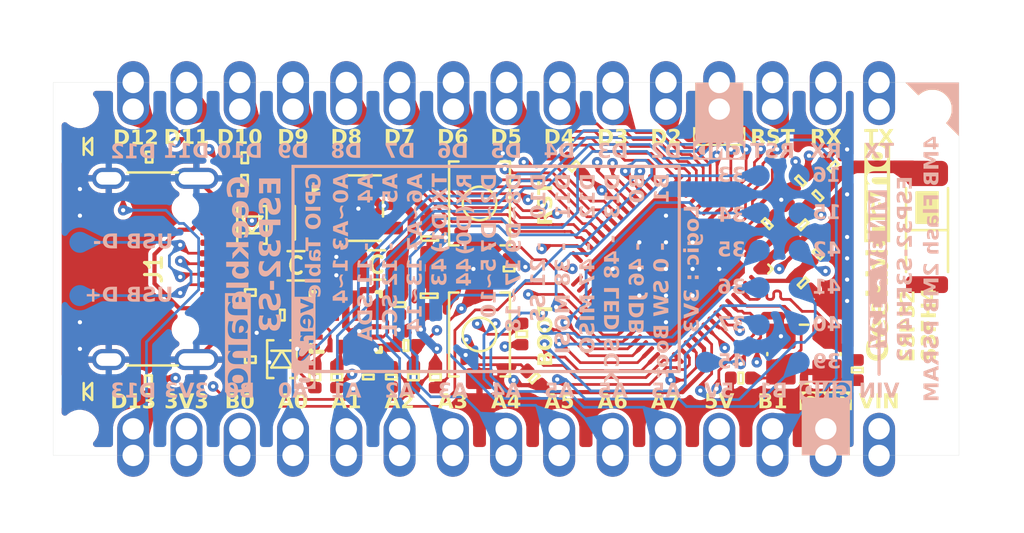
<source format=kicad_pcb>
(kicad_pcb (version 20241229) (generator "pcbnew") (generator_version "9.0")
  (title_block (rev "1") (company "Geekble") (comment 4 "SooDragon"))
  (layers (0 "F.Cu" signal) (4 "In1.Cu" power) (6 "In2.Cu" power) (2 "B.Cu" signal) (13 "F.Paste" user) (15 "B.Paste" user) (5 "F.SilkS" user "F.Silkscreen") (7 "B.SilkS" user "B.Silkscreen") (1 "F.Mask" user) (3 "B.Mask" user) (25 "Edge.Cuts" user))
  (net 0 "")
  (net 1 "Net-(ANT1-PadFeed)")
  (net 3 "GND")
  (net 4 "/CHIP_PU")
  (net 5 "+3V3")
  (net 6 "/D13")
  (net 7 "/B0")
  (net 8 "/A0")
  (net 9 "/A1")
  (net 10 "/A2")
  (net 11 "/A3")
  (net 12 "/A4")
  (net 13 "/A5")
  (net 14 "Net-(J1-CC2)")
  (net 15 "Net-(J1-D1+)")
  (net 17 "Net-(J1-D1-)")
  (net 19 "Net-(J1-CC1)")
  (net 20 "Net-(LED1-PadA)")
  (net 21 "Net-(LED2-PadA)")
  (net 22 "/USB_N")
  (net 23 "/USB_P")
  (net 24 "/A6")
  (net 25 "/GPIO15")
  (net 26 "VIN")
  (net 27 "/GPIO16")
  (net 28 "/A7")
  (net 29 "/B1")
  (net 30 "/D12")
  (net 31 "/D11")
  (net 32 "/D10")
  (net 33 "/D9")
  (net 34 "/D8")
  (net 35 "/D7")
  (net 36 "/D6")
  (net 37 "/GPIO45")
  (net 38 "/D5")
  (net 39 "/D4")
  (net 40 "/GPIO42")
  (net 41 "/D3")
  (net 42 "/GPIO35")
  (net 43 "/GPIO41")
  (net 44 "/D2")
  (net 45 "/GPIO34")
  (net 46 "/GPIO40")
  (net 47 "/GPIO39")
  (net 48 "/GPIO37")
  (net 49 "/GPIO33")
  (net 50 "/GPIO36")
  (net 51 "/GPIO44{slash}RX")
  (net 52 "/GPIO43{slash}TX")
  (net 53 "Net-(U2-LNA_IN)")
  (net 54 "Net-(C7-Pad2)")
  (net 55 "Net-(U2-XTAL_P)")
  (net 56 "Net-(U2-XTAL_N)")
  (net 57 "/TX")
  (net 66 "Net-(C6-Pad2)")
  (net 67 "+5V")
  (net 68 "Net-(D2-PadA)")
  (net 69 "Net-(U1-VAUX)")
  (net 70 "Net-(U1-L2)")
  (net 71 "Net-(U1-L1)")
  (net 72 "Net-(U1-EN)")
  (net 73 "Net-(U1-PG)")
  (footprint "Connectors:1x1_P2.54_CastellatedPad" (layer "F.Cu") (at 42.97 28.49 90)
    (property "Reference" "H29" (hide yes))
    (property "Value" "MountingHole_Pad" (hide yes))
  )
  (footprint "Connectors:1x1_P2.54_CastellatedPad" (layer "F.Cu") (at 53.142 28.49 90)
    (property "Reference" "H33" (hide yes))
    (property "Value" "MountingHole_Pad" (hide yes))
  )
  (footprint "Diodes:LED_0603_White" (layer "F.Cu") (at 30.651 30.268)
    (property "Reference" "LED2" (hide yes))
    (property "Value" "LED,0603,White")
  )
  (footprint "Capacitors:C_0402" (layer "F.Cu") (at 45.81999 39.76001)
    (property "Reference" "C3" (hide yes))
    (property "Value" "100nF,50V")
  )
  (footprint "Resistors:R_0402" (layer "F.Cu") (at 46.16999 41.26001 90)
    (property "Reference" "R1" (hide yes))
    (property "Value" "10KR,1%")
  )
  (footprint "Connectors:1x1_P2.54_CastellatedPad" (layer "F.Cu") (at 32.81 28.49 90)
    (property "Reference" "H25" (hide yes))
    (property "Value" "MountingHole_Pad" (hide yes))
  )
  (footprint "Capacitors:C_0402" (layer "F.Cu") (at 50.73 36.11 90)
    (property "Reference" "C5" (hide yes))
    (property "Value" "100nF,50V")
  )
  (footprint "Connectors:1x1_P2.54_CastellatedPad" (layer "F.Cu") (at 35.35 28.49 90)
    (property "Reference" "H26" (hide yes))
    (property "Value" "MountingHole_Pad" (hide yes))
  )
  (footprint "Capacitors:C_0402" (layer "F.Cu") (at 39.91999 38.31001)
    (property "Reference" "C8" (hide yes))
    (property "Value" "1uF,25V")
  )
  (footprint "Marks:ToolingHole_JLCPCB" (layer "F.Cu") (at 30.27 28.49)
    (property "Reference" "TH3" (hide yes))
    (property "Value" "ToolingHole" (hide yes))
  )
  (footprint "Connectors:1x1_P2.54_CastellatedPad" (layer "F.Cu") (at 60.75 28.49 90)
    (property "Reference" "H36" (hide yes))
    (property "Value" "MountingHole_Pad" (hide yes))
  )
  (footprint "Inductors_Chokes_Transformers:FTC201612S" (layer "F.Cu") (at 40.51999 33.91001)
    (property "Reference" "L3" (hide yes))
    (property "Value" "1.5uH,4A,40mR")
  )
  (footprint "Resistors:R_0402" (layer "F.Cu") (at 38.39499 37.23501 -90)
    (property "Reference" "R3" (hide yes))
    (property "Value" "5.1KR,1%")
  )
  (footprint "Connectors:1x1_P2.54_CastellatedPad" (layer "F.Cu") (at 40.43 43.73 -90)
    (property "Reference" "H8" (hide yes))
    (property "Value" "MountingHole_Pad" (hide yes))
  )
  (footprint "Embedded_Processors_Controllers:QFN-56-1EP_7x7mm_P0.4mm_EP5.6x5.6mm" (layer "F.Cu") (at 58.209959 36.110015 -135)
    (property "Reference" "U2" (hide yes))
    (property "Value" "ESP32-S3FH4R2")
  )
  (footprint "Resistors:R_0402" (layer "F.Cu") (at 42.51999 41.26001 -90)
    (property "Reference" "R8" (hide yes))
    (property "Value" "100KR,1%")
  )
  (footprint "Connectors:1x1_P2.54_CastellatedPad" (layer "F.Cu") (at 55.676 28.49 90)
    (property "Reference" "H34" (hide yes))
    (property "Value" "MountingHole_Pad" (hide yes))
  )
  (footprint "Capacitors:C_0402" (layer "F.Cu") (at 66.1761 31.218 -45)
    (property "Reference" "C1" (hide yes))
    (property "Value" "1.8pF,50V")
  )
  (footprint "Connectors:1x1_P2.54_CastellatedPad" (layer "F.Cu") (at 32.81 43.73 -90)
    (property "Reference" "H5" (hide yes))
    (property "Value" "MountingHole_Pad" (hide yes))
  )
  (footprint "Connectors:1x1_P2.54_CastellatedPad" (layer "F.Cu") (at 48.074 28.49 90)
    (property "Reference" "H31" (hide yes))
    (property "Value" "MountingHole_Pad" (hide yes))
  )
  (footprint "Capacitors:C_0805" (layer "F.Cu") (at 44.41999 35.92001)
    (property "Reference" "C17" (hide yes))
    (property "Value" "47uF,10V,0805")
  )
  (footprint "Marks:ToolingHole_JLCPCB" (layer "F.Cu") (at 70.91 28.49)
    (property "Reference" "TH4" (hide yes))
    (property "Value" "ToolingHole" (hide yes))
  )
  (footprint "Power_Management_ICs:SOT-23-5" (layer "F.Cu") (at 43.81999 33.21001 180)
    (property "Reference" "U3" (hide yes))
    (property "Value" "ME6217C33M5G")
  )
  (footprint "Capacitors:C_0402" (layer "F.Cu") (at 51.93 41.31 -45)
    (property "Reference" "C16" (hide yes))
    (property "Value" "100nF,50V")
  )
  (footprint "Connectors:1x1_P2.54_CastellatedPad" (layer "F.Cu") (at 68.37 43.73 -90)
    (property "Reference" "H19" (hide yes))
    (property "Value" "MountingHole_Pad" (hide yes))
  )
  (footprint "Connectors:1x1_P2.54_CastellatedPad" (layer "F.Cu") (at 48.05 43.73 -90)
    (property "Reference" "H11" (hide yes))
    (property "Value" "MountingHole_Pad" (hide yes))
  )
  (footprint "Resistors:R_0402" (layer "F.Cu") (at 38.11999 31.88501)
    (property "Reference" "R6" (hide yes))
    (property "Value" "33R,1%")
  )
  (footprint "Resistors:R_0402" (layer "F.Cu") (at 33.572 30.776)
    (property "Reference" "R10" (hide yes))
    (property "Value" "5.1KR,1%")
  )
  (footprint "Capacitors:C_0402" (layer "F.Cu") (at 53.82999 31.21001 -45)
    (property "Reference" "C14" (hide yes))
    (property "Value" "100nF,50V")
  )
  (footprint "Capacitors:C_0402" (layer "F.Cu") (at 63.036 33.951 -135)
    (property "Reference" "C7" (hide yes))
    (property "Value" "1uF,25V")
  )
  (footprint "Pushbutton_Switches_Relays:TS-1088-AR020" (layer "F.Cu") (at 49.32 39.2342 90)
    (property "Reference" "SW2")
    (property "Value" "TS-1088-AR02016")
  )
  (footprint "Pushbutton_Switches_Relays:TS-1088-AR020" (layer "F.Cu") (at 49.32 32.9858 -90)
    (property "Reference" "SW1")
    (property "Value" "TS-1088-AR02016")
  )
  (footprint "Capacitors:C_0402" (layer "F.Cu") (at 44.01999 41.26001 90)
    (property "Reference" "C9" (hide yes))
    (property "Value" "100nF,50V")
  )
  (footprint "Connectors:1x1_P2.54_CastellatedPad" (layer "F.Cu") (at 37.89 43.73 -90)
    (property "Reference" "H7" (hide yes))
    (property "Value" "MountingHole_Pad" (hide yes))
  )
  (footprint "Capacitors:C_0603" (layer "F.Cu") (at 46.94499 34.66001 90)
    (property "Reference" "C19" (hide yes))
    (property "Value" "22uF,6.3V,0603")
  )
  (footprint "Capacitors:C_0402" (layer "F.Cu") (at 65.4606 35.3988 -135)
    (property "Reference" "C10" (hide yes))
    (property "Value" "1uF,25V")
  )
  (footprint "Inductors_Chokes_Transformers:L_0402" (layer "F.Cu") (at 65.4557 32.6172 -135)
    (property "Reference" "L1" (hide yes))
    (property "Value" "2.7nH,800mA,120mR")
  )
  (footprint "Power_Management_ICs:RNM0015A" (layer "F.Cu") (at 42.945 38.63501 90)
    (property "Reference" "U1" (hide yes))
    (property "Value" "TPS630701RNMR" (hide yes))
  )
  (footprint "Capacitors:C_0603" (layer "F.Cu") (at 46.91999 37.38501 -90)
    (property "Reference" "C18" (hide yes))
    (property "Value" "22uF,6.3V,0603")
  )
  (footprint "Capacitors:C_0402" (layer "F.Cu") (at 61.77999 41.31001)
    (property "Reference" "C13" (hide yes))
    (property "Value" "15pF,50V")
  )
  (footprint "Connectors:1x1_P2.54_CastellatedPad" (layer "F.Cu") (at 58.21 28.49 90)
    (property "Reference" "H35" (hide yes))
    (property "Value" "MountingHole_Pad" (hide yes))
  )
  (footprint "Capacitors:C_0805" (layer "F.Cu") (at 40.56999 35.96001 180)
    (property "Reference" "C6" (hide yes))
    (property "Value" "22uF,25V,0805")
  )
  (footprint "Resistors:R_0402" (layer "F.Cu") (at 38.13 30.81)
    (property "Reference" "R5" (hide yes))
    (property "Value" "33R,1%")
  )
  (footprint "Connectors:1x1_P2.54_CastellatedPad" (layer "F.Cu") (at 50.608 28.49 90)
    (property "Reference" "H32" (hide yes))
    (property "Value" "MountingHole_Pad" (hide yes))
  )
  (footprint "Connectors:1x1_P2.54_CastellatedPad" (layer "F.Cu") (at 55.67 43.73 -90)
    (property "Reference" "H14" (hide yes))
    (property "Value" "MountingHole_Pad" (hide yes))
  )
  (footprint "Connectors:1x1_P2.54_CastellatedPad" (layer "F.Cu") (at 63.29 28.49 90)
    (property "Reference" "H37" (hide yes))
    (property "Value" "MountingHole_Pad" (hide yes))
  )
  (footprint "Connectors:1x1_P2.54_CastellatedPad" (layer "F.Cu") (at 40.43 28.49 90)
    (property "Reference" "H28" (hide yes))
    (property "Value" "MountingHole_Pad" (hide yes))
  )
  (footprint "Connectors:1x1_P2.54_CastellatedPad" (layer "F.Cu") (at 53.118 43.73 -90)
    (property "Reference" "H13" (hide yes))
    (property "Value" "MountingHole_Pad" (hide yes))
  )
  (footprint "RadioFrequencyChip_Antenna:ANT_5020" (layer "F.Cu") (at 70.656 34.2574 -90)
    (property "Reference" "ANT1" (hide yes))
    (property "Value" "KH-5020D245H05")
  )
  (footprint "Connectors:1x1_P2.54_CastellatedPad" (layer "F.Cu") (at 42.97 43.73 -90)
    (property "Reference" "H9" (hide yes))
    (property "Value" "MountingHole_Pad" (hide yes))
  )
  (footprint "Connectors:1x1_P2.54_CastellatedPad" (layer "F.Cu") (at 60.75 43.73 -90)
    (property "Reference" "H16" (hide yes))
    (property "Value" "MountingHole_Pad" (hide yes))
  )
  (footprint "Connectors:1x1_P2.54_CastellatedPad" (layer "F.Cu") (at 63.29 43.73 -90)
    (property "Reference" "H17" (hide yes))
    (property "Value" "MountingHole_Pad" (hide yes))
  )
  (footprint "Capacitors:C_0402" (layer "F.Cu") (at 67.33 40.93 90)
    (property "Reference" "C12" (hide yes))
    (property "Value" "15pF,50V")
  )
  (footprint "Diodes:SOD-323F" (layer "F.Cu") (at 38.46999 34.01001 90)
    (property "Reference" "D1" (hide yes))
    (property "Value" "1N5819WS")
  )
  (footprint "Capacitors:C_0402" (layer "F.Cu") (at 45.51999 37.81001 90)
    (property "Reference" "C15" (hide yes))
    (property "Value" "10uF,10V")
  )
  (footprint "Connectors:1x1_P2.54_CastellatedPad" (layer "F.Cu") (at 68.37 28.49 90)
    (property "Reference" "H39" (hide yes))
    (property "Value" "MountingHole_Pad" (hide yes))
  )
  (footprint "Connectors:1x1_P2.54_CastellatedPad" (layer "F.Cu") (at 58.186 43.73 -90)
    (property "Reference" "H15" (hide yes))
    (property "Value" "MountingHole_Pad" (hide yes))
  )
  (footprint "Resistors:R_0402" (layer "F.Cu") (at 51.32999 39.21001 -90)
    (property "Reference" "R11" (hide yes))
    (property "Value" "499R,1%")
  )
  (footprint "Inductors_Chokes_Transformers:L_0402" (layer "F.Cu") (at 64.63 31.91 -135)
    (property "Reference" "L2" (hide yes))
    (property "Value" "2.7nH,800mA,120mR")
  )
  (footprint "Resistors:R_0402" (layer "F.Cu") (at 41.46999 41.26001 -90)
    (property "Reference" "R7" (hide yes))
    (property "Value" "10KR,1%")
  )
  (footprint "Connectors:1x1_P2.54_CastellatedPad" (layer "F.Cu") (at 45.51 28.49 90)
    (property "Reference" "H30" (hide yes))
    (property "Value" "MountingHole_Pad" (hide yes))
  )
  (footprint "Capacitors:C_0402" (layer "F.Cu") (at 45.11999 41.26001 90)
    (property "Reference" "C4" (hide yes))
    (property "Value" "10uF,10V")
  )
  (footprint "Diodes:SOD-323F" (layer "F.Cu") (at 39.89499 40.41001 -90)
    (property "Reference" "D2" (hide yes))
    (property "Value" "1N5819WS")
  )
  (footprint "Resistors:R_0402" (layer "F.Cu") (at 33.5452 41.444 180)
    (property "Reference" "R9" (hide yes))
    (property "Value" "5.1KR,1%")
  )
  (footprint "Connectors:1x1_P2.54_CastellatedPad" (layer "F.Cu") (at 65.83 28.49 90)
    (property "Reference" "H38" (hide yes))
    (property "Value" "MountingHole_Pad" (hide yes))
  )
  (footprint "Capacitors:C_0402" (layer "F.Cu") (at 64.7445 34.0073 135)
    (property "Reference" "C2" (hide yes))
    (property "Value" "1.8pF,50V")
  )
  (footprint "Marks:SooDragonKOR_Mask_3.8x1.4" (layer "F.Cu") (at 31.53999 36.10001 90)
    (property "Reference" "Logo1" (hide yes))
    (property "Value" "Geekble_Logo" (hide yes))
  )
  (footprint "Resistors:R_0402" (layer "F.Cu") (at 47.21999 41.26001 -90)
    (property "Reference" "R2" (hide yes))
    (property "Value" "10KR,1%")
  )
  (footprint "Capacitors:C_0402" (layer "F.Cu") (at 64.7494 36.7704 135)
    (property "Reference" "C11" (hide yes))
    (property "Value" "10nF,50V")
  )
  (footprint "Connectors:1x1_P2.54_CastellatedPad" (layer "F.Cu") (at 65.83 43.73 -90)
    (property "Reference" "H18" (hide yes))
    (property "Value" "MountingHole_Pad" (hide yes))
  )
  (footprint "Connectors:1x1_P2.54_CastellatedPad" (layer "F.Cu") (at 50.59 43.73 -90)
    (property "Reference" "H12" (hide yes))
    (property "Value" "MountingHole_Pad" (hide yes))
  )
  (footprint "Marks:ToolingHole_JLCPCB" (layer "F.Cu") (at 70.91 43.73)
    (property "Reference" "TH2" (hide yes))
    (property "Value" "ToolingHole" (hide yes))
  )
  (footprint "Connectors:USB_DIP,8.94x7.3mm" (layer "F.Cu") (at 34.1897 36.11 -90)
    (property "Reference" "J1")
    (property "Value" "USB_C_Receptacle_USB2.0_DIP")
  )
  (footprint "Connectors:1x1_P2.54_CastellatedPad" (layer "F.Cu") (at 35.35 43.73 -90)
    (property "Reference" "H6" (hide yes))
    (property "Value" "MountingHole_Pad" (hide yes))
  )
  (footprint "Crystals:SMD-3225_4P" (layer "F.Cu") (at 64.79 40.168 180)
    (property "Reference" "Y1" (hide yes))
    (property "Value" "40MHz" (hide yes))
  )
  (footprint "Connectors:1x1_P2.54_CastellatedPad" (layer "F.Cu") (at 45.51 43.73 -90)
    (property "Reference" "H10" (hide yes))
    (property "Value" "MountingHole_Pad" (hide yes))
  )
  (footprint "Connectors:1x1_P2.54_CastellatedPad" (layer "F.Cu") (at 37.89 28.49 90)
    (property "Reference" "H27" (hide yes))
    (property "Value" "MountingHole_Pad" (hide yes))
  )
  (footprint "Resistors:R_0402" (layer "F.Cu") (at 38.39499 40.43501 -90)
    (property "Reference" "R4" (hide yes))
    (property "Value" "5.1KR,1%")
  )
  (footprint "Marks:ToolingHole_JLCPCB" (layer "F.Cu") (at 30.27 43.73)
    (property "Reference" "TH1" (hide yes))
    (property "Value" "ToolingHole" (hide yes))
  )
  (footprint "Diodes:LED_0603_Red" (layer "F.Cu") (at 30.651 41.952)
    (property "Reference" "LED1" (hide yes))
    (property "Value" "LED,0603,Red")
  )
  (footprint "Connectors:1x1_1.0piPad_SMD" (layer "B.Cu") (at 62.655 33.443 180)
    (property "Reference" "H21" (hide yes))
    (property "Value" "MountingHole_Pad" (hide yes))
  )
  (footprint "Connectors:1x1_1.0piPad_SMD" (layer "B.Cu") (at 64.56 33.443 180)
    (property "Reference" "H3" (hide yes))
    (property "Value" "MountingHole_Pad" (hide yes))
  )
  (footprint "Connectors:1x1_1.0piPad_SMD" (layer "B.Cu") (at 62.655 36.999 180)
    (property "Reference" "H23" (hide yes))
    (property "Value" "MountingHole_Pad" (hide yes))
  )
  (footprint "Connectors:1x1_1.0piPad_SMD" (layer "B.Cu") (at 64.56 31.665 180)
    (property "Reference" "H4" (hide yes))
    (property "Value" "MountingHole_Pad" (hide yes))
  )
  (footprint "Connectors:1x1_1.0piPad_SMD" (layer "B.Cu") (at 64.56 40.555 180)
    (property "Reference" "H40" (hide yes))
    (property "Value" "MountingHole_Pad" (hide yes))
  )
  (footprint "Connectors:1x1_1.0piPad_SMD" (layer "B.Cu") (at 30.26999 37.38001 180)
    (property "Reference" "H2" (hide yes))
    (property "Value" "MountingHole_Pad" (hide yes))
  )
  (footprint "Connectors:1x1_1.0piPad_SMD" (layer "B.Cu") (at 62.655 38.777 180)
    (property "Reference" "H24" (hide yes))
    (property "Value" "MountingHole_Pad" (hide yes))
  )
  (footprint "Connectors:1x1_1.0piPad_SMD" (layer "B.Cu") (at 64.56 36.999 180)
    (property "Reference" "H42" (hide yes))
    (property "Value" "MountingHole_Pad" (hide yes))
  )
  (footprint "Connectors:1x1_1.0piPad_SMD" (layer "B.Cu") (at 64.56 35.221 180)
    (property "Reference" "H43" (hide yes))
    (property "Value" "MountingHole_Pad" (hide yes))
  )
  (footprint "Connectors:1x1_1.0piPad_SMD" (layer "B.Cu") (at 64.56 38.777 180)
    (property "Reference" "H41" (hide yes))
    (property "Value" "MountingHole_Pad" (hide yes))
  )
  (footprint "Connectors:1x1_1.0piPad_SMD" (layer "B.Cu") (at 30.26999 34.84 180)
    (property "Reference" "H1" (hide yes))
    (property "Value" "MountingHole_Pad" (hide yes))
  )
  (footprint "Connectors:1x1_1.0piPad_SMD" (layer "B.Cu") (at 62.655 31.665 180)
    (property "Reference" "H20" (hide yes))
    (property "Value" "MountingHole_Pad" (hide yes))
  )
  (footprint "Connectors:1x1_1.0piPad_SMD" (layer "B.Cu") (at 62.655 35.221 180)
    (property "Reference" "H22" (hide yes))
    (property "Value" "MountingHole_Pad" (hide yes))
  )
  (footprint "Connectors:1x1_1.0piPad_SMD" (layer "B.Cu") (at 60.11499 40.55501 180)
    (property "Reference" "H44" (hide yes))
    (property "Value" "MountingHole_Pad" (hide yes))
  )
  (gr_poly (pts (xy 71.29363 27.64335) (xy 71.2804 27.64335) (xy 71.2804 27.63673) (xy 71.27379 27.63673) (xy 71.27379 27.63011) (xy 71.24733 27.63011) (xy 71.24733 27.6235) (xy 71.22749 27.6235) (xy 71.22749 27.61027) (xy 71.19441 27.61027) (xy 71.19441 27.60366) (xy 71.15473 27.60366) (xy 71.15473 27.59043) (xy 71.11504 27.59043) (xy 71.11504 27.58381) (xy 71.10843 27.58381) (xy 71.10843 27.5772) (xy 71.05551 27.5772) (xy 71.05551 27.57058) (xy 70.76447 27.57058) (xy 70.76447 27.5772) (xy 70.71155 27.5772) (xy 70.71155 27.58381) (xy 70.70494 27.58381) (xy 70.70494 27.59043) (xy 70.66525 27.59043) (xy 70.66525 27.60366) (xy 70.62556 27.60366) (xy 70.62556 27.61027) (xy 70.59249 27.61027) (xy 70.59249 27.6235) (xy 70.57265 27.6235) (xy 70.57265 27.63011) (xy 70.54619 27.63011) (xy 70.54619 27.63673) (xy 70.53957 27.63673) (xy 70.53957 27.64335) (xy 70.51973 27.64335) (xy 70.51973 27.64996) (xy 70.51311 27.64996) (xy 70.51311 27.65657) (xy 70.49988 27.65657) (xy 70.49988 27.66319) (xy 70.48004 27.66319) (xy 70.48004 27.6698) (xy 70.47343 27.6698) (xy 70.47343 27.67642) (xy 70.45358 27.67642) (xy 70.45358 27.68303) (xy 70.44035 27.68303) (xy 70.44035 27.68965) (xy 70.43374 27.68965) (xy 70.43374 27.69626) (xy 70.42712 27.69626) (xy 70.42712 27.70288) (xy 70.42051 27.70288) (xy 70.42051 27.70949) (xy 70.40066 27.70949) (xy 70.40066 27.7161) (xy 70.39405 27.7161) (xy 70.39405 27.72272) (xy 70.38744 27.72272) (xy 70.38744 27.72933) (xy 70.36759 27.72933) (xy 70.36759 27.73595) (xy 70.36098 27.73595) (xy 70.36098 27.74918) (xy 70.34113 27.74918) (xy 70.34113 27.75579) (xy 70.33452 27.75579) (xy 70.33452 27.76241) (xy 70.3279 27.76241) (xy 70.3279 27.76902) (xy 70.32129 27.76902) (xy 70.32129 27.77564) (xy 70.31468 27.77564) (xy 70.31468 27.78225) (xy 70.30806 27.78225) (xy 70.30806 27.78886) (xy 70.30145 27.78886) (xy 70.30145 27.79548) (xy 70.29483 27.79548) (xy 70.29483 27.8021) (xy 70.28822 27.8021) (xy 70.28822 27.80871) (xy 70.2816 27.80871) (xy 70.2816 27.81532) (xy 70.26176 27.81532) (xy 70.26176 27.82194) (xy 70.25515 27.82194) (xy 70.25515 27.82855) (xy 70.24853 27.82855) (xy 70.24853 27.83517) (xy 70.2353 27.83517) (xy 70.2353 27.82855) (xy 70.22869 27.82855) (xy 70.22869 27.82194) (xy 70.22207 27.82194) (xy 70.22207 27.81532) (xy 70.21546 27.81532) (xy 70.21546 27.80871) (xy 70.20884 27.80871) (xy 70.20884 27.8021) (xy 70.20223 27.8021) (xy 70.20223 27.79548) (xy 70.19561 27.79548) (xy 70.19561 27.78886) (xy 70.189 27.78886) (xy 70.189 27.78225) (xy 70.18238 27.78225) (xy 70.18238 27.77564) (xy 70.17577 27.77564) (xy 70.17577 27.76902) (xy 70.16915 27.76902) (xy 70.16915 27.76241) (xy 70.16254 27.76241) (xy 70.16254 27.75579) (xy 70.15593 27.75579) (xy 70.15593 27.74918) (xy 70.14931 27.74918) (xy 70.14931 27.74256) (xy 70.1427 27.74256) (xy 70.1427 27.73595) (xy 70.13608 27.73595) (xy 70.13608 27.72933) (xy 70.12947 27.72933) (xy 70.12947 27.72272) (xy 70.12285 27.72272) (xy 70.12285 27.7161) (xy 70.11624 27.7161) (xy 70.11624 27.70949) (xy 70.10962 27.70949) (xy 70.10962 27.70288) (xy 70.10301 27.70288) (xy 70.10301 27.69626) (xy 70.0964 27.69626) (xy 70.0964 27.68965) (xy 70.08978 27.68965) (xy 70.08978 27.68303) (xy 70.08316 27.68303) (xy 70.08316 27.67642) (xy 70.07655 27.67642) (xy 70.07655 27.6698) (xy 70.06994 27.6698) (xy 70.06994 27.66319) (xy 70.06332 27.66319) (xy 70.06332 27.65657) (xy 70.05671 27.65657) (xy 70.05671 27.64996) (xy 70.05009 27.64996) (xy 70.05009 27.64335) (xy 70.04348 27.64335) (xy 70.04348 27.63673) (xy 70.03686 27.63673) (xy 70.03686 27.63011) (xy 70.03025 27.63011) (xy 70.03025 27.6235) (xy 70.02363 27.6235) (xy 70.02363 27.61689) (xy 70.01702 27.61689) (xy 70.01702 27.61027) (xy 70.0104 27.61027) (xy 70.0104 27.60366) (xy 70.00379 27.60366) (xy 70.00379 27.59704) (xy 69.99718 27.59704) (xy 69.99718 27.59043) (xy 69.99056 27.59043) (xy 69.99056 27.58381) (xy 69.98395 27.58381) (xy 69.98395 27.5772) (xy 69.97733 27.5772) (xy 69.97733 27.57058) (xy 69.97072 27.57058) (xy 69.97072 27.56397) (xy 69.9641 27.56397) (xy 69.9641 27.55735) (xy 69.95749 27.55735) (xy 69.95749 27.55074) (xy 69.95087 27.55074) (xy 69.95087 27.54413) (xy 69.94426 27.54413) (xy 69.94426 27.53751) (xy 69.93765 27.53751) (xy 69.93765 27.5309) (xy 69.93103 27.5309) (xy 69.93103 27.52428) (xy 69.92441 27.52428) (xy 69.92441 27.51767) (xy 69.9178 27.51767) (xy 69.9178 27.51105) (xy 69.91119 27.51105) (xy 69.91119 27.50444) (xy 69.90457 27.50444) (xy 69.90457 27.49782) (xy 69.89796 27.49782) (xy 69.89796 27.49121) (xy 69.89134 27.49121) (xy 69.89134 27.4846) (xy 69.88473 27.4846) (xy 69.88473 27.47798) (xy 69.87811 27.47798) (xy 69.87811 27.47136) (xy 69.8715 27.47136) (xy 69.8715 27.46475) (xy 69.86488 27.46475) (xy 69.86488 27.45814) (xy 69.85827 27.45814) (xy 69.85827 27.45152) (xy 69.85165 27.45152) (xy 69.85165 27.44491) (xy 69.84504 27.44491) (xy 69.84504 27.43829) (xy 69.83843 27.43829) (xy 69.83843 27.43168) (xy 69.83181 27.43168) (xy 69.83181 27.42506) (xy 69.8252 27.42506) (xy 69.8252 27.41845) (xy 69.81858 27.41845) (xy 69.81858 27.41183) (xy 69.81197 27.41183) (xy 69.81197 27.40522) (xy 69.80535 27.40522) (xy 69.80535 27.3986) (xy 69.79874 27.3986) (xy 69.79874 27.39199) (xy 69.79212 27.39199) (xy 69.79212 27.38538) (xy 69.78551 27.38538) (xy 69.78551 27.37876) (xy 69.7789 27.37876) (xy 69.7789 27.37215) (xy 69.77228 27.37215) (xy 69.77228 27.36553) (xy 69.76566 27.36553) (xy 69.76566 27.35892) (xy 69.75905 27.35892) (xy 69.75905 27.3523) (xy 69.75244 27.3523) (xy 69.75244 27.34569) (xy 69.74582 27.34569) (xy 69.74582 27.33907) (xy 69.73921 27.33907) (xy 69.73921 27.33246) (xy 69.73259 27.33246) (xy 69.73259 27.32585) (xy 69.72598 27.32585) (xy 69.72598 27.31923) (xy 69.71936 27.31923) (xy 69.71936 27.31261) (xy 69.71275 27.31261) (xy 69.71275 27.306) (xy 69.70613 27.306) (xy 69.70613 27.29939) (xy 69.69952 27.29939) (xy 69.69952 27.29277) (xy 69.6929 27.29277) (xy 69.6929 27.28616) (xy 69.68629 27.28616) (xy 69.68629 27.27954) (xy 69.67968 27.27954) (xy 69.67968 27.27293) (xy 69.67306 27.27293) (xy 69.67306 27.26631) (xy 69.66645 27.26631) (xy 69.66645 27.2597) (xy 69.65983 27.2597) (xy 69.65983 27.25308) (xy 69.65322 27.25308) (xy 69.65322 27.24647) (xy 69.6466 27.24647) (xy 69.6466 27.23985) (xy 69.63999 27.23985) (xy 69.63999 27.23324) (xy 69.63337 27.23324) (xy 69.63337 27.22663) (xy 69.62676 27.22663) (xy 69.62676 27.22001) (xy 72.17999 27.22001) (xy 72.17999 29.77324) (xy 72.17337 29.77324) (xy 72.17337 29.76663) (xy 72.16676 29.76663) (xy 72.16676 29.76001) (xy 72.16015 29.76001) (xy 72.16015 29.7534) (xy 72.15353 29.7534) (xy 72.15353 29.74678) (xy 72.14691 29.74678) (xy 72.14691 29.74017) (xy 72.1403 29.74017) (xy 72.1403 29.73355) (xy 72.13369 29.73355) (xy 72.13369 29.72694) (xy 72.12707 29.72694) (xy 72.12707 29.72032) (xy 72.12046 29.72032) (xy 72.12046 29.71371) (xy 72.11384 29.71371) (xy 72.11384 29.7071) (xy 72.10723 29.7071) (xy 72.10723 29.70048) (xy 72.10061 29.70048) (xy 72.10061 29.69386) (xy 72.094 29.69386) (xy 72.094 29.68725) (xy 72.08738 29.68725) (xy 72.08738 29.68064) (xy 72.08077 29.68064) (xy 72.08077 29.67402) (xy 72.07415 29.67402) (xy 72.07415 29.66741) (xy 72.06754 29.66741) (xy 72.06754 29.66079) (xy 72.06093 29.66079) (xy 72.06093 29.65418) (xy 72.05431 29.65418) (xy 72.05431 29.64756) (xy 72.0477 29.64756) (xy 72.0477 29.64095) (xy 72.04108 29.64095) (xy 72.04108 29.63433) (xy 72.03447 29.63433) (xy 72.03447 29.62772) (xy 72.02785 29.62772) (xy 72.02785 29.6211) (xy 72.02124 29.6211) (xy 72.02124 29.61449) (xy 72.01462 29.61449) (xy 72.01462 29.60788) (xy 72.00801 29.60788) (xy 72.00801 29.60126) (xy 72.0014 29.60126) (xy 72.0014 29.59465) (xy 71.99478 29.59465) (xy 71.99478 29.58803) (xy 71.98816 29.58803) (xy 71.98816 29.58142) (xy 71.98155 29.58142) (xy 71.98155 29.5748) (xy 71.97494 29.5748) (xy 71.97494 29.56819) (xy 71.96832 29.56819) (xy 71.96832 29.56157) (xy 71.96171 29.56157) (xy 71.96171 29.55496) (xy 71.95509 29.55496) (xy 71.95509 29.54835) (xy 71.94848 29.54835) (xy 71.94848 29.54173) (xy 71.94186 29.54173) (xy 71.94186 29.53511) (xy 71.93525 29.53511) (xy 71.93525 29.5285) (xy 71.92863 29.5285) (xy 71.92863 29.52189) (xy 71.92202 29.52189) (xy 71.92202 29.51527) (xy 71.9154 29.51527) (xy 71.9154 29.50866) (xy 71.90879 29.50866) (xy 71.90879 29.50204) (xy 71.90218 29.50204) (xy 71.90218 29.49543) (xy 71.89556 29.49543) (xy 71.89556 29.48881) (xy 71.88895 29.48881) (xy 71.88895 29.4822) (xy 71.88233 29.4822) (xy 71.88233 29.47558) (xy 71.87572 29.47558) (xy 71.87572 29.46897) (xy 71.8691 29.46897) (xy 71.8691 29.46235) (xy 71.86249 29.46235) (xy 71.86249 29.45574) (xy 71.85587 29.45574) (xy 71.85587 29.44913) (xy 71.84926 29.44913) (xy 71.84926 29.44251) (xy 71.84265 29.44251) (xy 71.84265 29.4359) (xy 71.83603 29.4359) (xy 71.83603 29.42928) (xy 71.82941 29.42928) (xy 71.82941 29.42267) (xy 71.8228 29.42267) (xy 71.8228 29.41605) (xy 71.81619 29.41605) (xy 71.81619 29.40944) (xy 71.80957 29.40944) (xy 71.80957 29.40282) (xy 71.80296 29.40282) (xy 71.80296 29.39621) (xy 71.79634 29.39621) (xy 71.79634 29.3896) (xy 71.78973 29.3896) (xy 71.78973 29.38298) (xy 71.78311 29.38298) (xy 71.78311 29.37636) (xy 71.7765 29.37636) (xy 71.7765 29.36975) (xy 71.76988 29.36975) (xy 71.76988 29.36314) (xy 71.76327 29.36314) (xy 71.76327 29.35652) (xy 71.75665 29.35652) (xy 71.75665 29.34991) (xy 71.75004 29.34991) (xy 71.75004 29.34329) (xy 71.74343 29.34329) (xy 71.74343 29.33668) (xy 71.73681 29.33668) (xy 71.73681 29.33006) (xy 71.7302 29.33006) (xy 71.7302 29.32345) (xy 71.72358 29.32345) (xy 71.72358 29.31683) (xy 71.71697 29.31683) (xy 71.71697 29.31022) (xy 71.71035 29.31022) (xy 71.71035 29.3036) (xy 71.70374 29.3036) (xy 71.70374 29.29699) (xy 71.69712 29.29699) (xy 71.69712 29.29038) (xy 71.69051 29.29038) (xy 71.69051 29.28376) (xy 71.6839 29.28376) (xy 71.6839 29.27715) (xy 71.67728 29.27715) (xy 71.67728 29.27053) (xy 71.67066 29.27053) (xy 71.67066 29.26392) (xy 71.66405 29.26392) (xy 71.66405 29.2573) (xy 71.65744 29.2573) (xy 71.65744 29.25069) (xy 71.65082 29.25069) (xy 71.65082 29.24407) (xy 71.64421 29.24407) (xy 71.64421 29.23746) (xy 71.63759 29.23746) (xy 71.63759 29.23085) (xy 71.63098 29.23085) (xy 71.63098 29.22423) (xy 71.62436 29.22423) (xy 71.62436 29.21761) (xy 71.61775 29.21761) (xy 71.61775 29.211) (xy 71.61113 29.211) (xy 71.61113 29.20439) (xy 71.60452 29.20439) (xy 71.60452 29.19777) (xy 71.5979 29.19777) (xy 71.5979 29.19116) (xy 71.59129 29.19116) (xy 71.59129 29.18454) (xy 71.58468 29.18454) (xy 71.58468 29.17793) (xy 71.57806 29.17793) (xy 71.57806 29.17131) (xy 71.57145 29.17131) (xy 71.57145 29.1647) (xy 71.56483 29.1647) (xy 71.56483 29.15147) (xy 71.57145 29.15147) (xy 71.57145 29.14485) (xy 71.57806 29.14485) (xy 71.57806 29.12501) (xy 71.58468 29.12501) (xy 71.58468 29.1184) (xy 71.59129 29.1184) (xy 71.59129 29.11178) (xy 71.5979 29.11178) (xy 71.5979 29.10517) (xy 71.60452 29.10517) (xy 71.60452 29.09855) (xy 71.61113 29.09855) (xy 71.61113 29.09194) (xy 71.61775 29.09194) (xy 71.61775 29.08532) (xy 71.62436 29.08532) (xy 71.62436 29.07871) (xy 71.63098 29.07871) (xy 71.63098 29.0721) (xy 71.63759 29.0721) (xy 71.63759 29.05225) (xy 71.65082 29.05225) (xy 71.65082 29.03902) (xy 71.66405 29.03902) (xy 71.66405 29.03241) (xy 71.67066 29.03241) (xy 71.67066 29.01256) (xy 71.67728 29.01256) (xy 71.67728 29.00595) (xy 71.6839 29.00595) (xy 71.6839 28.99933) (xy 71.69051 28.99933) (xy 71.69051 28.97949) (xy 71.69712 28.97949) (xy 71.69712 28.97288) (xy 71.70374 28.97288) (xy 71.70374 28.96626) (xy 71.71035 28.96626) (xy 71.71035 28.95965) (xy 71.71697 28.95965) (xy 71.71697 28.94642) (xy 71.72358 28.94642) (xy 71.72358 28.92657) (xy 71.7302 28.92657) (xy 71.7302 28.91996) (xy 71.73681 28.91996) (xy 71.73681 28.90011) (xy 71.74343 28.90011) (xy 71.74343 28.88689) (xy 71.75004 28.88689) (xy 71.75004 28.88027) (xy 71.75665 28.88027) (xy 71.75665 28.86043) (xy 71.76327 28.86043) (xy 71.76327 28.85381) (xy 71.76988 28.85381) (xy 71.76988 28.82735) (xy 71.7765 28.82735) (xy 71.7765 28.80751) (xy 71.78973 28.80751) (xy 71.78973 28.77444) (xy 71.79634 28.77444) (xy 71.79634 28.73475) (xy 71.80957 28.73475) (xy 71.80957 28.69506) (xy 71.81619 28.69506) (xy 71.81619 28.68845) (xy 71.8228 28.68845) (xy 71.8228 28.63553) (xy 71.82941 28.63553) (xy 71.82941 28.34449) (xy 71.8228 28.34449) (xy 71.8228 28.29157) (xy 71.81619 28.29157) (xy 71.81619 28.28496) (xy 71.80957 28.28496) (xy 71.80957 28.24527) (xy 71.79634 28.24527) (xy 71.79634 28.20558) (xy 71.78973 28.20558) (xy 71.78973 28.17251) (xy 71.7765 28.17251) (xy 71.7765 28.15267) (xy 71.76988 28.15267) (xy 71.76988 28.12621) (xy 71.76327 28.12621) (xy 71.76327 28.1196) (xy 71.75665 28.1196) (xy 71.75665 28.09975) (xy 71.75004 28.09975) (xy 71.75004 28.09314) (xy 71.74343 28.09314) (xy 71.74343 28.07991) (xy 71.73681 28.07991) (xy 71.73681 28.06006) (xy 71.7302 28.06006) (xy 71.7302 28.05345) (xy 71.72358 28.05345) (xy 71.72358 28.0336) (xy 71.71697 28.0336) (xy 71.71697 28.02038) (xy 71.71035 28.02038) (xy 71.71035 28.01376) (xy 71.70374 28.01376) (xy 71.70374 28.00715) (xy 71.69712 28.00715) (xy 71.69712 28.00053) (xy 71.69051 28.00053) (xy 71.69051 27.98069) (xy 71.6839 27.98069) (xy 71.6839 27.97407) (xy 71.67728 27.97407) (xy 71.67728 27.96746) (xy 71.67066 27.96746) (xy 71.67066 27.94761) (xy 71.66405 27.94761) (xy 71.66405 27.941) (xy 71.65082 27.941) (xy 71.65082 27.92777) (xy 71.63759 27.92777) (xy 71.63759 27.90793) (xy 71.63098 27.90793) (xy 71.63098 27.90131) (xy 71.62436 27.90131) (xy 71.62436 27.8947) (xy 71.61775 27.8947) (xy 71.61775 27.88808) (xy 71.61113 27.88808) (xy 71.61113 27.88147) (xy 71.60452 27.88147) (xy 71.60452 27.87485) (xy 71.5979 27.87485) (xy 71.5979 27.86824) (xy 71.59129 27.86824) (xy 71.59129 27.86163) (xy 71.58468 27.86163) (xy 71.58468 27.85501) (xy 71.57806 27.85501) (xy 71.57806 27.8484) (xy 71.57145 27.8484) (xy 71.57145 27.84178) (xy 71.56483 27.84178) (xy 71.56483 27.83517) (xy 71.55822 27.83517) (xy 71.55822 27.82855) (xy 71.5516 27.82855) (xy 71.5516 27.82194) (xy 71.54499 27.82194) (xy 71.54499 27.81532) (xy 71.53837 27.81532) (xy 71.53837 27.80871) (xy 71.53176 27.80871) (xy 71.53176 27.8021) (xy 71.52515 27.8021) (xy 71.52515 27.79548) (xy 71.51853 27.79548) (xy 71.51853 27.78886) (xy 71.51191 27.78886) (xy 71.51191 27.78225) (xy 71.5053 27.78225) (xy 71.5053 27.77564) (xy 71.49869 27.77564) (xy 71.49869 27.76902) (xy 71.49207 27.76902) (xy 71.49207 27.76241) (xy 71.47223 27.76241) (xy 71.47223 27.74918) (xy 71.459 27.74918) (xy 71.459 27.73595) (xy 71.45238 27.73595) (xy 71.45238 27.72933) (xy 71.43254 27.72933) (xy 71.43254 27.72272) (xy 71.42593 27.72272) (xy 71.42593 27.7161) (xy 71.41931 27.7161) (xy 71.41931 27.70949) (xy 71.39947 27.70949) (xy 71.39947 27.70288) (xy 71.39285 27.70288) (xy 71.39285 27.69626) (xy 71.38624 27.69626) (xy 71.38624 27.68965) (xy 71.37962 27.68965) (xy 71.37962 27.68303) (xy 71.3664 27.68303) (xy 71.3664 27.67642) (xy 71.34655 27.67642) (xy 71.34655 27.6698) (xy 71.33994 27.6698) (xy 71.33994 27.66319) (xy 71.32009 27.66319) (xy 71.32009 27.65657) (xy 71.30686 27.65657) (xy 71.30686 27.64996) (xy 71.30025 27.64996) (xy 71.30025 27.64335)) (fill yes) (layer "F.SilkS"))
  (gr_rect (start 64.68699 42.84101) (end 66.97299 45.00001) (fill yes) (layer "F.SilkS"))
  (gr_poly (pts (xy 61.89299 29.37901) (xy 59.60699 29.37901) (xy 59.60699 27.220009) (xy 61.89299 27.220009)) (fill yes) (layer "F.SilkS"))
  (gr_poly (pts (xy 61.89299 30.01401) (xy 59.60699 30.01401) (xy 59.60699 27.220009) (xy 61.89299 27.220009)) (fill yes) (layer "B.SilkS"))
  (gr_poly (pts (xy 71.75665 28.106371) (xy 71.75665 28.119601) (xy 71.76327 28.119601) (xy 71.763271 28.12621) (xy 71.769891 28.12621) (xy 71.769891 28.15267) (xy 71.7765 28.152671) (xy 71.7765 28.172511) (xy 71.789731 28.17251) (xy 71.78973 28.20559) (xy 71.79634 28.20559) (xy 71.79634 28.24527) (xy 71.80957 28.24527) (xy 71.80957 28.28496) (xy 71.81619 28.28496) (xy 71.81619 28.29157) (xy 71.8228 28.29157) (xy 71.8228 28.34449) (xy 71.82942 28.34449) (xy 71.82942 28.63553) (xy 71.8228 28.63553) (xy 71.8228 28.68845) (xy 71.81619 28.68845) (xy 71.81619 28.69506) (xy 71.80957 28.69506) (xy 71.80957 28.73475) (xy 71.79634 28.73475) (xy 71.79634 28.774439) (xy 71.789731 28.77444) (xy 71.789731 28.80751) (xy 71.7765 28.807509) (xy 71.7765 28.827349) (xy 71.769891 28.82735) (xy 71.769891 28.85381) (xy 71.763271 28.85381) (xy 71.763271 28.86043) (xy 71.756651 28.86043) (xy 71.756651 28.88027) (xy 71.750041 28.88027) (xy 71.750041 28.88689) (xy 71.743431 28.88689) (xy 71.743431 28.90012) (xy 71.73681 28.900121) (xy 71.73681 28.919961) (xy 71.7302 28.919961) (xy 71.730201 28.92657) (xy 71.72358 28.926571) (xy 71.72358 28.946421) (xy 71.71697 28.946421) (xy 71.71697 28.959651) (xy 71.71035 28.959651) (xy 71.71035 28.966261) (xy 71.70374 28.966261) (xy 71.70374 28.97288) (xy 71.69712 28.97288) (xy 71.69712 28.979491) (xy 71.69051 28.979491) (xy 71.69051 28.99934) (xy 71.6839 28.99934) (xy 71.6839 29.00595) (xy 71.67728 29.00595) (xy 71.67728 29.01256) (xy 71.67067 29.01256) (xy 71.67067 29.03241) (xy 71.66405 29.03241) (xy 71.66405 29.03902) (xy 71.65082 29.03902) (xy 71.65082 29.05887) (xy 71.64421 29.05887) (xy 71.64421 29.06548) (xy 71.63759 29.06548) (xy 71.63759 29.0721) (xy 71.63098 29.0721) (xy 71.63098 29.07871) (xy 71.62436 29.07871) (xy 71.62436 29.08532) (xy 71.61775 29.08532) (xy 71.61775 29.09194) (xy 71.61114 29.09194) (xy 71.61114 29.09855) (xy 71.60452 29.09855) (xy 71.60452 29.10517) (xy 71.5979 29.10517) (xy 71.5979 29.11178) (xy 71.59129 29.11178) (xy 71.59129 29.1184) (xy 71.58468 29.1184) (xy 71.58468 29.13824) (xy 71.57806 29.13824) (xy 71.57806 29.14485) (xy 71.57145 29.14485) (xy 71.57145 29.15147) (xy 71.56483 29.15147) (xy 71.56483 29.1647) (xy 71.57145 29.1647) (xy 71.57145 29.17131) (xy 71.57806 29.17131) (xy 71.57806 29.17793) (xy 71.58468 29.17793) (xy 71.58468 29.18454) (xy 71.59129 29.18454) (xy 71.59129 29.19116) (xy 71.5979 29.19116) (xy 71.5979 29.19777) (xy 71.60452 29.19777) (xy 71.60452 29.20439) (xy 71.61114 29.20439) (xy 71.61114 29.211) (xy 71.61775 29.211) (xy 71.61775 29.21762) (xy 71.62436 29.21762) (xy 71.62436 29.22423) (xy 71.63098 29.22423) (xy 71.63098 29.23085) (xy 71.63759 29.23085) (xy 71.63759 29.23746) (xy 71.64421 29.23746) (xy 71.64421 29.24407) (xy 71.65082 29.24407) (xy 71.65082 29.25069) (xy 71.65744 29.25069) (xy 71.65744 29.2573) (xy 71.66405 29.2573) (xy 71.66405 29.26392) (xy 71.67067 29.26392) (xy 71.67067 29.27053) (xy 71.67728 29.27053) (xy 71.67728 29.27715) (xy 71.6839 29.27715) (xy 71.6839 29.28376) (xy 71.69051 29.28376) (xy 71.69051 29.29038) (xy 71.69712 29.29038) (xy 71.69712 29.29699) (xy 71.70374 29.29699) (xy 71.70374 29.3036) (xy 71.71035 29.3036) (xy 71.71035 29.31022) (xy 71.71697 29.31022) (xy 71.71697 29.31684) (xy 71.72358 29.31684) (xy 71.72358 29.32345) (xy 71.7302 29.32345) (xy 71.7302 29.33006) (xy 71.73681 29.33006) (xy 71.73681 29.33668) (xy 71.74343 29.33668) (xy 71.74343 29.34329) (xy 71.75004 29.34329) (xy 71.75004 29.34991) (xy 71.75665 29.34991) (xy 71.75665 29.35652) (xy 71.76327 29.35652) (xy 71.76327 29.36314) (xy 71.76989 29.36314) (xy 71.76989 29.36975) (xy 71.7765 29.36975) (xy 71.7765 29.37637) (xy 71.78311 29.37637) (xy 71.78311 29.38298) (xy 71.78973 29.38298) (xy 71.78973 29.3896) (xy 71.79634 29.3896) (xy 71.79634 29.39621) (xy 71.80296 29.39621) (xy 71.80296 29.40282) (xy 71.80957 29.40282) (xy 71.80957 29.40944) (xy 71.81619 29.40944) (xy 71.81619 29.41605) (xy 71.8228 29.41605) (xy 71.8228 29.42267) (xy 71.82942 29.42267) (xy 71.82942 29.42928) (xy 71.83603 29.42928) (xy 71.83603 29.4359) (xy 71.84265 29.4359) (xy 71.84265 29.44251) (xy 71.84926 29.44251) (xy 71.84926 29.44913) (xy 71.85587 29.44913) (xy 71.85587 29.45574) (xy 71.86249 29.45574) (xy 71.86249 29.46235) (xy 71.8691 29.46235) (xy 71.8691 29.46897) (xy 71.87572 29.46897) (xy 71.87572 29.47559) (xy 71.88233 29.47559) (xy 71.88233 29.4822) (xy 71.88895 29.4822) (xy 71.88895 29.48881) (xy 71.89556 29.48881) (xy 71.89556 29.49543) (xy 71.90218 29.49543) (xy 71.90218 29.50204) (xy 71.90879 29.50204) (xy 71.90879 29.50866) (xy 71.9154 29.50866) (xy 71.9154 29.51527) (xy 71.92202 29.51527) (xy 71.92202 29.52189) (xy 71.92864 29.52189) (xy 71.92864 29.5285) (xy 71.93525 29.5285) (xy 71.93525 29.53512) (xy 71.94186 29.53512) (xy 71.94186 29.54173) (xy 71.94848 29.54173) (xy 71.94848 29.54835) (xy 71.95509 29.54835) (xy 71.95509 29.55496) (xy 71.96171 29.55496) (xy 71.96171 29.56157) (xy 71.96832 29.56157) (xy 71.96832 29.56819) (xy 71.97494 29.56819) (xy 71.97494 29.5748) (xy 71.98155 29.5748) (xy 71.98155 29.58142) (xy 71.98817 29.58142) (xy 71.98817 29.58803) (xy 71.99478 29.58803) (xy 71.99478 29.59465) (xy 72.0014 29.59465) (xy 72.0014 29.60126) (xy 72.00801 29.60126) (xy 72.00801 29.60788) (xy 72.01462 29.60788) (xy 72.01462 29.61449) (xy 72.02124 29.61449) (xy 72.02124 29.6211) (xy 72.02785 29.6211) (xy 72.02785 29.62772) (xy 72.03447 29.62772) (xy 72.03447 29.63434) (xy 72.04108 29.63434) (xy 72.04108 29.64095) (xy 72.0477 29.64095) (xy 72.0477 29.64756) (xy 72.05431 29.64756) (xy 72.05431 29.65418) (xy 72.06093 29.65418) (xy 72.06093 29.66079) (xy 72.06754 29.66079) (xy 72.06754 29.66741) (xy 72.07415 29.66741) (xy 72.07415 29.67402) (xy 72.08077 29.67402) (xy 72.08077 29.68064) (xy 72.08739 29.68064) (xy 72.08739 29.68725) (xy 72.094 29.68725) (xy 72.094 29.69387) (xy 72.10061 29.69387) (xy 72.10061 29.70048) (xy 72.10723 29.70048) (xy 72.10723 29.7071) (xy 72.11384 29.7071) (xy 72.11384 29.71371) (xy 72.12046 29.71371) (xy 72.12046 29.72032) (xy 72.12707 29.72032) (xy 72.12707 29.72694) (xy 72.13369 29.72694) (xy 72.13369 29.73355) (xy 72.1403 29.73355) (xy 72.1403 29.74017) (xy 72.14692 29.74017) (xy 72.14692 29.74678) (xy 72.15353 29.74678) (xy 72.15353 29.7534) (xy 72.16015 29.7534) (xy 72.16015 29.76001) (xy 72.16676 29.76001) (xy 72.16676 29.76663) (xy 72.17337 29.76663) (xy 72.17337 29.77324) (xy 72.17999 29.77324) (xy 72.17999 27.22001) (xy 69.62676 27.22001) (xy 69.62676 27.22663) (xy 69.63337 27.22663) (xy 69.63337 27.23324) (xy 69.63999 27.23324) (xy 69.63999 27.23985) (xy 69.6466 27.23985) (xy 69.6466 27.24647) (xy 69.65322 27.24647) (xy 69.65322 27.25309) (xy 69.65983 27.25309) (xy 69.65983 27.2597) (xy 69.66645 27.2597) (xy 69.66645 27.26631) (xy 69.67306 27.26631) (xy 69.67306 27.27293) (xy 69.67968 27.27293) (xy 69.67968 27.27954) (xy 69.68629 27.27954) (xy 69.68629 27.28616) (xy 69.6929 27.28616) (xy 69.6929 27.29277) (xy 69.69952 27.29277) (xy 69.69952 27.29939) (xy 69.70614 27.29939) (xy 69.70614 27.306) (xy 69.71275 27.306) (xy 69.71275 27.31262) (xy 69.71936 27.31262) (xy 69.71936 27.31923) (xy 69.72598 27.31923) (xy 69.72598 27.32585) (xy 69.73259 27.32585) (xy 69.73259 27.33246) (xy 69.73921 27.33246) (xy 69.73921 27.33907) (xy 69.74582 27.33907) (xy 69.74582 27.34569) (xy 69.75244 27.34569) (xy 69.75244 27.3523) (xy 69.75905 27.3523) (xy 69.75905 27.35892) (xy 69.76567 27.35892) (xy 69.76567 27.36553) (xy 69.77228 27.36553) (xy 69.77228 27.37215) (xy 69.7789 27.37215) (xy 69.7789 27.37876) (xy 69.78551 27.37876) (xy 69.78551 27.38538) (xy 69.79212 27.38538) (xy 69.79212 27.39199) (xy 69.79874 27.39199) (xy 69.79874 27.3986) (xy 69.80535 27.3986) (xy 69.80535 27.40522) (xy 69.81197 27.40522) (xy 69.81197 27.41184) (xy 69.81858 27.41184) (xy 69.81858 27.41845) (xy 69.8252 27.41845) (xy 69.8252 27.42506) (xy 69.83181 27.42506) (xy 69.83181 27.43168) (xy 69.83843 27.43168) (xy 69.83843 27.43829) (xy 69.84504 27.43829) (xy 69.84504 27.44491) (xy 69.85165 27.44491) (xy 69.85165 27.45152) (xy 69.85827 27.45152) (xy 69.85827 27.45814) (xy 69.86489 27.45814) (xy 69.86489 27.46475) (xy 69.8715 27.46475) (xy 69.8715 27.47137) (xy 69.87811 27.47137) (xy 69.87811 27.47798) (xy 69.88473 27.47798) (xy 69.88473 27.4846) (xy 69.89134 27.4846) (xy 69.89134 27.49121) (xy 69.89796 27.49121) (xy 69.89796 27.49782) (xy 69.90457 27.49782) (xy 69.90457 27.50444) (xy 69.91119 27.50444) (xy 69.91119 27.51105) (xy 69.9178 27.51105) (xy 69.9178 27.51767) (xy 69.92442 27.51767) (xy 69.92442 27.52428) (xy 69.93103 27.52428) (xy 69.93103 27.5309) (xy 69.93765 27.5309) (xy 69.93765 27.53751) (xy 69.94426 27.53751) (xy 69.94426 27.54413) (xy 69.95087 27.54413) (xy 69.95087 27.55074) (xy 69.95749 27.55074) (xy 69.95749 27.55735) (xy 69.9641 27.55735) (xy 69.9641 27.56397) (xy 69.97072 27.56397) (xy 69.97072 27.57059) (xy 69.97733 27.57059) (xy 69.97733 27.5772) (xy 69.98395 27.5772) (xy 69.98395 27.58381) (xy 69.99056 27.58381) (xy 69.99056 27.59043) (xy 69.99718 27.59043) (xy 69.99718 27.59704) (xy 70.00379 27.59704) (xy 70.00379 27.60366) (xy 70.0104 27.60366) (xy 70.0104 27.61027) (xy 70.01702 27.61027) (xy 70.01702 27.61689) (xy 70.02364 27.61689) (xy 70.02364 27.6235) (xy 70.03025 27.6235) (xy 70.03025 27.63012) (xy 70.03686 27.63012) (xy 70.03686 27.63673) (xy 70.04348 27.63673) (xy 70.04348 27.64335) (xy 70.05009 27.64335) (xy 70.05009 27.64996) (xy 70.05671 27.64996) (xy 70.05671 27.65657) (xy 70.06332 27.65657) (xy 70.06332 27.66319) (xy 70.06994 27.66319) (xy 70.06994 27.6698) (xy 70.07655 27.6698) (xy 70.07655 27.67642) (xy 70.08317 27.67642) (xy 70.08317 27.68303) (xy 70.08978 27.68303) (xy 70.08978 27.68965) (xy 70.0964 27.68965) (xy 70.0964 27.69626) (xy 70.10301 27.69626) (xy 70.10301 27.70288) (xy 70.10962 27.70288) (xy 70.10962 27.70949) (xy 70.11624 27.70949) (xy 70.11624 27.7161) (xy 70.12285 27.7161) (xy 70.12285 27.72272) (xy 70.12947 27.72272) (xy 70.12947 27.72934) (xy 70.13608 27.72934) (xy 70.13608 27.73595) (xy 70.1427 27.73595) (xy 70.1427 27.74256) (xy 70.14931 27.74256) (xy 70.14931 27.74918) (xy 70.15593 27.74918) (xy 70.15593 27.75579) (xy 70.16254 27.75579) (xy 70.16254 27.76241) (xy 70.16915 27.76241) (xy 70.16915 27.76902) (xy 70.17577 27.76902) (xy 70.17577 27.77564) (xy 70.18239 27.77564) (xy 70.18239 27.78225) (xy 70.189 27.78225) (xy 70.189 27.78887) (xy 70.19561 27.78887) (xy 70.19561 27.79548) (xy 70.20223 27.79548) (xy 70.20223 27.8021) (xy 70.20884 27.8021) (xy 70.20884 27.80871) (xy 70.21546 27.80871) (xy 70.21546 27.81532) (xy 70.22207 27.81532) (xy 70.22207 27.82194) (xy 70.22869 27.82194) (xy 70.22869 27.82855) (xy 70.2353 27.82855) (xy 70.2353 27.83517) (xy 70.24853 27.83517) (xy 70.24853 27.82855) (xy 70.25515 27.82855) (xy 70.25515 27.82194) (xy 70.27499 27.82194) (xy 70.27499 27.81532) (xy 70.2816 27.81532) (xy 70.2816 27.80871) (xy 70.28822 27.80871) (xy 70.28822 27.8021) (xy 70.29483 27.8021) (xy 70.29483 27.79548) (xy 70.30145 27.79548) (xy 70.30145 27.78887) (xy 70.30806 27.78887) (xy 70.30806 27.78225) (xy 70.31468 27.78225) (xy 70.31468 27.77564) (xy 70.32129 27.77564) (xy 70.32129 27.76902) (xy 70.3279 27.76902) (xy 70.3279 27.76241) (xy 70.34775 27.76241) (xy 70.34775 27.74918) (xy 70.36098 27.74918) (xy 70.36098 27.73595) (xy 70.36759 27.73595) (xy 70.36759 27.72934) (xy 70.38744 27.72934) (xy 70.38744 27.72272) (xy 70.39405 27.72272) (xy 70.39405 27.7161) (xy 70.400669 27.7161) (xy 70.400669 27.70949) (xy 70.420509 27.70949) (xy 70.420509 27.70288) (xy 70.42712 27.70288) (xy 70.42712 27.69626) (xy 70.433739 27.69626) (xy 70.433739 27.68965) (xy 70.440349 27.68965) (xy 70.440349 27.68303) (xy 70.453579 27.68303) (xy 70.453579 27.67642) (xy 70.473429 27.67642) (xy 70.47343 27.669799) (xy 70.480039 27.6698) (xy 70.480039 27.66319) (xy 70.49989 27.663189) (xy 70.49989 27.656569) (xy 70.51311 27.656569) (xy 70.51311 27.649959) (xy 70.51973 27.649959) (xy 70.51973 27.643349) (xy 70.53957 27.643349) (xy 70.53957 27.636729) (xy 70.54619 27.636729) (xy 70.546191 27.63012) (xy 70.572651 27.63012) (xy 70.572651 27.6235) (xy 70.592491 27.6235) (xy 70.59249 27.610269) (xy 70.62556 27.610269) (xy 70.625561 27.60366) (xy 70.66525 27.60366) (xy 70.66525 27.59043) (xy 70.70494 27.59043) (xy 70.70494 27.58381) (xy 70.71155 27.58381) (xy 70.71155 27.5772) (xy 70.76447 27.5772) (xy 70.76447 27.57059) (xy 71.05551 27.57059) (xy 71.05551 27.5772) (xy 71.10843 27.5772) (xy 71.10843 27.58381) (xy 71.11504 27.58381) (xy 71.11504 27.59043) (xy 71.15473 27.59043) (xy 71.15473 27.60366) (xy 71.194419 27.60366) (xy 71.19442 27.610269) (xy 71.22749 27.610269) (xy 71.227489 27.6235) (xy 71.247329 27.6235) (xy 71.247329 27.63012) (xy 71.273789 27.63012) (xy 71.27379 27.636729) (xy 71.280399 27.63673) (xy 71.280399 27.64335) (xy 71.30025 27.643349) (xy 71.30025 27.649959) (xy 71.30686 27.649959) (xy 71.30686 27.656569) (xy 71.32009 27.656569) (xy 71.32009 27.663189) (xy 71.339941 27.66319) (xy 71.339941 27.6698) (xy 71.34655 27.669799) (xy 71.346551 27.67642) (xy 71.366401 27.67642) (xy 71.366401 27.68303) (xy 71.379621 27.68303) (xy 71.379621 27.68965) (xy 71.386241 27.68965) (xy 71.386241 27.69626) (xy 71.392851 27.69626) (xy 71.392851 27.70288) (xy 71.399471 27.70288) (xy 71.399471 27.70949) (xy 71.419311 27.70949) (xy 71.419311 27.7161) (xy 71.42593 27.7161) (xy 71.42593 27.72272) (xy 71.43254 27.72272) (xy 71.43254 27.72934) (xy 71.45239 27.72934) (xy 71.45239 27.73595) (xy 71.459 27.73595) (xy 71.459 27.74918) (xy 71.47223 27.74918) (xy 71.47223 27.76241) (xy 71.49207 27.76241) (xy 71.49207 27.76902) (xy 71.49869 27.76902) (xy 71.49869 27.77564) (xy 71.5053 27.77564) (xy 71.5053 27.78225) (xy 71.51192 27.78225) (xy 71.51192 27.78887) (xy 71.51853 27.78887) (xy 71.51853 27.79548) (xy 71.52515 27.79548) (xy 71.52515 27.8021) (xy 71.53176 27.8021) (xy 71.53176 27.80871) (xy 71.53837 27.80871) (xy 71.53837 27.81532) (xy 71.54499 27.81532) (xy 71.54499 27.82194) (xy 71.5516 27.82194) (xy 71.5516 27.82855) (xy 71.55822 27.82855) (xy 71.55822 27.83517) (xy 71.56483 27.83517) (xy 71.56483 27.84178) (xy 71.57145 27.84178) (xy 71.57145 27.8484) (xy 71.57806 27.8484) (xy 71.57806 27.85501) (xy 71.58468 27.85501) (xy 71.58468 27.86163) (xy 71.59129 27.86163) (xy 71.59129 27.86824) (xy 71.5979 27.86824) (xy 71.5979 27.87485) (xy 71.60452 27.87485) (xy 71.60452 27.88147) (xy 71.61114 27.88147) (xy 71.61114 27.88809) (xy 71.61775 27.88809) (xy 71.61775 27.8947) (xy 71.62436 27.8947) (xy 71.62436 27.90131) (xy 71.63098 27.90131) (xy 71.63098 27.90793) (xy 71.63759 27.90793) (xy 71.63759 27.92777) (xy 71.65082 27.92777) (xy 71.65082 27.941) (xy 71.66405 27.941) (xy 71.66405 27.94762) (xy 71.67067 27.94762) (xy 71.67067 27.96746) (xy 71.67728 27.96746) (xy 71.67728 27.97407) (xy 71.6839 27.97407) (xy 71.6839 27.980689) (xy 71.69051 27.980689) (xy 71.69051 28.000529) (xy 71.69712 28.000529) (xy 71.69712 28.007149) (xy 71.70374 28.007149) (xy 71.70374 28.013759) (xy 71.71035 28.013759) (xy 71.71035 28.020379) (xy 71.71697 28.020379) (xy 71.71697 28.033599) (xy 71.72358 28.033599) (xy 71.72358 28.053449) (xy 71.730201 28.05345) (xy 71.7302 28.060059) (xy 71.73681 28.060059) (xy 71.736811 28.07991) (xy 71.743431 28.07991) (xy 71.743431 28.09314) (xy 71.750041 28.09314) (xy 71.750041 28.09975) (xy 71.756651 28.09975)) (fill yes) (layer "B.SilkS"))
  (gr_rect (start 40.42999 31.22051) (end 58.84499 40.99951) (stroke (width 0.153)) (fill no) (layer "B.SilkS"))
  (gr_line (start 68.36999 39.15801) (end 68.36999 41.12651) (stroke (width 0.153)) (layer "B.SilkS"))
  (gr_rect (start 64.68699 42.33301) (end 66.97299 45.00001) (fill yes) (layer "B.SilkS"))
  (gr_line (start 28.99999 27.22001) (end 28.99999 45.00001) (stroke (width 0.01)) (layer "Edge.Cuts"))
  (gr_line (start 28.99999 45.00001) (end 72.17999 45.00001) (stroke (width 0.01)) (layer "Edge.Cuts"))
  (gr_line (start 72.17999 27.22001) (end 28.99999 27.22001) (stroke (width 0.01)) (layer "Edge.Cuts"))
  (gr_line (start 72.17999 45.00001) (end 72.17999 27.22001) (stroke (width 0.01)) (layer "Edge.Cuts"))
  (gr_text "S3FH4" (at 70.78299 40.55501 90) (layer "F.SilkS") (effects (font (size 0.7 0.7) (thickness 0.153) (bold yes)) (justify left)))
  (gr_text "A7" (at 58.20999 42.46001 0) (layer "F.SilkS") (effects (font (size 0.7 0.7) (thickness 0.14) (bold yes))))
  (gr_text "A4" (at 50.58999 42.46001 0) (layer "F.SilkS") (effects (font (size 0.7 0.7) (thickness 0.14) (bold yes))))
  (gr_text "GND" (at 65.82999 42.46001 0) (layer "F.SilkS" knockout) (effects (font (size 0.7 0.7) (thickness 0.14) (bold yes))))
  (gr_text "" (at 70.90999 43.73001 0) (layer "F.SilkS") (effects (font (size 1.27 1.27))))
  (gr_text "D12" (at 32.93699 29.88701 0) (layer "F.SilkS") (effects (font (size 0.7 0.7) (thickness 0.14) (bold yes))))
  (gr_text "" (at 30.26999 43.73001 0) (layer "F.SilkS") (effects (font (size 1.27 1.27))))
  (gr_text "A0" (at 40.42999 42.46001 0) (layer "F.SilkS") (effects (font (size 0.7 0.7) (thickness 0.14) (bold yes))))
  (gr_text "A1" (at 42.96999 42.46001 0) (layer "F.SilkS") (effects (font (size 0.7 0.7) (thickness 0.14) (bold yes))))
  (gr_text "D10" (at 37.88999 29.86161 0) (layer "F.SilkS") (effects (font (size 0.7 0.7) (thickness 0.14) (bold yes))))
  (gr_text "D9" (at 40.42999 29.86161 0) (layer "F.SilkS") (effects (font (size 0.7 0.7) (thickness 0.14) (bold yes))))
  (gr_text "TX" (at 68.36999 29.86161 0) (layer "F.SilkS") (effects (font (size 0.7 0.7) (thickness 0.14) (bold yes))))
  (gr_text "D13" (at 32.80999 42.46001 0) (layer "F.SilkS") (effects (font (size 0.7 0.7) (thickness 0.14) (bold yes))))
  (gr_text "" (at 70.90999 43.73001 0) (layer "F.SilkS") (effects (font (size 1.27 1.27))))
  (gr_text "RST" (at 63.28999 29.86161 0) (layer "F.SilkS") (effects (font (size 0.7 0.7) (thickness 0.14) (bold yes))))
  (gr_text "A6" (at 55.66999 42.46001 0) (layer "F.SilkS") (effects (font (size 0.7 0.7) (thickness 0.14) (bold yes))))
  (gr_text "" (at 70.90999 28.49001 0) (layer "F.SilkS") (effects (font (size 1.27 1.27))))
  (gr_text "D7" (at 45.50999 29.86161 0) (layer "F.SilkS") (effects (font (size 0.7 0.7) (thickness 0.14) (bold yes))))
  (gr_text "ESP32" (at 69.76699 40.55501 90) (layer "F.SilkS") (effects (font (size 0.7 0.7) (thickness 0.153) (bold yes)) (justify left)))
  (gr_text "A2" (at 45.50999 42.46001 0) (layer "F.SilkS") (effects (font (size 0.7 0.7) (thickness 0.14) (bold yes))))
  (gr_text "D11" (at 35.34999 29.86161 0) (layer "F.SilkS") (effects (font (size 0.7 0.7) (thickness 0.14) (bold yes))))
  (gr_text "D2" (at 58.20999 29.86161 0) (layer "F.SilkS") (effects (font (size 0.7 0.7) (thickness 0.14) (bold yes))))
  (gr_text "A5" (at 53.12999 42.46001 0) (layer "F.SilkS") (effects (font (size 0.7 0.7) (thickness 0.14) (bold yes))))
  (gr_text "B1" (at 63.28999 42.46001 0) (layer "F.SilkS") (effects (font (size 0.7 0.7) (thickness 0.14) (bold yes))))
  (gr_text "5V" (at 60.74999 42.46001 0) (layer "F.SilkS") (effects (font (size 0.7 0.7) (thickness 0.14) (bold yes))))
  (gr_text "" (at 70.90999 28.49001 0) (layer "F.SilkS") (effects (font (size 1.27 1.27))))
  (gr_text "D6" (at 48.04999 29.86161 0) (layer "F.SilkS") (effects (font (size 0.7 0.7) (thickness 0.14) (bold yes))))
  (gr_text "D4" (at 53.12999 29.86161 0) (layer "F.SilkS") (effects (font (size 0.7 0.7) (thickness 0.14) (bold yes))))
  (gr_text "" (at 30.26999 28.49001 0) (layer "F.SilkS") (effects (font (size 1.27 1.27))))
  (gr_text "3V3" (at 35.34999 42.46001 0) (layer "F.SilkS") (effects (font (size 0.7 0.7) (thickness 0.14) (bold yes))))
  (gr_text "GND" (at 60.74999 29.86161 0) (layer "F.SilkS" knockout) (effects (font (size 0.7 0.7) (thickness 0.14) (bold yes))))
  (gr_text "" (at 30.26999 43.73001 0) (layer "F.SilkS") (effects (font (size 1.27 1.27))))
  (gr_text "A3" (at 48.04999 42.46001 0) (layer "F.SilkS") (effects (font (size 0.7 0.7) (thickness 0.14) (bold yes))))
  (gr_text "D8" (at 42.96999 29.86161 0) (layer "F.SilkS") (effects (font (size 0.7 0.7) (thickness 0.14) (bold yes))))
  (gr_text "Geekble" (at 68.36999 40.55501 90) (layer "F.SilkS") (effects (font (size 1 1) (thickness 0.153) (bold yes)) (justify left)))
  (gr_text "RX" (at 65.82999 29.86161 0) (layer "F.SilkS") (effects (font (size 0.7 0.7) (thickness 0.14) (bold yes))))
  (gr_text "VIN" (at 68.36999 42.46001 0) (layer "F.SilkS") (effects (font (size 0.7 0.7) (thickness 0.14) (bold yes))))
  (gr_text "RST" (at 52.49499 32.98581 90) (layer "F.SilkS") (effects (font (size 0.7 0.7) (thickness 0.153) (bold yes))))
  (gr_text "B0" (at 37.88999 42.46001 0) (layer "F.SilkS") (effects (font (size 0.7 0.7) (thickness 0.14) (bold yes))))
  (gr_text "D3" (at 55.66999 29.86161 0) (layer "F.SilkS") (effects (font (size 0.7 0.7) (thickness 0.14) (bold yes))))
  (gr_text "D5" (at 50.58999 29.86161 0) (layer "F.SilkS") (effects (font (size 0.7 0.7) (thickness 0.14) (bold yes))))
  (gr_text "" (at 30.26999 28.49001 0) (layer "F.SilkS") (effects (font (size 1.27 1.27))))
  (gr_text "nano" (at 68.24299 34.84001 90) (layer "F.SilkS" knockout) (effects (font (size 1.2 1.2) (thickness 0.153) (bold yes)) (justify left)))
  (gr_text "BOOT" (at 52.49499 39.23421 90) (layer "F.SilkS") (effects (font (size 0.7 0.7) (thickness 0.153) (bold yes))))
  (gr_text "A3" (at 48.04999 41.95201 0) (layer "B.SilkS") (effects (font (size 0.7 0.7) (thickness 0.14) (bold yes)) (justify mirror)))
  (gr_text "Logic : 3V3" (at 59.47999 36.11001 90) (layer "B.SilkS") (effects (font (size 0.7 0.7) (thickness 0.153) (bold yes)) (justify mirror)))
  (gr_text "TX" (at 68.36999 30.52201 0) (layer "B.SilkS") (effects (font (size 0.7 0.7) (thickness 0.14) (bold yes)) (justify mirror)))
  (gr_text "D12" (at 32.80999 30.54741 0) (layer "B.SilkS") (effects (font (size 0.7 0.7) (thickness 0.14) (bold yes)) (justify mirror)))
  (gr_text "D11" (at 35.34999 30.52201 0) (layer "B.SilkS") (effects (font (size 0.7 0.7) (thickness 0.14) (bold yes)) (justify mirror)))
  (gr_text "39" (at 65.19499 40.55501 0) (layer "B.SilkS") (effects (font (size 0.7 0.7) (thickness 0.14) (bold yes)) (justify right mirror)))
  (gr_text "ver.2.0" (at 41.06499 37.50701 90) (layer "B.SilkS" knockout) (effects (font (size 0.8 0.8) (thickness 0.153) (bold yes)) (justify left mirror)))
  (gr_text "A4" (at 50.58999 41.95201 0) (layer "B.SilkS") (effects (font (size 0.7 0.7) (thickness 0.14) (bold yes)) (justify mirror)))
  (gr_text "A2" (at 45.50999 41.95201 0) (layer "B.SilkS") (effects (font (size 0.7 0.7) (thickness 0.14) (bold yes)) (justify mirror)))
  (gr_text "ESP32-S3FH4R2" (at 69.63999 36.11001 90) (layer "B.SilkS") (effects (font (size 0.7 0.7) (thickness 0.153) (bold yes)) (justify mirror)))
  (gr_text "D9" (at 40.42999 30.52201 0) (layer "B.SilkS") (effects (font (size 0.7 0.7) (thickness 0.14) (bold yes)) (justify mirror)))
  (gr_text "36" (at 62.01999 36.99901 0) (layer "B.SilkS") (effects (font (size 0.7 0.7) (thickness 0.14) (bold yes)) (justify left mirror)))
  (gr_text "B0" (at 37.88999 41.95201 0) (layer "B.SilkS") (effects (font (size 0.7 0.7) (thickness 0.14) (bold yes)) (justify mirror)))
  (gr_text "D7" (at 45.50999 30.52201 0) (layer "B.SilkS") (effects (font (size 0.7 0.7) (thickness 0.14) (bold yes)) (justify mirror)))
  (gr_text "33" (at 62.01999 31.66501 0) (layer "B.SilkS") (effects (font (size 0.7 0.7) (thickness 0.14) (bold yes)) (justify left mirror)))
  (gr_text "40" (at 65.19498 38.77702 0) (layer "B.SilkS") (effects (font (size 0.7 0.7) (thickness 0.14) (bold yes)) (justify right mirror)))
  (gr_text "USB D+" (at 34.71499 37.38001 0) (layer "B.SilkS") (effects (font (size 0.7 0.7) (thickness 0.14) (bold yes)) (justify left mirror)))
  (gr_text "5V" (at 60.74999 41.95201 0) (layer "B.SilkS") (effects (font (size 0.7 0.7) (thickness 0.14) (bold yes)) (justify mirror)))
  (gr_text "A0~A3\nA4\nA5\nA6~A7\nTX(D1)\nRX(D0)\nD2~D7\nD8~D9\nD10\nD11\nD12\nD13\nB0\nB1" (at 42.351562 31.547325 90) (layer "B.SilkS") (effects (font (size 0.7 0.7) (thickness 0.14) (bold yes)) (justify left top mirror)))
  (gr_text "35" (at 62.01999 35.22101 0) (layer "B.SilkS") (effects (font (size 0.7 0.7) (thickness 0.14) (bold yes)) (justify left mirror)))
  (gr_text "A5" (at 58.20999 41.95201 0) (layer "B.SilkS") (effects (font (size 0.7 0.7) (thickness 0.14) (bold yes)) (justify mirror)))
  (gr_text "A5" (at 55.66999 41.95201 0) (layer "B.SilkS") (effects (font (size 0.7 0.7) (thickness 0.14) (bold yes)) (justify mirror)))
  (gr_text "16" (at 65.19499 31.66501 0) (layer "B.SilkS") (effects (font (size 0.7 0.7) (thickness 0.14) (bold yes)) (justify right mirror)))
  (gr_text "B1" (at 63.28999 41.95201 0) (layer "B.SilkS") (effects (font (size 0.7 0.7) (thickness 0.14) (bold yes)) (justify mirror)))
  (gr_text "D5" (at 50.58999 30.52201 0) (layer "B.SilkS") (effects (font (size 0.7 0.7) (thickness 0.14) (bold yes)) (justify mirror)))
  (gr_text "GPIO Table" (at 41.44599 31.53801 90) (layer "B.SilkS") (effects (font (size 0.7 0.7) (thickness 0.153) (bold yes)) (justify left mirror)))
  (gr_text "nano" (at 37.76299 37.25301 90) (layer "B.SilkS" knockout) (effects (font (size 1.2 1.2) (thickness 0.153) (bold yes)) (justify left mirror)))
  (gr_text "D8" (at 42.96999 30.52201 0) (layer "B.SilkS") (effects (font (size 0.7 0.7) (thickness 0.14) (bold yes)) (justify mirror)))
  (gr_text "15" (at 65.19499 33.44301 0) (layer "B.SilkS") (effects (font (size 0.7 0.7) (thickness 0.14) (bold yes)) (justify right mirror)))
  (gr_text "- 48 LED SCK" (at 55.26999 34.48001 90) (layer "B.SilkS") (effects (font (size 0.7 0.7) (thickness 0.14) (bold yes)) (justify left top mirror)))
  (gr_text "D4" (at 53.12999 30.52201 0) (layer "B.SilkS") (effects (font (size 0.7 0.7) (thickness 0.14) (bold yes)) (justify mirror)))
  (gr_text "42" (at 65.19499 35.22101 0) (layer "B.SilkS") (effects (font (size 0.7 0.7) (thickness 0.14) (bold yes)) (justify right mirror)))
  (gr_text "VIN 3V ~ 12V" (at 68.36999 36.11001 90) (layer "B.SilkS" knockout) (effects (font (size 0.7 0.7) (thickness 0.153) (bold yes)) (justify mirror)))
  (gr_text "D6" (at 48.04999 30.52201 0) (layer "B.SilkS") (effects (font (size 0.7 0.7) (thickness 0.14) (bold yes)) (justify mirror)))
  (gr_text "GND" (at 60.74999 30.52201 0) (layer "B.SilkS" knockout) (effects (font (size 0.7 0.7) (thickness 0.14) (bold yes)) (justify mirror)))
  (gr_text "45" (at 62.01999 40.55501 0) (layer "B.SilkS") (effects (font (size 0.7 0.7) (thickness 0.14) (bold yes)) (justify left mirror)))
  (gr_text "D3" (at 55.66999 30.52201 0) (layer "B.SilkS") (effects (font (size 0.7 0.7) (thickness 0.14) (bold yes)) (justify mirror)))
  (gr_text "34" (at 62.01999 33.57001 0) (layer "B.SilkS") (effects (font (size 0.7 0.7) (thickness 0.14) (bold yes)) (justify left mirror)))
  (gr_text "VIN" (at 68.36999 41.95201 0) (layer "B.SilkS") (effects (font (size 0.7 0.7) (thickness 0.14) (bold yes)) (justify mirror)))
  (gr_text "RST" (at 63.28999 30.52201 0) (layer "B.SilkS") (effects (font (size 0.7 0.7) (thickness 0.14) (bold yes)) (justify mirror)))
  (gr_text "USB D-" (at 34.71499 34.84001 0) (layer "B.SilkS") (effects (font (size 0.7 0.7) (thickness 0.14) (bold yes)) (justify left mirror)))
  (gr_text "RX" (at 65.82999 30.52201 0) (layer "B.SilkS") (effects (font (size 0.7 0.7) (thickness 0.14) (bold yes)) (justify mirror)))
  (gr_text "GND" (at 65.82999 41.95201 0) (layer "B.SilkS" knockout) (effects (font (size 0.7 0.7) (thickness 0.14) (bold yes)) (justify mirror)))
  (gr_text "4MB Flash 2MB PSRAM" (at 70.90999 36.11001 90) (layer "B.SilkS") (effects (font (size 0.7 0.7) (thickness 0.153) (bold yes)) (justify mirror)))
  (gr_text "37" (at 62.01999 38.77701 0) (layer "B.SilkS") (effects (font (size 0.7 0.7) (thickness 0.14) (bold yes)) (justify left mirror)))
  (gr_text "A1" (at 42.96999 41.95201 0) (layer "B.SilkS") (effects (font (size 0.7 0.7) (thickness 0.14) (bold yes)) (justify mirror)))
  (gr_text "A0" (at 40.42999 41.95201 0) (layer "B.SilkS") (effects (font (size 0.7 0.7) (thickness 0.14) (bold yes)) (justify mirror)))
  (gr_text "D13" (at 32.80999 41.95201 0) (layer "B.SilkS") (effects (font (size 0.7 0.7) (thickness 0.14) (bold yes)) (justify mirror)))
  (gr_text "A5" (at 53.12999 41.95201 0) (layer "B.SilkS") (effects (font (size 0.7 0.7) (thickness 0.14) (bold yes)) (justify mirror)))
  (gr_text "D10" (at 37.88999 30.52201 0) (layer "B.SilkS") (effects (font (size 0.7 0.7) (thickness 0.14) (bold yes)) (justify mirror)))
  (gr_text "ESP32-S3" (at 39.41399 31.66501 90) (layer "B.SilkS") (effects (font (size 1 1) (thickness 0.153) (bold yes)) (justify left mirror)))
  (gr_text "Geekble" (at 37.88999 31.66501 90) (layer "B.SilkS") (effects (font (size 1 1) (thickness 0.153) (bold yes)) (justify left mirror)))
  (gr_text "D2" (at 58.20999 30.52201 0) (layer "B.SilkS") (effects (font (size 0.7 0.7) (thickness 0.14) (bold yes)) (justify mirror)))
  (gr_text "3V3" (at 35.34999 41.95201 0) (layer "B.SilkS") (effects (font (size 0.7 0.7) (thickness 0.14) (bold yes)) (justify mirror)))
  (gr_text "- 1~4\n- 11 SDA\n- 12 SCL\n- 13~14\n- 43\n- 44\n- 5~10\n- 17~18\n- 21 SS\n- 38 MOSI\n- 47 MISO\n\n- 46 JDB\n- 0 SW Boot" (at 42.33499 34.84001 90) (layer "B.SilkS") (effects (font (size 0.7 0.7) (thickness 0.14) (bold yes)) (justify left top mirror)))
  (gr_text "41" (at 65.19498 36.99902 0) (layer "B.SilkS") (effects (font (size 0.7 0.7) (thickness 0.14) (bold yes)) (justify right mirror)))
  (segment (start 66.538 31.5349) (end 67.2451 31.242) (width 0.6) (layer "F.Cu") (net 1))
  (segment (start 65.7951 32.2778) (end 66.5155 31.5574) (width 0.6) (layer "F.Cu") (net 1))
  (segment (start 69.9264 31.242) (end 70.6335 31.5349) (width 0.6) (layer "F.Cu") (net 1))
  (segment (start 66.5155 31.5574) (end 66.538 31.5349) (width 0.6) (layer "F.Cu") (net 1))
  (segment (start 67.2451 31.242) (end 69.9264 31.242) (width 0.6) (layer "F.Cu") (net 1))
  (segment (start 63.7064 32.8114) (end 63.7064 33.2836) (width 0.13) (layer "F.Cu") (net 3))
  (segment (start 43.695 39.06001) (end 43.87 38.88501) (width 0.2) (layer "F.Cu") (net 3))
  (segment (start 38.89499 38.28501) (end 39.41499 38.28501) (width 0.6) (layer "F.Cu") (net 3))
  (segment (start 38.6967 39.15401) (end 38.6967 38.4833) (width 0.6) (layer "F.Cu") (net 3))
  (segment (start 49.1237 40.6737) (end 49.32 40.87) (width 0.13) (layer "F.Cu") (net 3))
  (segment (start 65.613 37.634) (end 66.846 37.634) (width 0.2) (layer "F.Cu") (net 3))
  (segment (start 47.91999 35.41001) (end 48.61998 36.11) (width 0.4) (layer "F.Cu") (net 3))
  (segment (start 46.94499 35.41001) (end 47.91999 35.41001) (width 0.4) (layer "F.Cu") (net 3))
  (segment (start 42.945 35.98502) (end 42.49499 35.53501) (width 0.2) (layer "F.Cu") (net 3))
  (segment (start 46.94499 35.41001) (end 46.94499 36.61001) (width 0.4) (layer "F.Cu") (net 3))
  (segment (start 41.19 39.36001) (end 40.63 39.92001) (width 0.2) (layer "F.Cu") (net 3))
  (segment (start 48.61998 36.11) (end 49.03 36.11) (width 0.4) (layer "F.Cu") (net 3))
  (segment (start 50.615 30.415) (end 50.43 30.6) (width 0.13) (layer "F.Cu") (net 3))
  (segment (start 38.95999 38.31001) (end 39.43999 38.31001) (width 0.13) (layer "F.Cu") (net 3))
  (segment (start 43.51999 33.21001) (end 43.54499 33.23501) (width 0.4) (layer "F.Cu") (net 3))
  (segment (start 41.55999 35.92001) (end 41.51999 35.96001) (width 1) (layer "F.Cu") (net 3))
  (segment (start 38.39499 40.94501) (end 38.90999 40.94501) (width 0.13) (layer "F.Cu") (net 3))
  (segment (start 50.25 36.11) (end 50.73 36.59) (width 0.13) (layer "F.Cu") (net 3))
  (segment (start 39.14399 40.40901) (end 39.14399 39.6013) (width 0.3) (layer "F.Cu") (net 3))
  (segment (start 44.03 40.12001) (end 43.695 39.78501) (width 0.2) (layer "F.Cu") (net 3))
  (segment (start 61.29999 41.31001) (end 61.29999 41.83001) (width 0.13) (layer "F.Cu") (net 3))
  (segment (start 66.305278 30.41) (end 66.846 30.41) (width 0.13) (layer "F.Cu") (net 3))
  (segment (start 43.3 41.81401) (end 43.86599 41.81401) (width 0.13) (layer "F.Cu") (net 3))
  (segment (start 44.36999 39.96001) (end 44.20999 40.12001) (width 0.2) (layer "F.Cu") (net 3))
  (segment (start 36.7397 32.705) (end 35.8247 31.79) (width 0.2) (layer "F.Cu") (net 3))
  (segment (start 61.29999 41.83001) (end 61.57999 42.11001) (width 0.13) (layer "F.Cu") (net 3))
  (segment (start 45.33999 39.14001) (end 45.46999 39.01001) (width 0.2) (layer "F.Cu") (net 3))
  (segment (start 42.945 38.035011) (end 42.945 35.98502) (width 0.2) (layer "F.Cu") (net 3))
  (segment (start 39.41499 38.28501) (end 39.43999 38.31001) (width 0.6) (layer "F.Cu") (net 3))
  (segment (start 43.895 38.86001) (end 44.345 38.86001) (width 0.2) (layer "F.Cu") (net 3))
  (segment (start 38.39499 37.74501) (end 38.95999 38.31001) (width 0.13) (layer "F.Cu") (net 3))
  (segment (start 43.87 38.88501) (end 43.895 38.86001) (width 0.2) (layer "F.Cu") (net 3))
  (segment (start 44.345 38.86001) (end 44.32 38.88501) (width 0.2) (layer "F.Cu") (net 3))
  (segment (start 48.66 40.21) (end 49.1237 40.6737) (width 0.13) (layer "F.Cu") (net 3))
  (segment (start 50.43 30.6) (end 50.1442 30.8858) (width 0.13) (layer "F.Cu") (net 3))
  (segment (start 38.6967 38.4833) (end 38.89499 38.28501) (width 0.6) (layer "F.Cu") (net 3))
  (segment (start 63.7064 33.2836) (end 63.3784 33.6116) (width 0.13) (layer "F.Cu") (net 3))
  (segment (start 49.03 36.11) (end 50.25 36.11) (width 0.13) (layer "F.Cu") (net 3))
  (segment (start 49.1237 40.6737) (end 51.2936 40.6737) (width 0.13) (layer "F.Cu") (net 3))
  (segment (start 42.945 38.035011) (end 42.945 38.86201) (width 0.2) (layer "F.Cu") (net 3))
  (segment (start 65.0888 37.1098) (end 65.613 37.634) (width 0.2) (layer "F.Cu") (net 3))
  (segment (start 43.153 39.07001) (end 43.58 39.07001) (width 0.2) (layer "F.Cu") (net 3))
  (segment (start 42.945 38.86201) (end 43.153 39.07001) (width 0.2) (layer "F.Cu") (net 3))
  (segment (start 64.21001 42.11001) (end 65.83 43.73) (width 0.13) (layer "F.Cu") (net 3))
  (segment (start 50.1442 30.8858) (end 49.32 30.8858) (width 0.13) (layer "F.Cu") (net 3))
  (segment (start 45.13999 39.96001) (end 45.33999 39.76001) (width 0.2) (layer "F.Cu") (net 3))
  (segment (start 44.20999 40.12001) (end 44.03 40.12001) (width 0.2) (layer "F.Cu") (net 3))
  (segment (start 44.32 38.88501) (end 43.87 38.88501) (width 0.2) (layer "F.Cu") (net 3))
  (segment (start 49.1236 40.6737) (end 49.1237 40.6737) (width 0.13) (layer "F.Cu") (net 3))
  (segment (start 42.51999 33.21001) (end 43.51999 33.21001) (width 0.4) (layer "F.Cu") (net 3))
  (segment (start 51.2936 40.6737) (end 51.5906 40.9706) (width 0.13) (layer "F.Cu") (net 3))
  (segment (start 51.916 30.7726) (end 51.5584 30.415) (width 0.13) (layer "F.Cu") (net 3))
  (segment (start 38.90999 40.94501) (end 39.29499 40.56001) (width 0.13) (layer "F.Cu") (net 3))
  (segment (start 39.29499 40.56001) (end 39.14399 40.40901) (width 0.3) (layer "F.Cu") (net 3))
  (segment (start 45.33999 39.76001) (end 45.33999 39.14001) (width 0.2) (layer "F.Cu") (net 3))
  (segment (start 41.545 39.36001) (end 41.19 39.36001) (width 0.2) (layer "F.Cu") (net 3))
  (segment (start 51.5584 30.415) (end 50.615 30.415) (width 0.13) (layer "F.Cu") (net 3))
  (segment (start 65.836689 30.878589) (end 66.305278 30.41) (width 0.13) (layer "F.Cu") (net 3))
  (segment (start 49.32 40.87) (end 49.32 41.3342) (width 0.13) (layer "F.Cu") (net 3))
  (segment (start 43.46999 35.92001) (end 41.55999 35.92001) (width 1) (layer "F.Cu") (net 3))
  (segment (start 43.695 39.78501) (end 43.695 39.06001) (width 0.2) (layer "F.Cu") (net 3))
  (segment (start 45.46999 39.01001) (end 45.46999 38.34001) (width 0.2) (layer "F.Cu") (net 3))
  (segment (start 45.11999 41.74001) (end 44.01999 41.74001) (width 0.13) (layer "F.Cu") (net 3))
  (segment (start 61.57999 42.11001) (end 64.21001 42.11001) (width 0.13) (layer "F.Cu") (net 3))
  (segment (start 67.33 41.41) (end 66.282 41.41) (width 0.2) (layer "F.Cu") (net 3))
  (segment (start 36.7397 39.515) (end 35.8247 40.43) (width 0.2) (layer "F.Cu") (net 3))
  (segment (start 44.36999 39.96001) (end 45.13999 39.96001) (width 0.2) (layer "F.Cu") (net 3))
  (segment (start 39.14399 39.6013) (end 38.6967 39.15401) (width 0.3) (layer "F.Cu") (net 3))
  (segment (start 53.3926 30.7726) (end 51.916 30.7726) (width 0.13) (layer "F.Cu") (net 3))
  (segment (start 48.66 40.21) (end 49.1236 40.6737) (width 0.13) (layer "F.Cu") (net 3))
  (via (at 56.94 37.38) (size 0.5) (drill 0.2) (layers "F.Cu" "B.Cu") (net 3))
  (via (at 59.48 36.11) (size 0.5) (drill 0.2) (layers "F.Cu" "B.Cu") (net 3))
  (via (at 45.46999 39.01001) (size 0.5) (drill 0.2) (layers "F.Cu" "B.Cu") (net 3))
  (via (at 58.21 34.84) (size 0.5) (drill 0.2) (layers "F.Cu" "B.Cu") (net 3))
  (via (at 58.21 38.65) (size 0.5) (drill 0.2) (layers "F.Cu" "B.Cu") (net 3))
  (via (at 66.846 36.618) (size 0.5) (drill 0.2) (layers "F.Cu" "B.Cu") (net 3))
  (via (at 39.29499 40.56001) (size 0.5) (drill 0.2) (layers "F.Cu" "B.Cu") (net 3))
  (via (at 44.36999 39.96001) (size 0.5) (drill 0.2) (layers "F.Cu" "B.Cu") (net 3))
  (via (at 63.69 39.318) (size 0.5) (drill 0.2) (layers "F.Cu" "B.Cu") (net 3))
  (via (at 43.58 39.07001) (size 0.5) (drill 0.2) (layers "F.Cu" "B.Cu") (net 3))
  (via (at 30.27 38.65) (size 0.5) (drill 0.2) (layers "F.Cu" "B.Cu") (net 3))
  (via (at 43.3 41.81401) (size 0.5) (drill 0.2) (layers "F.Cu" "B.Cu") (net 3))
  (via (at 58.21 37.38) (size 0.5) (drill 0.2) (layers "F.Cu" "B.Cu") (net 3))
  (via (at 40.63 39.92001) (size 0.5) (drill 0.2) (layers "F.Cu" "B.Cu") (net 3))
  (via (at 59.48 34.84) (size 0.5) (drill 0.2) (layers "F.Cu" "B.Cu") (net 3))
  (via (at 59.48 37.38) (size 0.5) (drill 0.2) (layers "F.Cu" "B.Cu") (net 3))
  (via (at 66.846 34.586) (size 0.5) (drill 0.2) (layers "F.Cu" "B.Cu") (net 3))
  (via (at 55.67 36.11) (size 0.5) (drill 0.2) (layers "F.Cu" "B.Cu") (net 3))
  (via (at 66.846 35.602) (size 0.5) (drill 0.2) (layers "F.Cu" "B.Cu") (net 3))
  (via (at 30.27 33.57) (size 0.5) (drill 0.2) (layers "F.Cu" "B.Cu") (net 3))
  (via (at 56.94 34.84) (size 0.5) (drill 0.2) (layers "F.Cu" "B.Cu") (net 3))
  (via (at 48.66 40.21) (size 0.5) (drill 0.2) (layers "F.Cu" "B.Cu") (net 3))
  (via (at 42.49499 36.41001) (size 0.5) (drill 0.2) (layers "F.Cu" "B.Cu") (net 3))
  (via (at 66.846 30.41) (size 0.5) (drill 0.2) (layers "F.Cu" "B.Cu") (net 3))
  (via (at 60.75 36.11) (size 0.5) (drill 0.2) (layers "F.Cu" "B.Cu") (net 3))
  (via (at 42.49499 35.53501) (size 0.5) (drill 0.2) (layers "F.Cu" "B.Cu") (net 3))
  (via (at 30.27 32.3) (size 0.5) (drill 0.2) (layers "F.Cu" "B.Cu") (net 3))
  (via (at 66.846 32.554) (size 0.5) (drill 0.2) (layers "F.Cu" "B.Cu") (net 3))
  (via (at 63.7064 32.8114) (size 0.5) (drill 0.2) (layers "F.Cu" "B.Cu") (net 3))
  (via (at 43.54499 33.23501) (size 0.5) (drill 0.2) (layers "F.Cu" "B.Cu") (net 3))
  (via (at 38.6967 39.15401) (size 0.5) (drill 0.2) (layers "F.Cu" "B.Cu") (net 3))
  (via (at 66.846 37.634) (size 0.5) (drill 0.2) (layers "F.Cu" "B.Cu") (net 3))
  (via (at 30.27 39.92) (size 0.5) (drill 0.2) (layers "F.Cu" "B.Cu") (net 3))
  (via (at 58.21 36.11) (size 0.5) (drill 0.2) (layers "F.Cu" "B.Cu") (net 3))
  (via (at 50.43 30.6) (size 0.5) (drill 0.2) (layers "F.Cu" "B.Cu") (net 3))
  (via (at 56.94 36.11) (size 0.5) (drill 0.2) (layers "F.Cu" "B.Cu") (net 3))
  (via (at 49.03 36.11) (size 0.5) (drill 0.2) (layers "F.Cu" "B.Cu") (net 3))
  (via (at 58.21 33.57) (size 0.5) (drill 0.2) (layers "F.Cu" "B.Cu") (net 3))
  (segment (start 64.0278 30.62122) (end 64.0278 29.2278) (width 0.13) (layer "F.Cu") (net 4))
  (segment (start 46.56499 39.76001) (end 47.28999 39.03501) (width 0.13) (layer "F.Cu") (net 4))
  (segment (start 63.27999 31.36903) (end 64.0278 30.62122) (width 0.13) (layer "F.Cu") (net 4))
  (segment (start 46.29999 39.76001) (end 46.56499 39.76001) (width 0.13) (layer "F.Cu") (net 4))
  (segment (start 51.07385 35.0858) (end 51.07205 35.084) (width 0.13) (layer "F.Cu") (net 4))
  (segment (start 46.16999 40.750011) (end 46.16999 39.89001) (width 0.13) (layer "F.Cu") (net 4))
  (segment (start 52.9986 36.11) (end 52.89498 36.11) (width 0.13) (layer "F.Cu") (net 4))
  (segment (start 51.07205 35.084) (end 50.38795 35.084) (width 0.13) (layer "F.Cu") (net 4))
  (segment (start 52.89498 36.11) (end 52.45598 35.671) (width 0.13) (layer "F.Cu") (net 4))
  (segment (start 61.8729 34.3009) (end 62.3316 33.8422) (width 0.13) (layer "F.Cu") (net 4))
  (segment (start 61.6041 34.6958) (end 61.8729 34.427) (width 0.13) (layer "F.Cu") (net 4))
  (segment (start 53.7501 36.1048) (end 53.0038 36.1048) (width 0.13) (layer "F.Cu") (net 4))
  (segment (start 64.0278 29.2278) (end 63.29 28.49) (width 0.13) (layer "F.Cu") (net 4))
  (segment (start 63.27999 31.9438) (end 63.27999 31.36903) (width 0.13) (layer "F.Cu") (net 4))
  (segment (start 62.3316 33.8422) (end 62.3316 32.89219) (width 0.13) (layer "F.Cu") (net 4))
  (segment (start 53.0038 36.1048) (end 52.9986 36.11) (width 0.13) (layer "F.Cu") (net 4))
  (segment (start 52.45598 35.671) (end 51.892435 35.671) (width 0.13) (layer "F.Cu") (net 4))
  (segment (start 51.307234 35.0858) (end 51.07385 35.0858) (width 0.13) (layer "F.Cu") (net 4))
  (segment (start 62.3316 32.89219) (end 63.27999 31.9438) (width 0.13) (layer "F.Cu") (net 4))
  (segment (start 61.8729 34.427) (end 61.8729 34.3009) (width 0.13) (layer "F.Cu") (net 4))
  (segment (start 50.38615 35.0858) (end 49.32 35.0858) (width 0.13) (layer "F.Cu") (net 4))
  (segment (start 50.38795 35.084) (end 50.38615 35.0858) (width 0.13) (layer "F.Cu") (net 4))
  (segment (start 51.307234 35.0858) (end 51.892435 35.671) (width 0.13) (layer "F.Cu") (net 4))
  (via (at 47.28999 39.03501) (size 0.5) (drill 0.2) (layers "F.Cu" "B.Cu") (net 4))
  (via (at 53.7501 36.1048) (size 0.5) (drill 0.2) (layers "F.Cu" "B.Cu") (net 4))
  (segment (start 55.4585 32.51) (end 56.2301 33.2816) (width 0.2) (layer "F.Cu") (net 5))
  (segment (start 46.309991 41.770009) (end 47.21999 40.86001) (width 0.13) (layer "F.Cu") (net 5))
  (segment (start 46.94499 33.460068) (end 46.94499 33.91001) (width 0.4) (layer "F.Cu") (net 5))
  (segment (start 54.43528 31.6494) (end 54.2694 31.6494) (width 0.2) (layer "F.Cu") (net 5))
  (segment (start 65.121189 35.738211) (end 64.842988 35.46001) (width 0.2) (layer "F.Cu") (net 5))
  (segment (start 55.145881 32.360001) (end 55.29588 32.51) (width 0.2) (layer "F.Cu") (net 5))
  (segment (start 59.6242 39.5041) (end 60.0223 39.9022) (width 0.2) (layer "F.Cu") (net 5))
  (segment (start 45.86999 42.070009) (end 45.610989 42.32901) (width 0.13) (layer "F.Cu") (net 5))
  (segment (start 47.21999 40.750011) (end 47.21999 40.48501) (width 0.13) (layer "F.Cu") (net 5))
  (segment (start 64.842988 35.46001) (end 64.26109 35.46001) (width 0.2) (layer "F.Cu") (net 5))
  (segment (start 46.109989 41.770009) (end 45.11999 40.78001) (width 0.13) (layer "F.Cu") (net 5))
  (segment (start 46.159991 41.770009) (end 45.86999 42.06001) (width 0.13) (layer "F.Cu") (net 5))
  (segment (start 51.5077 36.016) (end 51.1217 35.63) (width 0.13) (layer "F.Cu") (net 5))
  (segment (start 51.1844 41.6494) (end 52.2694 41.6494) (width 0.2) (layer "F.Cu") (net 5))
  (segment (start 51.1217 35.63) (end 50.73 35.63) (width 0.13) (layer "F.Cu") (net 5))
  (segment (start 34.82999 41.31001) (end 34.18919 41.31001) (width 0.13) (layer "F.Cu") (net 5))
  (segment (start 64.9694 30.7706) (end 65.03 30.71) (width 0.2) (layer "F.Cu") (net 5))
  (segment (start 47.21999 40.750011) (end 47.21999 39.98001) (width 0.13) (layer "F.Cu") (net 5))
  (segment (start 64.9694 31.5706) (end 64.9694 30.7706) (width 0.2) (layer "F.Cu") (net 5))
  (segment (start 47.21999 39.98001) (end 47.28999 39.91001) (width 0.13) (layer "F.Cu") (net 5))
  (segment (start 60.0223 40.9586) (end 58.9996 41.9814) (width 0.2) (layer "F.Cu") (net 5))
  (segment (start 47.31999 33.91001) (end 46.94499 33.91001) (width 0.4) (layer "F.Cu") (net 5))
  (segment (start 58.9996 41.9814) (end 52.6013 41.9814) (width 0.2) (layer "F.Cu") (net 5))
  (segment (start 45.86999 42.06001) (end 45.86999 42.070009) (width 0.13) (layer "F.Cu") (net 5))
  (segment (start 46.91999 38.13501) (end 46.524858 38.530142) (width 0.4) (layer "F.Cu") (net 5))
  (segment (start 65.1028 35.7382) (end 64.41 36.431) (width 0.4) (layer "F.Cu") (net 5))
  (segment (start 45.11999 32.26001) (end 45.744932 32.26001) (width 0.4) (layer "F.Cu") (net 5))
  (segment (start 60.0223 39.9022) (end 60.0223 40.9586) (width 0.2) (layer "F.Cu") (net 5))
  (segment (start 52.6013 41.9814) (end 52.2694 41.6494) (width 0.2) (layer "F.Cu") (net 5))
  (segment (start 45.744932 32.26001) (end 46.94499 33.460068) (width 0.4) (layer "F.Cu") (net 5))
  (segment (start 37.23899 42.32901) (end 36.61999 41.71001) (width 0.13) (layer "F.Cu") (net 5))
  (segment (start 45.610989 42.32901) (end 37.23899 42.32901) (width 0.13) (layer "F.Cu") (net 5))
  (segment (start 62.4526 36.6757) (end 64.1653 36.6757) (width 0.2) (layer "F.Cu") (net 5))
  (segment (start 64.1653 36.6757) (end 64.41 36.431) (width 0.2) (layer "F.Cu") (net 5))
  (segment (start 55.145881 32.360001) (end 54.43528 31.6494) (width 0.2) (layer "F.Cu") (net 5))
  (segment (start 47.71999 34.61001) (end 47.71999 34.31001) (width 0.4) (layer "F.Cu") (net 5))
  (segment (start 47.71999 34.31001) (end 47.31999 33.91001) (width 0.4) (layer "F.Cu") (net 5))
  (segment (start 46.524858 38.530142) (end 46.524858 38.99594) (width 0.4) (layer "F.Cu") (net 5))
  (segment (start 55.29588 32.51) (end 55.4585 32.51) (width 0.2) (layer "F.Cu") (net 5))
  (segment (start 50.945 41.41) (end 51.1844 41.6494) (width 0.2) (layer "F.Cu") (net 5))
  (segment (start 62.1698 36.9585) (end 62.4526 36.6757) (width 0.2) (layer "F.Cu") (net 5))
  (segment (start 64.26109 35.46001) (end 63.6111 36.11) (width 0.2) (layer "F.Cu") (net 5))
  (via (at 51.5077 36.016) (size 0.5) (drill 0.2) (layers "F.Cu" "B.Cu") (net 5))
  (via (at 46.524858 38.99594) (size 0.5) (drill 0.2) (layers "F.Cu" "B.Cu") (net 5))
  (via (at 34.82999 41.31001) (size 0.5) (drill 0.2) (layers "F.Cu" "B.Cu") (net 5))
  (via (at 50.945 41.41) (size 0.5) (drill 0.2) (layers "F.Cu" "B.Cu") (net 5))
  (via (at 47.71999 34.61001) (size 0.5) (drill 0.2) (layers "F.Cu" "B.Cu") (net 5))
  (via (at 55.145881 32.360001) (size 0.5) (drill 0.2) (layers "F.Cu" "B.Cu") (net 5))
  (via (at 63.6111 36.11) (size 0.5) (drill 0.2) (layers "F.Cu" "B.Cu") (net 5))
  (via (at 47.28999 39.91001) (size 0.5) (drill 0.2) (layers "F.Cu" "B.Cu") (net 5))
  (via (at 36.61999 41.71001) (size 0.5) (drill 0.2) (layers "F.Cu" "B.Cu") (net 5))
  (via (at 65.03 30.71) (size 0.5) (drill 0.2) (layers "F.Cu" "B.Cu") (net 5))
  (segment (start 46.524858 39.190532) (end 47.244336 39.91001) (width 0.4) (layer "B.Cu") (net 5))
  (segment (start 47.71999 34.61001) (end 50.10171 34.61001) (width 0.4) (layer "B.Cu") (net 5))
  (segment (start 47.71999 34.61001) (end 46.524858 35.805142) (width 0.4) (layer "B.Cu") (net 5))
  (segment (start 46.524858 35.805142) (end 46.524858 39.190532) (width 0.4) (layer "B.Cu") (net 5))
  (segment (start 50.10171 34.61001) (end 51.5077 36.016) (width 0.4) (layer "B.Cu") (net 5))
  (segment (start 47.244336 39.91001) (end 47.28999 39.91001) (width 0.4) (layer "B.Cu") (net 5))
  (segment (start 49.12251 38.06001) (end 50.17999 38.06001) (width 0.13) (layer "F.Cu") (net 6))
  (segment (start 33.87999 42.66001) (end 47.41999 42.66001) (width 0.13) (layer "F.Cu") (net 6))
  (segment (start 47.41999 42.66001) (end 48.144999 41.935001) (width 0.13) (layer "F.Cu") (net 6))
  (segment (start 32.81 43.73) (end 33.87999 42.66001) (width 0.13) (layer "F.Cu") (net 6))
  (segment (start 32.32999 32.52801) (end 34.082 30.776) (width 0.13) (layer "F.Cu") (net 6))
  (segment (start 51.85833 36.81001) (end 53.23191 36.81001) (width 0.13) (layer "F.Cu") (net 6))
  (segment (start 51.85752 36.8092) (end 51.85833 36.81001) (width 0.13) (layer "F.Cu") (net 6))
  (segment (start 55.3463 38.9244) (end 55.6785 38.9244) (width 0.13) (layer "F.Cu") (net 6))
  (segment (start 51.4308 36.8092) (end 51.85752 36.8092) (width 0.13) (layer "F.Cu") (net 6))
  (segment (start 48.144999 41.935001) (end 48.144999 39.037521) (width 0.13) (layer "F.Cu") (net 6))
  (segment (start 48.144999 39.037521) (end 49.12251 38.06001) (width 0.13) (layer "F.Cu") (net 6))
  (segment (start 55.6785 38.9244) (end 55.9472 38.6556) (width 0.13) (layer "F.Cu") (net 6))
  (segment (start 32.32999 33.31001) (end 32.32999 32.52801) (width 0.13) (layer "F.Cu") (net 6))
  (segment (start 50.17999 38.06001) (end 51.4308 36.8092) (width 0.13) (layer "F.Cu") (net 6))
  (segment (start 53.23191 36.81001) (end 55.3463 38.9244) (width 0.13) (layer "F.Cu") (net 6))
  (via (at 32.32999 33.31001) (size 0.5) (drill 0.2) (layers "F.Cu" "B.Cu") (net 6))
  (segment (start 33.44499 39.58831) (end 33.44499 43.09501) (width 0.13) (layer "B.Cu") (net 6))
  (segment (start 35.93 37.1033) (end 33.44499 39.58831) (width 0.13) (layer "B.Cu") (net 6))
  (segment (start 35.2214 33.94) (end 35.93 34.6486) (width 0.13) (layer "B.Cu") (net 6))
  (segment (start 33.44499 43.09501) (end 32.81 43.73) (width 0.13) (layer "B.Cu") (net 6))
  (segment (start 32.32999 33.31001) (end 34.36651 33.31001) (width 0.13) (layer "B.Cu") (net 6))
  (segment (start 34.36651 33.31001) (end 34.9965 33.94) (width 0.13) (layer "B.Cu") (net 6))
  (segment (start 35.93 34.6486) (end 35.93 37.1033) (width 0.13) (layer "B.Cu") (net 6))
  (segment (start 34.9965 33.94) (end 35.2214 33.94) (width 0.13) (layer "B.Cu") (net 6))
  (segment (start 62.563335 39.543355) (end 62.725 39.38169) (width 0.13) (layer "F.Cu") (net 7))
  (segment (start 62.54 40.56001) (end 62.563335 40.536675) (width 0.13) (layer "F.Cu") (net 7))
  (segment (start 61.83512 38.123) (end 61.637214 38.123) (width 0.13) (layer "F.Cu") (net 7))
  (segment (start 61.637214 38.123) (end 61.32127 37.807056) (width 0.13) (layer "F.Cu") (net 7))
  (segment (start 62.563335 40.536675) (end 62.563335 39.543355) (width 0.13) (layer "F.Cu") (net 7))
  (segment (start 62.725 38.72332) (end 62.22138 38.2197) (width 0.13) (layer "F.Cu") (net 7))
  (segment (start 62.725 39.38169) (end 62.725 38.72332) (width 0.13) (layer "F.Cu") (net 7))
  (segment (start 61.93182 38.2197) (end 61.83512 38.123) (width 0.13) (layer "F.Cu") (net 7))
  (segment (start 62.22138 38.2197) (end 61.93182 38.2197) (width 0.13) (layer "F.Cu") (net 7))
  (via (at 62.54 40.56001) (size 0.5) (drill 0.2) (layers "F.Cu" "B.Cu") (net 7))
  (segment (start 62.42999 31.02411) (end 62.42999 31.86051) (width 0.13) (layer "F.Cu") (net 8))
  (segment (start 62.73 30.3953) (end 62.73 30.7241) (width 0.13) (layer "F.Cu") (net 8))
  (segment (start 62.73 30.7241) (end 62.42999 31.02411) (width 0.13) (layer "F.Cu") (net 8))
  (segment (start 61.6716 33.4969) (end 61.0384 34.1301) (width 0.13) (layer "F.Cu") (net 8))
  (segment (start 62.42999 31.86051) (end 61.6716 32.6189) (width 0.13) (layer "F.Cu") (net 8))
  (segment (start 61.6716 32.6189) (end 61.6716 33.4969) (width 0.13) (layer "F.Cu") (net 8))
  (via (at 62.73 30.3953) (size 0.5) (drill 0.2) (layers "F.Cu" "B.Cu") (net 8))
  (segment (start 43.54499 37.83501) (end 43.54499 36.03501) (width 0.13) (layer "B.Cu") (net 8))
  (segment (start 51.157885 31.57901) (end 52.226195 31.57901) (width 0.13) (layer "B.Cu") (net 8))
  (segment (start 62.73 30.38168) (end 62.73 30.3953) (width 0.13) (layer "B.Cu") (net 8))
  (segment (start 40.43 43.73) (end 40.43 40.95) (width 0.13) (layer "B.Cu") (net 8))
  (segment (start 52.226195 31.57901) (end 54.288205 29.517) (width 0.13) (layer "B.Cu") (net 8))
  (segment (start 60.1433 29.535) (end 61.88332 29.535) (width 0.13) (layer "B.Cu") (net 8))
  (segment (start 58.35677 30.17001) (end 59.50829 30.17001) (width 0.13) (layer "B.Cu") (net 8))
  (segment (start 43.54499 36.03501) (end 46.94499 32.63501) (width 0.13) (layer "B.Cu") (net 8))
  (segment (start 54.288205 29.517) (end 57.70376 29.517) (width 0.13) (layer "B.Cu") (net 8))
  (segment (start 40.43 40.95) (end 43.54499 37.83501) (width 0.13) (layer "B.Cu") (net 8))
  (segment (start 57.70376 29.517) (end 58.35677 30.17001) (width 0.13) (layer "B.Cu") (net 8))
  (segment (start 59.50829 30.17001) (end 60.1433 29.535) (width 0.13) (layer "B.Cu") (net 8))
  (segment (start 50.101885 32.63501) (end 51.157885 31.57901) (width 0.13) (layer "B.Cu") (net 8))
  (segment (start 46.94499 32.63501) (end 50.101885 32.63501) (width 0.13) (layer "B.Cu") (net 8))
  (segment (start 61.88332 29.535) (end 62.73 30.38168) (width 0.13) (layer "B.Cu") (net 8))
  (segment (start 61.3416 32.4822) (end 61.3416 33.2613) (width 0.13) (layer "F.Cu") (net 9))
  (segment (start 62.03 31.7938) (end 61.3416 32.4822) (width 0.13) (layer "F.Cu") (net 9))
  (segment (start 61.3416 33.2613) (end 60.7556 33.8473) (width 0.13) (layer "F.Cu") (net 9))
  (segment (start 62.03 30.41) (end 62.03 31.7938) (width 0.13) (layer "F.Cu") (net 9))
  (via (at 62.03 30.41) (size 0.5) (drill 0.2) (layers "F.Cu" "B.Cu") (net 9))
  (segment (start 43.99499 37.853114) (end 43.99499 36.06001) (width 0.13) (layer "B.Cu") (net 9))
  (segment (start 60.27999 29.865) (end 61.485 29.865) (width 0.13) (layer "B.Cu") (net 9))
  (segment (start 52.363299 31.91001) (end 54.426309 29.847) (width 0.13) (layer "B.Cu") (net 9))
  (segment (start 51.29499 31.91001) (end 52.363299 31.91001) (width 0.13) (layer "B.Cu") (net 9))
  (segment (start 54.426309 29.847) (end 57.567071 29.847001) (width 0.13) (layer "B.Cu") (net 9))
  (segment (start 59.64498 30.50001) (end 60.27999 29.865) (width 0.13) (layer "B.Cu") (net 9))
  (segment (start 47.06999 32.98501) (end 50.21999 32.98501) (width 0.13) (layer "B.Cu") (net 9))
  (segment (start 43.99499 36.06001) (end 47.06999 32.98501) (width 0.13) (layer "B.Cu") (net 9))
  (segment (start 42.54499 39.303114) (end 43.99499 37.853114) (width 0.13) (layer "B.Cu") (net 9))
  (segment (start 50.21999 32.98501) (end 51.29499 31.91001) (width 0.13) (layer "B.Cu") (net 9))
  (segment (start 42.54499 43.30499) (end 42.54499 39.303114) (width 0.13) (layer "B.Cu") (net 9))
  (segment (start 61.485 29.865) (end 62.03 30.41) (width 0.13) (layer "B.Cu") (net 9))
  (segment (start 57.567071 29.847001) (end 58.22008 30.50001) (width 0.13) (layer "B.Cu") (net 9))
  (segment (start 42.97 43.73) (end 42.54499 43.30499) (width 0.13) (layer "B.Cu") (net 9))
  (segment (start 58.22008 30.50001) (end 59.64498 30.50001) (width 0.13) (layer "B.Cu") (net 9))
  (segment (start 60.7444 33.2956) (end 60.7415 33.2956) (width 0.13) (layer "F.Cu") (net 10))
  (segment (start 60.7415 33.2956) (end 60.4727 33.5644) (width 0.13) (layer "F.Cu") (net 10))
  (segment (start 61.3027 32.0544) (end 61.0116 32.3455) (width 0.13) (layer "F.Cu") (net 10))
  (segment (start 61.0116 32.3455) (end 61.0116 33.0284) (width 0.13) (layer "F.Cu") (net 10))
  (segment (start 61.0116 33.0284) (end 60.7444 33.2956) (width 0.13) (layer "F.Cu") (net 10))
  (segment (start 61.3027 30.411) (end 61.3027 32.0544) (width 0.13) (layer "F.Cu") (net 10))
  (via (at 61.3027 30.411) (size 0.5) (drill 0.2) (layers "F.Cu" "B.Cu") (net 10))
  (segment (start 44.44499 36.08501) (end 47.16999 33.36001) (width 0.13) (layer "B.Cu") (net 10))
  (segment (start 57.430381 30.177001) (end 58.08339 30.83001) (width 0.13) (layer "B.Cu") (net 10))
  (segment (start 59.78167 30.83001) (end 60.41668 30.195) (width 0.13) (layer "B.Cu") (net 10))
  (segment (start 52.47999 32.26001) (end 54.563 30.177) (width 0.13) (layer "B.Cu") (net 10))
  (segment (start 45.51 40.370285) (end 44.44499 39.305275) (width 0.13) (layer "B.Cu") (net 10))
  (segment (start 45.51 43.73) (end 45.51 40.370285) (width 0.13) (layer "B.Cu") (net 10))
  (segment (start 61.0867 30.195) (end 61.3027 30.411) (width 0.13) (layer "B.Cu") (net 10))
  (segment (start 51.456055 32.26001) (end 52.47999 32.26001) (width 0.13) (layer "B.Cu") (net 10))
  (segment (start 54.563 30.177) (end 57.430381 30.177001) (width 0.13) (layer "B.Cu") (net 10))
  (segment (start 44.44499 39.305275) (end 44.44499 36.08501) (width 0.13) (layer "B.Cu") (net 10))
  (segment (start 47.16999 33.36001) (end 50.356055 33.36001) (width 0.13) (layer "B.Cu") (net 10))
  (segment (start 50.356055 33.36001) (end 51.456055 32.26001) (width 0.13) (layer "B.Cu") (net 10))
  (segment (start 58.08339 30.83001) (end 59.78167 30.83001) (width 0.13) (layer "B.Cu") (net 10))
  (segment (start 60.41668 30.195) (end 61.0867 30.195) (width 0.13) (layer "B.Cu") (net 10))
  (segment (start 60.6473 32.8242) (end 60.1899 33.2816) (width 0.13) (layer "F.Cu") (net 11))
  (segment (start 60.6473 30.965) (end 60.6473 32.8242) (width 0.13) (layer "F.Cu") (net 11))
  (segment (start 60.63 30.9477) (end 60.6473 30.965) (width 0.13) (layer "F.Cu") (net 11))
  (segment (start 60.63 30.71) (end 60.63 30.9477) (width 0.13) (layer "F.Cu") (net 11))
  (via (at 60.63 30.71) (size 0.5) (drill 0.2) (layers "F.Cu" "B.Cu") (net 11))
  (segment (start 50.36999 33.71001) (end 50.79499 34.13501) (width 0.13) (layer "B.Cu") (net 11))
  (segment (start 44.89499 36.13501) (end 47.31999 33.71001) (width 0.13) (layer "B.Cu") (net 11))
  (segment (start 48.05 43.73) (end 46.01999 41.69999) (width 0.13) (layer "B.Cu") (net 11))
  (segment (start 46.01999 40.412171) (end 44.89499 39.287171) (width 0.13) (layer "B.Cu") (net 11))
  (segment (start 57.9467 31.16001) (end 60.17999 31.16001) (width 0.13) (layer "B.Cu") (net 11))
  (segment (start 53.99499 33.41001) (end 53.99499 31.2117) (width 0.13) (layer "B.Cu") (net 11))
  (segment (start 53.99499 31.2117) (end 54.69969 30.507) (width 0.13) (layer "B.Cu") (net 11))
  (segment (start 50.79499 34.13501) (end 53.26999 34.13501) (width 0.13) (layer "B.Cu") (net 11))
  (segment (start 46.01999 41.69999) (end 46.01999 40.412171) (width 0.13) (layer "B.Cu") (net 11))
  (segment (start 54.69969 30.507) (end 57.29369 30.507) (width 0.13) (layer "B.Cu") (net 11))
  (segment (start 57.29369 30.507) (end 57.9467 31.16001) (width 0.13) (layer "B.Cu") (net 11))
  (segment (start 44.89499 39.287171) (end 44.89499 36.13501) (width 0.13) (layer "B.Cu") (net 11))
  (segment (start 47.31999 33.71001) (end 50.36999 33.71001) (width 0.13) (layer "B.Cu") (net 11))
  (segment (start 60.17999 31.16001) (end 60.63 30.71) (width 0.13) (layer "B.Cu") (net 11))
  (segment (start 53.26999 34.13501) (end 53.99499 33.41001) (width 0.13) (layer "B.Cu") (net 11))
  (segment (start 57.3615 32.1502) (end 56.9682 31.757) (width 0.13) (layer "F.Cu") (net 12))
  (segment (start 56.9682 31.757) (end 56.9682 31.445) (width 0.13) (layer "F.Cu") (net 12))
  (via (at 56.9682 31.445) (size 0.5) (drill 0.2) (layers "F.Cu" "B.Cu") (net 12))
  (segment (start 46.35099 41.562886) (end 46.35099 40.275066) (width 0.13) (layer "B.Cu") (net 12))
  (segment (start 47.46999 34.06001) (end 50.21999 34.06001) (width 0.13) (layer "B.Cu") (net 12))
  (segment (start 56.481935 31.961) (end 56.7842 31.658735) (width 0.13) (layer "B.Cu") (net 12))
  (segment (start 56.7842 31.658735) (end 56.7842 31.6573) (width 0.13) (layer "B.Cu") (net 12))
  (segment (start 56.4805 31.961) (end 56.481935 31.961) (width 0.13) (layer "B.Cu") (net 12))
  (segment (start 46.35099 40.275067) (end 46.157095 40.081171) (width 0.13) (layer "B.Cu") (net 12))
  (segment (start 46.993114 42.20501) (end 46.35099 41.562886) (width 0.13) (layer "B.Cu") (net 12))
  (segment (start 46.157095 40.081171) (end 46.009858 39.933935) (width 0.13) (layer "B.Cu") (net 12))
  (segment (start 50.21999 34.06001) (end 50.64499 34.48501) (width 0.13) (layer "B.Cu") (net 12))
  (segment (start 46.35099 40.275066) (end 46.35099 40.275067) (width 0.13) (layer "B.Cu") (net 12))
  (segment (start 50.09998 43.73) (end 48.57499 42.20501) (width 0.13) (layer "B.Cu") (net 12))
  (segment (start 53.95649 34.48501) (end 56.4805 31.961) (width 0.13) (layer "B.Cu") (net 12))
  (segment (start 56.7842 31.6573) (end 56.9682 31.4733) (width 0.13) (layer "B.Cu") (net 12))
  (segment (start 50.64499 34.48501) (end 53.95649 34.48501) (width 0.13) (layer "B.Cu") (net 12))
  (segment (start 46.009858 39.933935) (end 46.009858 35.520142) (width 0.13) (layer "B.Cu") (net 12))
  (segment (start 48.57499 42.20501) (end 46.993114 42.20501) (width 0.13) (layer "B.Cu") (net 12))
  (segment (start 56.9682 31.4733) (end 56.9682 31.445) (width 0.13) (layer "B.Cu") (net 12))
  (segment (start 46.009858 35.520142) (end 47.46999 34.06001) (width 0.13) (layer "B.Cu") (net 12))
  (segment (start 57.0786 32.4331) (end 56.6734 32.0279) (width 0.13) (layer "F.Cu") (net 13))
  (segment (start 56.6734 32.0279) (end 56.2682 31.6227) (width 0.13) (layer "F.Cu") (net 13))
  (segment (start 56.2682 31.6227) (end 56.2682 31.445) (width 0.13) (layer "F.Cu") (net 13))
  (via (at 56.2682 31.445) (size 0.5) (drill 0.2) (layers "F.Cu" "B.Cu") (net 13))
  (segment (start 51.99801 42.61001) (end 53.118 43.73) (width 0.13) (layer "B.Cu") (net 13))
  (segment (start 47.80499 40.08331) (end 50.33169 42.61001) (width 0.13) (layer "B.Cu") (net 13))
  (segment (start 47.80499 37.90001) (end 47.80499 40.08331) (width 0.13) (layer "B.Cu") (net 13))
  (segment (start 51.74499 36.66001) (end 51.51999 36.66001) (width 0.13) (layer "B.Cu") (net 13))
  (segment (start 50.81999 37.36001) (end 48.34499 37.36001) (width 0.13) (layer "B.Cu") (net 13))
  (segment (start 56.75488 30.93) (end 57.25 30.93) (width 0.13) (layer "B.Cu") (net 13))
  (segment (start 57.25 30.93) (end 57.52999 31.20999) (width 0.13) (layer "B.Cu") (net 13))
  (segment (start 54.1474 35.0434) (end 53.3616 35.0434) (width 0.13) (layer "B.Cu") (net 13))
  (segment (start 50.33169 42.61001) (end 51.99801 42.61001) (width 0.13) (layer "B.Cu") (net 13))
  (segment (start 57.52999 31.66081) (end 54.1474 35.0434) (width 0.13) (layer "B.Cu") (net 13))
  (segment (start 56.2682 31.445) (end 56.2682 31.41668) (width 0.13) (layer "B.Cu") (net 13))
  (segment (start 48.34499 37.36001) (end 47.80499 37.90001) (width 0.13) (layer "B.Cu") (net 13))
  (segment (start 51.51999 36.66001) (end 50.81999 37.36001) (width 0.13) (layer "B.Cu") (net 13))
  (segment (start 53.3616 35.0434) (end 51.74499 36.66001) (width 0.13) (layer "B.Cu") (net 13))
  (segment (start 57.52999 31.20999) (end 57.52999 31.66081) (width 0.13) (layer "B.Cu") (net 13))
  (segment (start 56.2682 31.41668) (end 56.75488 30.93) (width 0.13) (layer "B.Cu") (net 13))
  (segment (start 36.7397 37.86) (end 37.464699 37.86) (width 0.13) (layer "F.Cu") (net 14))
  (segment (start 37.464699 37.86) (end 38.1307 38.526001) (width 0.13) (layer "F.Cu") (net 14))
  (segment (start 38.1307 39.66072) (end 38.39499 39.92501) (width 0.13) (layer "F.Cu") (net 14))
  (segment (start 38.1307 38.526001) (end 38.1307 39.66072) (width 0.13) (layer "F.Cu") (net 14))
  (segment (start 35.052 37.253) (end 35.445 36.86) (width 0.131) (layer "F.Cu") (net 15))
  (segment (start 35.052 35.729) (end 35.183 35.86) (width 0.131) (layer "F.Cu") (net 15))
  (segment (start 36.42999 30.51999) (end 37.62 31.71) (width 0.13) (layer "F.Cu") (net 15))
  (segment (start 35.183 35.86) (end 36.7397 35.86) (width 0.131) (layer "F.Cu") (net 15))
  (segment (start 35.445 36.86) (end 36.7397 36.86) (width 0.131) (layer "F.Cu") (net 15))
  (segment (start 36.42999 30.40501) (end 36.42999 30.51999) (width 0.13) (layer "F.Cu") (net 15))
  (via (at 35.052 37.253) (size 0.5) (drill 0.2) (layers "F.Cu" "B.Cu") (net 15))
  (via (at 35.052 35.729) (size 0.5) (drill 0.2) (layers "F.Cu" "B.Cu") (net 15))
  (via (at 36.42999 30.40501) (size 0.5) (drill 0.2) (layers "F.Cu" "B.Cu") (net 15))
  (segment (start 35.052 37.253) (end 35.5675 36.7375) (width 0.131) (layer "B.Cu") (net 15))
  (segment (start 35.5675 36.2445) (end 35.052 35.729) (width 0.131) (layer "B.Cu") (net 15))
  (segment (start 30.26999 37.38001) (end 34.92499 37.38001) (width 0.13) (layer "B.Cu") (net 15))
  (segment (start 35.5675 36.7375) (end 35.5675 36.2445) (width 0.131) (layer "B.Cu") (net 15))
  (segment (start 34.92499 37.38001) (end 35.052 37.253) (width 0.13) (layer "B.Cu") (net 15))
  (segment (start 36.70001 29.89001) (end 37.62 30.81) (width 0.13) (layer "F.Cu") (net 17))
  (segment (start 35.0525 36.491) (end 35.1835 36.36) (width 0.131) (layer "F.Cu") (net 17))
  (segment (start 35.1835 36.36) (end 36.7397 36.36) (width 0.131) (layer "F.Cu") (net 17))
  (segment (start 34.82999 30.07501) (end 35.01499 29.89001) (width 0.13) (layer "F.Cu") (net 17))
  (segment (start 35.01499 29.89001) (end 36.70001 29.89001) (width 0.13) (layer "F.Cu") (net 17))
  (segment (start 35.445 35.36) (end 36.7397 35.36) (width 0.131) (layer "F.Cu") (net 17))
  (segment (start 35.052 34.967) (end 35.445 35.36) (width 0.131) (layer "F.Cu") (net 17))
  (via (at 35.0525 36.491) (size 0.5) (drill 0.2) (layers "F.Cu" "B.Cu") (net 17))
  (via (at 35.052 34.967) (size 0.5) (drill 0.2) (layers "F.Cu" "B.Cu") (net 17))
  (via (at 34.82999 30.07501) (size 0.5) (drill 0.2) (layers "F.Cu" "B.Cu") (net 17))
  (segment (start 34.5365 35.4825) (end 34.5365 35.975) (width 0.131) (layer "B.Cu") (net 17))
  (segment (start 34.925 34.84) (end 35.052 34.967) (width 0.13) (layer "B.Cu") (net 17))
  (segment (start 34.5365 35.975) (end 35.0525 36.491) (width 0.131) (layer "B.Cu") (net 17))
  (segment (start 35.052 34.967) (end 34.5365 35.4825) (width 0.131) (layer "B.Cu") (net 17))
  (segment (start 30.26999 34.84) (end 34.925 34.84) (width 0.13) (layer "B.Cu") (net 17))
  (segment (start 37.74499 36.07501) (end 38.39499 36.72501) (width 0.13) (layer "F.Cu") (net 19))
  (segment (start 37.48 34.86) (end 37.74499 35.12499) (width 0.13) (layer "F.Cu") (net 19))
  (segment (start 36.7397 34.86) (end 37.48 34.86) (width 0.13) (layer "F.Cu") (net 19))
  (segment (start 37.74499 35.12499) (end 37.74499 36.07501) (width 0.13) (layer "F.Cu") (net 19))
  (segment (start 32.0408 41.952) (end 32.5488 41.444) (width 0.131) (layer "F.Cu") (net 20))
  (segment (start 31.4385 41.952) (end 32.0408 41.952) (width 0.131) (layer "F.Cu") (net 20))
  (segment (start 32.5488 41.444) (end 33.0352 41.444) (width 0.131) (layer "F.Cu") (net 20))
  (segment (start 32.5877 30.776) (end 32.0797 30.268) (width 0.131) (layer "F.Cu") (net 21))
  (segment (start 33.062 30.776) (end 32.5877 30.776) (width 0.131) (layer "F.Cu") (net 21))
  (segment (start 32.0797 30.268) (end 31.4385 30.268) (width 0.131) (layer "F.Cu") (net 21))
  (segment (start 51.119781 33.991799) (end 52.617904 33.9918) (width 0.13) (layer "F.Cu") (net 22))
  (segment (start 52.816265 33.9918) (end 53.243735 33.9918) (width 0.13) (layer "F.Cu") (net 22))
  (segment (start 52.815265 33.9908) (end 52.816265 33.9918) (width 0.13) (layer "F.Cu") (net 22))
  (segment (start 38.639999 30.81) (end 39.41998 30.81) (width 0.13) (layer "F.Cu") (net 22))
  (segment (start 48.131776 33.5149) (end 50.642882 33.5149) (width 0.13) (layer "F.Cu") (net 22))
  (segment (start 53.244735 33.9908) (end 53.8066 33.9908) (width 0.13) (layer "F.Cu") (net 22))
  (segment (start 47.860937 33.244063) (end 48.131776 33.5149) (width 0.13) (layer "F.Cu") (net 22))
  (segment (start 54.0958 34.28) (end 54.4001 34.28) (width 0.13) (layer "F.Cu") (net 22))
  (segment (start 39.89499 31.28501) (end 45.901885 31.28501) (width 0.13) (layer "F.Cu") (net 22))
  (segment (start 39.41998 30.81) (end 39.89499 31.28501) (width 0.13) (layer "F.Cu") (net 22))
  (segment (start 54.4001 34.28) (end 54.8159 34.6958) (width 0.13) (layer "F.Cu") (net 22))
  (segment (start 52.618904 33.9908) (end 52.815265 33.9908) (width 0.13) (layer "F.Cu") (net 22))
  (segment (start 52.617904 33.9918) (end 52.618904 33.9908) (width 0.13) (layer "F.Cu") (net 22))
  (segment (start 45.901885 31.28501) (end 47.860937 33.244063) (width 0.13) (layer "F.Cu") (net 22))
  (segment (start 50.642882 33.5149) (end 51.119781 33.991799) (width 0.13) (layer "F.Cu") (net 22))
  (segment (start 53.243735 33.9918) (end 53.244735 33.9908) (width 0.13) (layer "F.Cu") (net 22))
  (segment (start 53.8066 33.9908) (end 54.0958 34.28) (width 0.13) (layer "F.Cu") (net 22))
  (segment (start 53.38084 34.3228) (end 53.380839 34.3228) (width 0.13) (layer "F.Cu") (net 23))
  (segment (start 39.351461 31.91601) (end 39.417461 31.91601) (width 0.13) (layer "F.Cu") (net 23))
  (segment (start 39.549461 31.78401) (end 39.549461 31.74801) (width 0.13) (layer "F.Cu") (net 23))
  (segment (start 54.16536 34.611) (end 54.533004 34.978644) (width 0.13) (layer "F.Cu") (net 23))
  (segment (start 53.958695 34.611) (end 54.16536 34.611) (width 0.13) (layer "F.Cu") (net 23))
  (segment (start 39.681461 31.61601) (end 39.747461 31.61601) (width 0.13) (layer "F.Cu") (net 23))
  (segment (start 50.982675 34.322799) (end 53.38084 34.3228) (width 0.13) (layer "F.Cu") (net 23))
  (segment (start 39.988994 31.61601) (end 45.764781 31.61601) (width 0.13) (layer "F.Cu") (net 23))
  (segment (start 53.380839 34.3228) (end 53.38184 34.3218) (width 0.13) (layer "F.Cu") (net 23))
  (segment (start 39.747461 31.61601) (end 39.988994 31.61601) (width 0.13) (layer "F.Cu") (net 23))
  (segment (start 45.764781 31.61601) (end 48.008781 33.86001) (width 0.13) (layer "F.Cu") (net 23))
  (segment (start 39.219461 31.74801) (end 39.219461 31.78401) (width 0.13) (layer "F.Cu") (net 23))
  (segment (start 50.894888 34.23501) (end 50.982675 34.322799) (width 0.13) (layer "F.Cu") (net 23))
  (segment (start 38.898989 31.61601) (end 39.087461 31.61601) (width 0.13) (layer "F.Cu") (net 23))
  (segment (start 38.629989 31.88501) (end 38.898989 31.61601) (width 0.13) (layer "F.Cu") (net 23))
  (segment (start 53.669496 34.3218) (end 53.958695 34.611) (width 0.13) (layer "F.Cu") (net 23))
  (segment (start 53.38184 34.3218) (end 53.669496 34.3218) (width 0.13) (layer "F.Cu") (net 23))
  (segment (start 50.519888 33.86001) (end 50.894888 34.23501) (width 0.13) (layer "F.Cu") (net 23))
  (segment (start 48.008781 33.86001) (end 50.519888 33.86001) (width 0.13) (layer "F.Cu") (net 23))
  (arc (start 39.087461 31.61601) (mid 39.180799 31.654672) (end 39.219461 31.74801) (width 0.13) (layer "F.Cu") (net 23))
  (arc (start 39.219461 31.78401) (mid 39.258123 31.877348) (end 39.351461 31.91601) (width 0.13) (layer "F.Cu") (net 23))
  (arc (start 39.417461 31.91601) (mid 39.510799 31.877348) (end 39.549461 31.78401) (width 0.13) (layer "F.Cu") (net 23))
  (arc (start 39.549461 31.74801) (mid 39.588123 31.654672) (end 39.681461 31.61601) (width 0.13) (layer "F.Cu") (net 23))
  (segment (start 56.7958 32.7159) (end 55.6617 31.5818) (width 0.13) (layer "F.Cu") (net 24))
  (segment (start 55.6617 31.5818) (end 55.6617 31.0708) (width 0.13) (layer "F.Cu") (net 24))
  (via (at 55.6617 31.0708) (size 0.5) (drill 0.2) (layers "F.Cu" "B.Cu") (net 24))
  (via (at 50.075 38.71) (size 0.5) (drill 0.2) (layers "F.Cu" "B.Cu") (net 24))
  (segment (start 53.40001 42.28001) (end 50.46838 42.28001) (width 0.13) (layer "B.Cu") (net 24))
  (segment (start 54.85 43.73) (end 53.40001 42.28001) (width 0.13) (layer "B.Cu") (net 24))
  (segment (start 49.52999 41.34162) (end 49.52999 39.25501) (width 0.13) (layer "B.Cu") (net 24))
  (segment (start 50.46838 42.28001) (end 49.52999 41.34162) (width 0.13) (layer "B.Cu") (net 24))
  (segment (start 49.52999 39.25501) (end 50.075 38.71) (width 0.13) (layer "B.Cu") (net 24))
  (segment (start 55.67 43.73) (end 54.85 43.73) (width 0.13) (layer "B.Cu") (net 24))
  (segment (start 55.2578 32.875) (end 55.6114 33.2286) (width 0.13) (layer "F.Cu") (net 25))
  (segment (start 51.43 31.0149) (end 51.615 31.1999) (width 0.13) (layer "F.Cu") (net 25))
  (segment (start 55.9472 33.5644) (end 55.6614 33.2786) (width 0.13) (layer "F.Cu") (net 25))
  (segment (start 55.6114 33.2286) (end 55.6614 33.2786) (width 0.13) (layer "F.Cu") (net 25))
  (segment (start 51.615 31.1999) (end 52.9529 31.1999) (width 0.13) (layer "F.Cu") (net 25))
  (segment (start 52.9529 31.1999) (end 54.628 32.875) (width 0.13) (layer "F.Cu") (net 25))
  (segment (start 54.628 32.875) (end 55.2578 32.875) (width 0.13) (layer "F.Cu") (net 25))
  (via (at 51.43 31.0149) (size 0.5) (drill 0.2) (layers "F.Cu" "B.Cu") (net 25))
  (via (at 65.606714 33.540989) (size 0.5) (drill 0.2) (layers "F.Cu" "B.Cu") (net 25))
  (segment (start 65.606714 33.540989) (end 64.657989 33.540989) (width 0.13) (layer "B.Cu") (net 25))
  (segment (start 38.46999 32.91001) (end 38.46999 33.81001) (width 0.6) (layer "F.Cu") (net 26))
  (via (at 38.46999 33.81001) (size 0.5) (drill 0.2) (layers "F.Cu" "B.Cu") (net 26))
  (segment (start 50.715 31.5299) (end 52.8162 31.5299) (width 0.13) (layer "F.Cu") (net 27))
  (segment (start 50.53 31.3449) (end 50.715 31.5299) (width 0.13) (layer "F.Cu") (net 27))
  (segment (start 54.5763 33.29) (end 55.1071 33.29) (width 0.13) (layer "F.Cu") (net 27))
  (segment (start 52.8162 31.5299) (end 54.5763 33.29) (width 0.13) (layer "F.Cu") (net 27))
  (segment (start 55.1071 33.29) (end 55.6644 33.8473) (width 0.13) (layer "F.Cu") (net 27))
  (via (at 64.388105 30.989236) (size 0.5) (drill 0.2) (layers "F.Cu" "B.Cu") (net 27))
  (via (at 50.53 31.3449) (size 0.5) (drill 0.2) (layers "F.Cu" "B.Cu") (net 27))
  (segment (start 64.388105 30.989236) (end 64.388105 31.493105) (width 0.13) (layer "B.Cu") (net 27))
  (segment (start 56.5129 32.9987) (end 54.9307 31.4165) (width 0.13) (layer "F.Cu") (net 28))
  (segment (start 54.9307 31.4165) (end 54.9307 31.022) (width 0.13) (layer "F.Cu") (net 28))
  (via (at 52.32999 38.21001) (size 0.5) (drill 0.2) (layers "F.Cu" "B.Cu") (net 28))
  (via (at 54.9307 31.022) (size 0.5) (drill 0.2) (layers "F.Cu" "B.Cu") (net 28))
  (segment (start 50.60507 41.95001) (end 53.53671 41.95001) (width 0.13) (layer "B.Cu") (net 28))
  (segment (start 57.159 42.703) (end 54.2897 42.703) (width 0.13) (layer "B.Cu") (net 28))
  (segment (start 49.85999 41.20493) (end 50.09753 41.44247) (width 0.13) (layer "B.Cu") (net 28))
  (segment (start 50.09753 41.44247) (end 50.56507 41.91001) (width 0.13) (layer "B.Cu") (net 28))
  (segment (start 51.30331 38.21001) (end 49.85999 39.65333) (width 0.13) (layer "B.Cu") (net 28))
  (segment (start 54.2897 42.703) (end 53.53671 41.95001) (width 0.13) (layer "B.Cu") (net 28))
  (segment (start 52.32999 38.21001) (end 51.30331 38.21001) (width 0.13) (layer "B.Cu") (net 28))
  (segment (start 50.60507 41.95001) (end 50.09753 41.44247) (width 0.13) (layer "B.Cu") (net 28))
  (segment (start 49.85999 39.65333) (end 49.85999 41.20493) (width 0.13) (layer "B.Cu") (net 28))
  (segment (start 58.186 43.73) (end 57.159 42.703) (width 0.13) (layer "B.Cu") (net 28))
  (segment (start 62.82999 31.92711) (end 62.0016 32.7555) (width 0.13) (layer "F.Cu") (net 29))
  (segment (start 47.815 41.274999) (end 47.31999 41.770009) (width 0.13) (layer "F.Cu") (net 29))
  (segment (start 62.0016 32.7555) (end 62.0016 33.6831) (width 0.13) (layer "F.Cu") (net 29))
  (segment (start 48.45709 37.99711) (end 49.32 37.1342) (width 0.13) (layer "F.Cu") (net 29))
  (segment (start 48.45709 37.99711) (end 47.815 38.6392) (width 0.13) (layer "F.Cu") (net 29))
  (segment (start 62.0016 33.6831) (end 61.3213 34.3635) (width 0.13) (layer "F.Cu") (net 29))
  (segment (start 63.5128 30.4079) (end 62.82999 31.09071) (width 0.13) (layer "F.Cu") (net 29))
  (segment (start 47.815 38.6392) (end 47.815 41.274999) (width 0.13) (layer "F.Cu") (net 29))
  (segment (start 62.82999 31.09071) (end 62.82999 31.92711) (width 0.13) (layer "F.Cu") (net 29))
  (via (at 63.5128 30.4079) (size 0.5) (drill 0.2) (layers "F.Cu" "B.Cu") (net 29))
  (via (at 48.45709 37.99711) (size 0.5) (drill 0.2) (layers "F.Cu" "B.Cu") (net 29))
  (segment (start 66.33 41.31) (end 63.91 43.73) (width 0.13) (layer "B.Cu") (net 29))
  (segment (start 63.5128 30.4079) (end 63.96069 29.96001) (width 0.13) (layer "B.Cu") (net 29))
  (segment (start 65.22999 29.96001) (end 66.33 31.06002) (width 0.13) (layer "B.Cu") (net 29))
  (segment (start 63.96069 29.96001) (end 65.22999 29.96001) (width 0.13) (layer "B.Cu") (net 29))
  (segment (start 66.33 31.06002) (end 66.33 41.31) (width 0.13) (layer "B.Cu") (net 29))
  (segment (start 53.2794 37.3242) (end 55.2119 39.2567) (width 0.13) (layer "F.Cu") (net 30))
  (segment (start 51.256885 33.660799) (end 52.480799 33.660799) (width 0.13) (layer "F.Cu") (net 30))
  (segment (start 39.555 30.46001) (end 39.555 30.479) (width 0.13) (layer "F.Cu") (net 30))
  (segment (start 46.03899 30.95401) (end 48.26888 33.1839) (width 0.13) (layer "F.Cu") (net 30))
  (segment (start 51.6442 37.3242) (end 53.2794 37.3242) (width 0.13) (layer "F.Cu") (net 30))
  (segment (start 48.26888 33.1839) (end 50.779986 33.1839) (width 0.13) (layer "F.Cu") (net 30))
  (segment (start 39.557084 30.479) (end 40.032094 30.95401) (width 0.13) (layer "F.Cu") (net 30))
  (segment (start 36.83671 29.56001) (end 37.5017 30.225) (width 0.13) (layer "F.Cu") (net 30))
  (segment (start 55.9118 39.2567) (end 56.2301 38.9384) (width 0.13) (layer "F.Cu") (net 30))
  (segment (start 38.335157 30.224) (end 38.944841 30.224) (width 0.13) (layer "F.Cu") (net 30))
  (segment (start 39.557084 30.479) (end 39.557085 30.479) (width 0.13) (layer "F.Cu") (net 30))
  (segment (start 39.31999 30.225) (end 39.555 30.46001) (width 0.13) (layer "F.Cu") (net 30))
  (segment (start 38.334157 30.225) (end 38.335157 30.224) (width 0.13) (layer "F.Cu") (net 30))
  (segment (start 55.2119 39.2567) (end 55.9118 39.2567) (width 0.13) (layer "F.Cu") (net 30))
  (segment (start 38.944841 30.224) (end 38.945841 30.225) (width 0.13) (layer "F.Cu") (net 30))
  (segment (start 52.480799 33.660799) (end 52.6658 33.4758) (width 0.13) (layer "F.Cu") (net 30))
  (segment (start 38.945841 30.225) (end 39.31999 30.225) (width 0.13) (layer "F.Cu") (net 30))
  (segment (start 50.779986 33.1839) (end 51.256885 33.660799) (width 0.13) (layer "F.Cu") (net 30))
  (segment (start 33.88001 29.56001) (end 36.83671 29.56001) (width 0.13) (layer "F.Cu") (net 30))
  (segment (start 39.555 30.479) (end 39.557084 30.479) (width 0.13) (layer "F.Cu") (net 30))
  (segment (start 37.5017 30.225) (end 38.334157 30.225) (width 0.13) (layer "F.Cu") (net 30))
  (segment (start 52.6658 33.4758) (end 53.03 33.4758) (width 0.13) (layer "F.Cu") (net 30))
  (segment (start 40.032094 30.95401) (end 46.03899 30.95401) (width 0.13) (layer "F.Cu") (net 30))
  (segment (start 32.81 28.49) (end 33.88001 29.56001) (width 0.13) (layer "F.Cu") (net 30))
  (via (at 53.03 33.4758) (size 0.5) (drill 0.2) (layers "F.Cu" "B.Cu") (net 30))
  (via (at 51.6442 37.3242) (size 0.5) (drill 0.2) (layers "F.Cu" "B.Cu") (net 30))
  (segment (start 57.2536 41.2864) (end 53.90638 41.2864) (width 0.13) (layer "F.Cu") (net 31))
  (segment (start 52.01368 40.3437) (end 49.40869 40.3437) (width 0.13) (layer "F.Cu") (net 31))
  (segment (start 51.39499 33.3308) (end 52.0831 33.3308) (width 0.13) (layer "F.Cu") (net 31))
  (segment (start 35.35 28.49) (end 36.2334 28.49) (width 0.13) (layer "F.Cu") (net 31))
  (segment (start 52.37999 40.71001) (end 52.01368 40.3437) (width 0.13) (layer "F.Cu") (net 31))
  (segment (start 58.07999 40.46001) (end 57.2536 41.2864) (width 0.13) (layer "F.Cu") (net 31))
  (segment (start 48.41288 32.8529) (end 50.91709 32.8529) (width 0.13) (layer "F.Cu") (net 31))
  (segment (start 39.43398 29.849) (end 40.19499 30.61001) (width 0.13) (layer "F.Cu") (net 31))
  (segment (start 53.90638 41.2864) (end 53.32999 40.71001) (width 0.13) (layer "F.Cu") (net 31))
  (segment (start 49.175 40.11001) (end 49.175 39.955) (width 0.13) (layer "F.Cu") (net 31))
  (segment (start 49.40869 40.3437) (end 49.175 40.11001) (width 0.13) (layer "F.Cu") (net 31))
  (segment (start 50.91709 32.8529) (end 51.39499 33.3308) (width 0.13) (layer "F.Cu") (net 31))
  (segment (start 58.66839 40.46001) (end 58.07999 40.46001) (width 0.13) (layer "F.Cu") (net 31))
  (segment (start 52.0831 33.3308) (end 52.3175 33.0964) (width 0.13) (layer "F.Cu") (net 31))
  (segment (start 53.32999 40.71001) (end 52.37999 40.71001) (width 0.13) (layer "F.Cu") (net 31))
  (segment (start 49.175 39.955) (end 48.6942 39.4742) (width 0.13) (layer "F.Cu") (net 31))
  (segment (start 46.16999 30.61001) (end 48.41288 32.8529) (width 0.13) (layer "F.Cu") (net 31))
  (segment (start 36.2334 28.49) (end 37.5924 29.849) (width 0.13) (layer "F.Cu") (net 31))
  (segment (start 40.19499 30.61001) (end 46.16999 30.61001) (width 0.13) (layer "F.Cu") (net 31))
  (segment (start 58.7757 40.3527) (end 58.66839 40.46001) (width 0.13) (layer "F.Cu") (net 31))
  (segment (start 37.5924 29.849) (end 39.43398 29.849) (width 0.13) (layer "F.Cu") (net 31))
  (via (at 52.3175 33.0964) (size 0.5) (drill 0.2) (layers "F.Cu" "B.Cu") (net 31))
  (via (at 48.6942 39.4742) (size 0.5) (drill 0.2) (layers "F.Cu" "B.Cu") (net 31))
  (segment (start 48.577422 32.5219) (end 48.415533 32.36001) (width 0.13) (layer "F.Cu") (net 32))
  (segment (start 48.401886 32.36001) (end 46.320886 30.27901) (width 0.13) (layer "F.Cu") (net 32))
  (segment (start 53.9814 34.9927) (end 54.2502 35.2615) (width 0.13) (layer "F.Cu") (net 32))
  (segment (start 38.918 29.518) (end 39.571084 29.518) (width 0.13) (layer "F.Cu") (net 32))
  (segment (start 52.285 35.155) (end 52.4473 34.9927) (width 0.13) (layer "F.Cu") (net 32))
  (segment (start 48.415533 32.36001) (end 48.401886 32.36001) (width 0.13) (layer "F.Cu") (net 32))
  (segment (start 51.63 32.8158) (end 51.3361 32.5219) (width 0.13) (layer "F.Cu") (net 32))
  (segment (start 52.4473 34.9927) (end 53.9814 34.9927) (width 0.13) (layer "F.Cu") (net 32))
  (segment (start 37.89 28.49) (end 38.918 29.518) (width 0.13) (layer "F.Cu") (net 32))
  (segment (start 51.3361 32.5219) (end 48.577422 32.5219) (width 0.13) (layer "F.Cu") (net 32))
  (segment (start 46.320886 30.27901) (end 40.332095 30.27901) (width 0.13) (layer "F.Cu") (net 32))
  (segment (start 40.332095 30.27901) (end 39.571084 29.518) (width 0.13) (layer "F.Cu") (net 32))
  (via (at 52.285 35.155) (size 0.5) (drill 0.2) (layers "F.Cu" "B.Cu") (net 32))
  (via (at 51.63 32.8158) (size 0.5) (drill 0.2) (layers "F.Cu" "B.Cu") (net 32))
  (segment (start 54.6358 33.95) (end 55.0987 34.413) (width 0.13) (layer "F.Cu") (net 33))
  (segment (start 40.43 28.49) (end 41.888009 29.948009) (width 0.13) (layer "F.Cu") (net 33))
  (segment (start 41.888009 29.948009) (end 46.471636 29.948009) (width 0.13) (layer "F.Cu") (net 33))
  (segment (start 54.2325 33.95) (end 54.6358 33.95) (width 0.13) (layer "F.Cu") (net 33))
  (segment (start 48.714527 32.1909) (end 52.4734 32.1909) (width 0.13) (layer "F.Cu") (net 33))
  (segment (start 52.4734 32.1909) (end 54.2325 33.95) (width 0.13) (layer "F.Cu") (net 33))
  (segment (start 46.471636 29.948009) (end 48.714527 32.1909) (width 0.13) (layer "F.Cu") (net 33))
  (segment (start 54.4396 33.62) (end 54.8715 33.62) (width 0.13) (layer "F.Cu") (net 34))
  (segment (start 46.532742 29.54101) (end 48.851632 31.8599) (width 0.13) (layer "F.Cu") (net 34))
  (segment (start 44.59499 29.53501) (end 46.086905 29.53501) (width 0.13) (layer "F.Cu") (net 34))
  (segment (start 43.54998 28.49) (end 44.59499 29.53501) (width 0.13) (layer "F.Cu") (net 34))
  (segment (start 46.086905 29.53501) (end 46.092906 29.54101) (width 0.13) (layer "F.Cu") (net 34))
  (segment (start 46.092906 29.54101) (end 46.532742 29.54101) (width 0.13) (layer "F.Cu") (net 34))
  (segment (start 48.851632 31.8599) (end 52.6795 31.8599) (width 0.13) (layer "F.Cu") (net 34))
  (segment (start 54.8715 33.62) (end 55.3816 34.1301) (width 0.13) (layer "F.Cu") (net 34))
  (segment (start 52.6795 31.8599) (end 54.4396 33.62) (width 0.13) (layer "F.Cu") (net 34))
  (segment (start 51.87999 30.21001) (end 51.75498 30.085) (width 0.13) (layer "F.Cu") (net 35))
  (segment (start 54.54351 30.21001) (end 51.87999 30.21001) (width 0.13) (layer "F.Cu") (net 35))
  (segment (start 46.23001 29.21001) (end 45.51 28.49) (width 0.13) (layer "F.Cu") (net 35))
  (segment (start 54.8405 30.507) (end 54.54351 30.21001) (width 0.13) (layer "F.Cu") (net 35))
  (segment (start 57.6443 31.2027) (end 57.3716 30.93) (width 0.13) (layer "F.Cu") (net 35))
  (segment (start 57.6443 31.8674) (end 57.6443 31.2027) (width 0.13) (layer "F.Cu") (net 35))
  (segment (start 51.75498 30.085) (end 47.56998 30.085) (width 0.13) (layer "F.Cu") (net 35))
  (segment (start 46.69499 29.21001) (end 46.23001 29.21001) (width 0.13) (layer "F.Cu") (net 35))
  (segment (start 55.8262 30.507) (end 54.8405 30.507) (width 0.13) (layer "F.Cu") (net 35))
  (segment (start 56.2492 30.93) (end 55.8262 30.507) (width 0.13) (layer "F.Cu") (net 35))
  (segment (start 57.3716 30.93) (end 56.2492 30.93) (width 0.13) (layer "F.Cu") (net 35))
  (segment (start 47.56998 30.085) (end 46.69499 29.21001) (width 0.13) (layer "F.Cu") (net 35))
  (segment (start 56.3859 30.6) (end 57.5083 30.6) (width 0.13) (layer "F.Cu") (net 36))
  (segment (start 52.01668 29.88001) (end 54.68021 29.88001) (width 0.13) (layer "F.Cu") (net 36))
  (segment (start 49.339 29.755) (end 51.89167 29.755) (width 0.13) (layer "F.Cu") (net 36))
  (segment (start 48.074 28.49) (end 49.339 29.755) (width 0.13) (layer "F.Cu") (net 36))
  (segment (start 54.9772 30.177) (end 55.9629 30.177) (width 0.13) (layer "F.Cu") (net 36))
  (segment (start 55.9629 30.177) (end 56.3859 30.6) (width 0.13) (layer "F.Cu") (net 36))
  (segment (start 51.89167 29.755) (end 52.01668 29.88001) (width 0.13) (layer "F.Cu") (net 36))
  (segment (start 54.68021 29.88001) (end 54.9772 30.177) (width 0.13) (layer "F.Cu") (net 36))
  (segment (start 57.5083 30.6) (end 58.7757 31.8674) (width 0.13) (layer "F.Cu") (net 36))
  (segment (start 62.395 39.245) (end 62.233335 39.406665) (width 0.13) (layer "F.Cu") (net 37))
  (segment (start 61.0384 38.10416) (end 61.387239 38.452999) (width 0.13) (layer "F.Cu") (net 37))
  (segment (start 62.395 38.86001) (end 62.395 39.245) (width 0.13) (layer "F.Cu") (net 37))
  (segment (start 61.387239 38.452999) (end 61.698429 38.452999) (width 0.13) (layer "F.Cu") (net 37))
  (segment (start 62.233335 39.406665) (end 62.233335 39.96001) (width 0.13) (layer "F.Cu") (net 37))
  (segment (start 61.79513 38.5497) (end 62.08469 38.5497) (width 0.13) (layer "F.Cu") (net 37))
  (segment (start 61.776091 40.417254) (end 61.776091 40.63924) (width 0.13) (layer "F.Cu") (net 37))
  (segment (start 62.233335 39.96001) (end 61.776091 40.417254) (width 0.13) (layer "F.Cu") (net 37))
  (segment (start 61.698429 38.452999) (end 61.79513 38.5497) (width 0.13) (layer "F.Cu") (net 37))
  (segment (start 62.08469 38.5497) (end 62.395 38.86001) (width 0.13) (layer "F.Cu") (net 37))
  (via (at 61.776091 40.63924) (size 0.5) (drill 0.2) (layers "F.Cu" "B.Cu") (net 37))
  (segment (start 61.776091 40.63924) (end 61.691861 40.55501) (width 0.13) (layer "B.Cu") (net 37))
  (segment (start 61.691861 40.55501) (end 60.11499 40.55501) (width 0.13) (layer "B.Cu") (net 37))
  (segment (start 55.1139 29.847) (end 56.0996 29.847) (width 0.13) (layer "F.Cu") (net 38))
  (segment (start 56.5226 30.27) (end 57.645 30.27) (width 0.13) (layer "F.Cu") (net 38))
  (segment (start 51.328 29.21) (end 51.82998 29.21) (width 0.13) (layer "F.Cu") (net 38))
  (segment (start 57.645 30.27) (end 58.6907 31.3157) (width 0.13) (layer "F.Cu") (net 38))
  (segment (start 50.608 28.49) (end 51.328 29.21) (width 0.13) (layer "F.Cu") (net 38))
  (segment (start 59.3273 31.5493) (end 59.3273 31.8814) (width 0.13) (layer "F.Cu") (net 38))
  (segment (start 54.81691 29.55001) (end 55.1139 29.847) (width 0.13) (layer "F.Cu") (net 38))
  (segment (start 52.15337 29.55001) (end 54.81691 29.55001) (width 0.13) (layer "F.Cu") (net 38))
  (segment (start 52.13698 29.517) (end 52.13698 29.53362) (width 0.13) (layer "F.Cu") (net 38))
  (segment (start 59.3273 31.8814) (end 59.0585 32.1502) (width 0.13) (layer "F.Cu") (net 38))
  (segment (start 58.6907 31.3157) (end 59.0938 31.3157) (width 0.13) (layer "F.Cu") (net 38))
  (segment (start 56.0996 29.847) (end 56.5226 30.27) (width 0.13) (layer "F.Cu") (net 38))
  (segment (start 59.0938 31.3157) (end 59.3273 31.5493) (width 0.13) (layer "F.Cu") (net 38))
  (segment (start 52.13698 29.53362) (end 52.15337 29.55001) (width 0.13) (layer "F.Cu") (net 38))
  (segment (start 51.82998 29.21) (end 52.13698 29.517) (width 0.13) (layer "F.Cu") (net 38))
  (segment (start 55.2506 29.517) (end 56.2363 29.517) (width 0.13) (layer "F.Cu") (net 39))
  (segment (start 54.9206 29.187) (end 55.2506 29.517) (width 0.13) (layer "F.Cu") (net 39))
  (segment (start 59.6573 31.4126) (end 59.6573 32.1171) (width 0.13) (layer "F.Cu") (net 39))
  (segment (start 53.142 28.49) (end 53.839 29.187) (width 0.13) (layer "F.Cu") (net 39))
  (segment (start 56.6593 29.94) (end 57.7817 29.94) (width 0.13) (layer "F.Cu") (net 39))
  (segment (start 58.8274 30.9857) (end 59.2305 30.9857) (width 0.13) (layer "F.Cu") (net 39))
  (segment (start 53.839 29.187) (end 54.9206 29.187) (width 0.13) (layer "F.Cu") (net 39))
  (segment (start 57.7817 29.94) (end 58.8274 30.9857) (width 0.13) (layer "F.Cu") (net 39))
  (segment (start 59.6573 32.1171) (end 59.3414 32.4331) (width 0.13) (layer "F.Cu") (net 39))
  (segment (start 56.2363 29.517) (end 56.6593 29.94) (width 0.13) (layer "F.Cu") (net 39))
  (segment (start 59.2305 30.9857) (end 59.6573 31.4126) (width 0.13) (layer "F.Cu") (net 39))
  (segment (start 60.189899 38.938427) (end 61.013425 39.761953) (width 0.13) (layer "F.Cu") (net 40))
  (segment (start 61.013425 39.761953) (end 61.013425 39.876575) (width 0.13) (layer "F.Cu") (net 40))
  (via (at 61.013425 39.876575) (size 0.5) (drill 0.2) (layers "F.Cu" "B.Cu") (net 40))
  (via (at 65.815001 36.211267) (size 0.5) (drill 0.2) (layers "F.Cu" "B.Cu") (net 40))
  (segment (start 64.56 35.221) (end 65.550267 36.211267) (width 0.13) (layer "B.Cu") (net 40))
  (segment (start 65.550267 36.211267) (end 65.815001 36.211267) (width 0.13) (layer "B.Cu") (net 40))
  (segment (start 59.9873 32.3528) (end 59.6242 32.7159) (width 0.13) (layer "F.Cu") (net 41))
  (segment (start 56.796 29.61) (end 57.9184 29.61) (width 0.13) (layer "F.Cu") (net 41))
  (segment (start 55.676 28.49) (end 56.796 29.61) (width 0.13) (layer "F.Cu") (net 41))
  (segment (start 57.9184 29.61) (end 58.9641 30.6557) (width 0.13) (layer "F.Cu") (net 41))
  (segment (start 59.9873 31.2759) (end 59.9873 32.3528) (width 0.13) (layer "F.Cu") (net 41))
  (segment (start 58.9641 30.6557) (end 59.3672 30.6557) (width 0.13) (layer "F.Cu") (net 41))
  (segment (start 59.3672 30.6557) (end 59.9873 31.2759) (width 0.13) (layer "F.Cu") (net 41))
  (segment (start 53.04198 39.01) (end 53.20938 39.1774) (width 0.13) (layer "F.Cu") (net 42))
  (segment (start 53.47101 39.1774) (end 54.54031 40.2467) (width 0.13) (layer "F.Cu") (net 42))
  (segment (start 53.20938 39.1774) (end 53.47101 39.1774) (width 0.13) (layer "F.Cu") (net 42))
  (segment (start 54.54031 40.2467) (end 56.6189 40.2467) (width 0.13) (layer "F.Cu") (net 42))
  (segment (start 56.6189 40.2467) (end 57.0786 39.787) (width 0.13) (layer "F.Cu") (net 42))
  (segment (start 52.42 39.01) (end 53.04198 39.01) (width 0.13) (layer "F.Cu") (net 42))
  (via (at 52.42 39.01) (size 0.5) (drill 0.2) (layers "F.Cu" "B.Cu") (net 42))
  (segment (start 54.01399 39.3614) (end 58.492389 39.3614) (width 0.13) (layer "B.Cu") (net 42))
  (segment (start 58.492389 39.3614) (end 62.632789 35.221) (width 0.13) (layer "B.Cu") (net 42))
  (segment (start 53.82999 39.1774) (end 54.01399 39.3614) (width 0.13) (layer "B.Cu") (net 42))
  (segment (start 52.42 39.01) (end 52.5874 39.1774) (width 0.13) (layer "B.Cu") (net 42))
  (segment (start 52.5874 39.1774) (end 53.82999 39.1774) (width 0.13) (layer "B.Cu") (net 42))
  (segment (start 60.3873 39.701514) (end 60.3873 41.10983) (width 0.13) (layer "F.Cu") (net 43))
  (segment (start 59.907056 39.22127) (end 60.3873 39.701514) (width 0.13) (layer "F.Cu") (net 43))
  (segment (start 59.847209 41.649921) (end 59.847209 41.911565) (width 0.13) (layer "F.Cu") (net 43))
  (segment (start 60.3873 41.10983) (end 59.847209 41.649921) (width 0.13) (layer "F.Cu") (net 43))
  (via (at 59.847209 41.911565) (size 0.5) (drill 0.2) (layers "F.Cu" "B.Cu") (net 43))
  (segment (start 61.694926 42.3382) (end 64.423116 39.61001) (width 0.13) (layer "B.Cu") (net 43))
  (segment (start 64.423116 39.61001) (end 64.808864 39.61001) (width 0.13) (layer "B.Cu") (net 43))
  (segment (start 65.325 37.764) (end 64.56 36.999) (width 0.13) (layer "B.Cu") (net 43))
  (segment (start 59.847209 41.911565) (end 60.273844 42.3382) (width 0.13) (layer "B.Cu") (net 43))
  (segment (start 60.273844 42.3382) (end 61.694926 42.3382) (width 0.13) (layer "B.Cu") (net 43))
  (segment (start 64.808864 39.61001) (end 65.325 39.093874) (width 0.13) (layer "B.Cu") (net 43))
  (segment (start 65.325 39.093874) (end 65.325 37.764) (width 0.13) (layer "B.Cu") (net 43))
  (segment (start 60.3173 31.1392) (end 60.3173 32.5885) (width 0.13) (layer "F.Cu") (net 44))
  (segment (start 58.21 28.49) (end 58.21 29.4349) (width 0.13) (layer "F.Cu") (net 44))
  (segment (start 58.21 29.4349) (end 59.1008 30.3257) (width 0.13) (layer "F.Cu") (net 44))
  (segment (start 59.1008 30.3257) (end 59.5039 30.3257) (width 0.13) (layer "F.Cu") (net 44))
  (segment (start 60.3173 32.5885) (end 59.907 32.9987) (width 0.13) (layer "F.Cu") (net 44))
  (segment (start 59.5039 30.3257) (end 60.3173 31.1392) (width 0.13) (layer "F.Cu") (net 44))
  (segment (start 53.4227 38.6624) (end 54.677 39.9167) (width 0.13) (layer "F.Cu") (net 45))
  (segment (start 56.3832 39.9167) (end 56.7958 39.5041) (width 0.13) (layer "F.Cu") (net 45))
  (segment (start 54.677 39.9167) (end 56.3832 39.9167) (width 0.13) (layer "F.Cu") (net 45))
  (via (at 53.4227 38.6624) (size 0.5) (drill 0.2) (layers "F.Cu" "B.Cu") (net 45))
  (segment (start 62.655 33.443) (end 59.82999 33.443) (width 0.13) (layer "B.Cu") (net 45))
  (segment (start 59.82999 33.443) (end 59.32999 32.943) (width 0.13) (layer "B.Cu") (net 45))
  (segment (start 57.697 32.943) (end 54.4033 36.2367) (width 0.13) (layer "B.Cu") (net 45))
  (segment (start 54.4033 37.6818) (end 53.4227 38.6624) (width 0.13) (layer "B.Cu") (net 45))
  (segment (start 54.4033 36.2367) (end 54.4033 37.6818) (width 0.13) (layer "B.Cu") (net 45))
  (segment (start 59.32999 32.943) (end 57.697 32.943) (width 0.13) (layer "B.Cu") (net 45))
  (segment (start 59.0547 41.41) (end 58.43 41.41) (width 0.13) (layer "F.Cu") (net 46))
  (segment (start 59.6573 40.1029) (end 59.6573 40.8075) (width 0.13) (layer "F.Cu") (net 46))
  (segment (start 59.3414 39.787) (end 59.6573 40.1029) (width 0.13) (layer "F.Cu") (net 46))
  (segment (start 59.6573 40.8075) (end 59.0547 41.41) (width 0.13) (layer "F.Cu") (net 46))
  (via (at 58.43 41.41) (size 0.5) (drill 0.2) (layers "F.Cu" "B.Cu") (net 46))
  (segment (start 63.64301 37.86001) (end 64.56 38.777) (width 0.13) (layer "B.Cu") (net 46))
  (segment (start 58.43 41.41) (end 58.43 40.36) (width 0.13) (layer "B.Cu") (net 46))
  (segment (start 58.43 40.36) (end 60.92999 37.86001) (width 0.13) (layer "B.Cu") (net 46))
  (segment (start 60.92999 37.86001) (end 63.64301 37.86001) (width 0.13) (layer "B.Cu") (net 46))
  (segment (start 53.025 41.3765) (end 53.2649 41.6164) (width 0.13) (layer "F.Cu") (net 47))
  (segment (start 59.3273 40.3386) (end 59.0585 40.0698) (width 0.13) (layer "F.Cu") (net 47))
  (segment (start 53.2649 41.6164) (end 57.4236 41.6164) (width 0.13) (layer "F.Cu") (net 47))
  (segment (start 58.22999 40.81001) (end 58.71681 40.81001) (width 0.13) (layer "F.Cu") (net 47))
  (segment (start 58.8111 40.9043) (end 59.0938 40.9043) (width 0.13) (layer "F.Cu") (net 47))
  (segment (start 59.3273 40.6708) (end 59.3273 40.3386) (width 0.13) (layer "F.Cu") (net 47))
  (segment (start 58.71681 40.81001) (end 58.8111 40.9043) (width 0.13) (layer "F.Cu") (net 47))
  (segment (start 57.4236 41.6164) (end 58.22999 40.81001) (width 0.13) (layer "F.Cu") (net 47))
  (segment (start 59.0938 40.9043) (end 59.3273 40.6708) (width 0.13) (layer "F.Cu") (net 47))
  (via (at 53.025 41.3765) (size 0.5) (drill 0.2) (layers "F.Cu" "B.Cu") (net 47))
  (segment (start 64.56 40.555) (end 62.4468 42.6682) (width 0.13) (layer "B.Cu") (net 47))
  (segment (start 58.82999 42.31001) (end 54.36341 42.31001) (width 0.13) (layer "B.Cu") (net 47))
  (segment (start 59.18818 42.6682) (end 58.82999 42.31001) (width 0.13) (layer "B.Cu") (net 47))
  (segment (start 62.4468 42.6682) (end 59.18818 42.6682) (width 0.13) (layer "B.Cu") (net 47))
  (segment (start 54.36341 42.31001) (end 53.4299 41.3765) (width 0.13) (layer "B.Cu") (net 47))
  (segment (start 53.4299 41.3765) (end 53.025 41.3765) (width 0.13) (layer "B.Cu") (net 47))
  (segment (start 52.62999 40.31001) (end 53.39661 40.31001) (width 0.13) (layer "F.Cu") (net 48))
  (segment (start 57.0406 40.9564) (end 57.6443 40.3527) (width 0.13) (layer "F.Cu") (net 48))
  (segment (start 53.39661 40.31001) (end 54.043 40.9564) (width 0.13) (layer "F.Cu") (net 48))
  (segment (start 52.419591 40.099611) (end 52.62999 40.31001) (width 0.13) (layer "F.Cu") (net 48))
  (segment (start 54.043 40.9564) (end 57.0406 40.9564) (width 0.13) (layer "F.Cu") (net 48))
  (segment (start 52.419591 39.713309) (end 52.419591 40.099611) (width 0.13) (layer "F.Cu") (net 48))
  (via (at 52.419591 39.713309) (size 0.5) (drill 0.2) (layers "F.Cu" "B.Cu") (net 48))
  (segment (start 62.02999 38.46001) (end 62.34698 38.777) (width 0.13) (layer "B.Cu") (net 48))
  (segment (start 60.87999 38.46001) (end 62.02999 38.46001) (width 0.13) (layer "B.Cu") (net 48))
  (segment (start 58.815 41.925) (end 59.12999 41.61001) (width 0.13) (layer "B.Cu") (net 48))
  (segment (start 59.12999 40.21001) (end 60.87999 38.46001) (width 0.13) (layer "B.Cu") (net 48))
  (segment (start 54.623562 41.925) (end 58.815 41.925) (width 0.13) (layer "B.Cu") (net 48))
  (segment (start 52.419591 39.713309) (end 52.419591 39.721029) (width 0.13) (layer "B.Cu") (net 48))
  (segment (start 52.419591 39.721029) (end 54.623562 41.925) (width 0.13) (layer "B.Cu") (net 48))
  (segment (start 59.12999 41.61001) (end 59.12999 40.21001) (width 0.13) (layer "B.Cu") (net 48))
  (segment (start 56.1475 39.5867) (end 56.5129 39.2213) (width 0.13) (layer "F.Cu") (net 49))
  (segment (start 53.4135 37.925) (end 55.0753 39.5867) (width 0.13) (layer "F.Cu") (net 49))
  (segment (start 52.9729 37.925) (end 53.4135 37.925) (width 0.13) (layer "F.Cu") (net 49))
  (segment (start 55.0753 39.5867) (end 56.1475 39.5867) (width 0.13) (layer "F.Cu") (net 49))
  (via (at 52.9729 37.925) (size 0.5) (drill 0.2) (layers "F.Cu" "B.Cu") (net 49))
  (segment (start 52.9729 36.0671) (end 53.6666 35.3734) (width 0.13) (layer "B.Cu") (net 49))
  (segment (start 54.5666 35.3734) (end 58.275 31.665) (width 0.13) (layer "B.Cu") (net 49))
  (segment (start 53.6666 35.3734) (end 54.5666 35.3734) (width 0.13) (layer "B.Cu") (net 49))
  (segment (start 52.9729 37.925) (end 52.9729 36.0671) (width 0.13) (layer "B.Cu") (net 49))
  (segment (start 58.275 31.665) (end 62.655 31.665) (width 0.13) (layer "B.Cu") (net 49))
  (segment (start 54.12999 40.5767) (end 56.8546 40.5767) (width 0.13) (layer "F.Cu") (net 50))
  (segment (start 53.245689 39.692399) (end 54.12999 40.5767) (width 0.13) (layer "F.Cu") (net 50))
  (segment (start 56.8546 40.5767) (end 57.3615 40.0698) (width 0.13) (layer "F.Cu") (net 50))
  (segment (start 53.119281 39.692399) (end 53.245689 39.692399) (width 0.13) (layer "F.Cu") (net 50))
  (via (at 53.119281 39.692399) (size 0.5) (drill 0.2) (layers "F.Cu" "B.Cu") (net 50))
  (segment (start 53.119282 39.6924) (end 53.119281 39.692399) (width 0.13) (layer "B.Cu") (net 50))
  (segment (start 58.629496 39.6924) (end 61.322896 36.999) (width 0.13) (layer "B.Cu") (net 50))
  (segment (start 61.322896 36.999) (end 62.655 36.999) (width 0.13) (layer "B.Cu") (net 50))
  (segment (start 58.629496 39.6924) (end 53.119282 39.6924) (width 0.13) (layer "B.Cu") (net 50))
  (segment (start 61.729262 38.950522) (end 61.561739 38.782999) (width 0.13) (layer "F.Cu") (net 51))
  (segment (start 61.729262 39.060471) (end 61.729262 38.950522) (width 0.13) (layer "F.Cu") (net 51))
  (segment (start 61.561739 38.782999) (end 61.165799 38.782999) (width 0.13) (layer "F.Cu") (net 51))
  (segment (start 61.165799 38.782999) (end 60.7556 38.3728) (width 0.13) (layer "F.Cu") (net 51))
  (via (at 61.729262 39.060471) (size 0.5) (drill 0.2) (layers "F.Cu" "B.Cu") (net 51))
  (segment (start 60.840481 38.924371) (end 61.57999 39.66388) (width 0.13) (layer "F.Cu") (net 52))
  (segment (start 60.741529 38.924371) (end 60.840481 38.924371) (width 0.13) (layer "F.Cu") (net 52))
  (segment (start 60.472742 38.655584) (end 60.741529 38.924371) (width 0.13) (layer "F.Cu") (net 52))
  (segment (start 51.32999 38.700011) (end 50.805001 39.225) (width 0.13) (layer "F.Cu") (net 52))
  (segment (start 60.72999 40.957021) (end 60.72999 41.715) (width 0.13) (layer "F.Cu") (net 52))
  (segment (start 61.57999 39.66388) (end 61.57999 40.107021) (width 0.13) (layer "F.Cu") (net 52))
  (segment (start 50.805001 39.225) (end 49.713739 39.225) (width 0.13) (layer "F.Cu") (net 52))
  (segment (start 60.72999 41.715) (end 60.62179 41.8232) (width 0.13) (layer "F.Cu") (net 52))
  (segment (start 61.57999 40.107021) (end 60.72999 40.957021) (width 0.13) (layer "F.Cu") (net 52))
  (segment (start 49.713739 39.225) (end 49.2092 38.720461) (width 0.13) (layer "F.Cu") (net 52))
  (via (at 60.62179 41.8232) (size 0.5) (drill 0.2) (layers "F.Cu" "B.Cu") (net 52))
  (via (at 49.2092 38.720461) (size 0.5) (drill 0.2) (layers "F.Cu" "B.Cu") (net 52))
  (segment (start 62.4526 35.5443) (end 64.3291 33.6679) (width 0.2) (layer "F.Cu") (net 53))
  (segment (start 65.1163 32.9567) (end 64.4051 33.6679) (width 0.6) (layer "F.Cu") (net 53))
  (segment (start 61.887 34.9786) (end 62.0084 34.9786) (width 0.2) (layer "F.Cu") (net 54))
  (segment (start 62.0242 35.1158) (end 62.33 34.81) (width 0.2) (layer "F.Cu") (net 54))
  (segment (start 62.1242 35.2158) (end 62.0242 35.1158) (width 0.2) (layer "F.Cu") (net 54))
  (segment (start 62.4206 34.5664) (end 62.4206 34.81) (width 0.2) (layer "F.Cu") (net 54))
  (segment (start 63.4906 32.2494) (end 62.6966 33.0434) (width 0.2) (layer "F.Cu") (net 54))
  (segment (start 64.2906 32.2494) (end 63.4906 32.2494) (width 0.2) (layer "F.Cu") (net 54))
  (segment (start 62.4206 35.0107) (end 62.1698 35.2615) (width 0.2) (layer "F.Cu") (net 54))
  (segment (start 62.6966 33.0434) (end 62.6966 34.2904) (width 0.2) (layer "F.Cu") (net 54))
  (segment (start 62.6966 34.2904) (end 62.4206 34.5664) (width 0.4) (layer "F.Cu") (net 54))
  (segment (start 62.4206 34.91) (end 62.4206 34.9194) (width 0.2) (layer "F.Cu") (net 54))
  (segment (start 62.4206 34.81) (end 62.4206 34.91) (width 0.2) (layer "F.Cu") (net 54))
  (segment (start 62.33 34.81) (end 62.4206 34.81) (width 0.2) (layer "F.Cu") (net 54))
  (segment (start 62.1242 35.2158) (end 62.4206 34.9194) (width 0.2) (layer "F.Cu") (net 54))
  (segment (start 62.1698 35.2615) (end 62.1242 35.2158) (width 0.2) (layer "F.Cu") (net 54))
  (segment (start 62.4206 34.5664) (end 62.6966 34.2904) (width 0.2) (layer "F.Cu") (net 54))
  (segment (start 62.4206 34.9194) (end 62.4206 35.0107) (width 0.2) (layer "F.Cu") (net 54))
  (segment (start 62.0242 35.1158) (end 61.8869 34.9786) (width 0.2) (layer "F.Cu") (net 54))
  (segment (start 62.0084 34.9786) (end 62.4206 34.5664) (width 0.2) (layer "F.Cu") (net 54))
  (segment (start 63.80757 37.5597) (end 64.1316 37.5597) (width 0.13) (layer "F.Cu") (net 55))
  (segment (start 64.484435 37.912514) (end 64.704182 38.132249) (width 0.13) (layer "F.Cu") (net 55))
  (segment (start 65.89 38.67002) (end 65.89 39.318) (width 0.13) (layer "F.Cu") (net 55))
  (segment (start 64.169779 37.597876) (end 64.484434 37.912515) (width 0.13) (layer "F.Cu") (net 55))
  (segment (start 64.1316 37.5597) (end 64.154795 37.582895) (width 0.13) (layer "F.Cu") (net 55))
  (segment (start 63.14757 37.5597) (end 63.21357 37.5597) (width 0.13) (layer "F.Cu") (net 55))
  (segment (start 64.154795 37.582895) (end 64.154796 37.582894) (width 0.13) (layer "F.Cu") (net 55))
  (segment (start 63.34557 37.4277) (end 63.34557 37.2917) (width 0.13) (layer "F.Cu") (net 55))
  (segment (start 64.164784 37.592883) (end 64.169778 37.597877) (width 0.13) (layer "F.Cu") (net 55))
  (segment (start 64.164785 37.592882) (end 64.164784 37.592883) (width 0.13) (layer "F.Cu") (net 55))
  (segment (start 62.81757 37.2097) (end 62.88357 37.2097) (width 0.13) (layer "F.Cu") (net 55))
  (segment (start 63.47757 37.1597) (end 63.54357 37.1597) (width 0.13) (layer "F.Cu") (net 55))
  (segment (start 65.89 39.318) (end 67.022 40.45) (width 0.13) (layer "F.Cu") (net 55))
  (segment (start 63.67557 37.2917) (end 63.67557 37.4277) (width 0.13) (layer "F.Cu") (net 55))
  (segment (start 62.2052 37.5597) (end 62.55357 37.5597) (width 0.13) (layer "F.Cu") (net 55))
  (segment (start 64.169778 37.597877) (end 64.169779 37.597876) (width 0.13) (layer "F.Cu") (net 55))
  (segment (start 64.154796 37.582894) (end 64.164785 37.592882) (width 0.13) (layer "F.Cu") (net 55))
  (segment (start 65.352229 38.132249) (end 65.89 38.67002) (width 0.13) (layer "F.Cu") (net 55))
  (segment (start 62.68557 37.4277) (end 62.68557 37.3417) (width 0.13) (layer "F.Cu") (net 55))
  (segment (start 64.704182 38.132249) (end 65.352229 38.132249) (width 0.13) (layer "F.Cu") (net 55))
  (segment (start 64.484434 37.912515) (end 64.484435 37.912514) (width 0.13) (layer "F.Cu") (net 55))
  (segment (start 63.01557 37.3417) (end 63.01557 37.4277) (width 0.13) (layer "F.Cu") (net 55))
  (segment (start 61.8869 37.2414) (end 62.2052 37.5597) (width 0.13) (layer "F.Cu") (net 55))
  (segment (start 67.022 40.45) (end 67.33 40.45) (width 0.13) (layer "F.Cu") (net 55))
  (arc (start 62.88357 37.2097) (mid 62.976908 37.248362) (end 63.01557 37.3417) (width 0.13) (layer "F.Cu") (net 55))
  (arc (start 62.68557 37.3417) (mid 62.724232 37.248362) (end 62.81757 37.2097) (width 0.13) (layer "F.Cu") (net 55))
  (arc (start 63.01557 37.4277) (mid 63.054232 37.521038) (end 63.14757 37.5597) (width 0.13) (layer "F.Cu") (net 55))
  (arc (start 62.55357 37.5597) (mid 62.646908 37.521038) (end 62.68557 37.4277) (width 0.13) (layer "F.Cu") (net 55))
  (arc (start 63.67557 37.4277) (mid 63.714232 37.521038) (end 63.80757 37.5597) (width 0.13) (layer "F.Cu") (net 55))
  (arc (start 63.21357 37.5597) (mid 63.306908 37.521038) (end 63.34557 37.4277) (width 0.13) (layer "F.Cu") (net 55))
  (arc (start 63.34557 37.2917) (mid 63.384232 37.198362) (end 63.47757 37.1597) (width 0.13) (layer "F.Cu") (net 55))
  (arc (start 63.54357 37.1597) (mid 63.636908 37.198362) (end 63.67557 37.2917) (width 0.13) (layer "F.Cu") (net 55))
  (segment (start 61.8729 37.793) (end 61.6041 37.5242) (width 0.13) (layer "F.Cu") (net 56))
  (segment (start 64.655 38.675202) (end 63.869498 37.8897) (width 0.13) (layer "F.Cu") (net 56))
  (segment (start 63.869498 37.8897) (end 62.06851 37.8897) (width 0.13) (layer "F.Cu") (net 56))
  (segment (start 62.06851 37.8897) (end 61.97181 37.793) (width 0.13) (layer "F.Cu") (net 56))
  (segment (start 64.655 39.960798) (end 64.655 38.675202) (width 0.13) (layer "F.Cu") (net 56))
  (segment (start 61.97181 37.793) (end 61.8729 37.793) (width 0.13) (layer "F.Cu") (net 56))
  (segment (start 62.25999 41.31001) (end 63.39799 41.31001) (width 0.13) (layer "F.Cu") (net 56))
  (segment (start 64.584562 40.031237) (end 64.655 39.960798) (width 0.13) (layer "F.Cu") (net 56))
  (segment (start 63.69 40.9258) (end 64.584562 40.031237) (width 0.13) (layer "F.Cu") (net 56))
  (segment (start 50.620811 39.720009) (end 51.32999 39.720009) (width 0.13) (layer "F.Cu") (net 57))
  (segment (start 50.52999 39.81083) (end 50.620811 39.720009) (width 0.13) (layer "F.Cu") (net 57))
  (via (at 50.52999 39.81083) (size 0.5) (drill 0.2) (layers "F.Cu" "B.Cu") (net 57))
  (segment (start 40.39999 38.01501) (end 39.69499 37.31001) (width 0.6) (layer "F.Cu") (net 66))
  (segment (start 40.39999 38.26001) (end 40.54999 38.11001) (width 0.6) (layer "F.Cu") (net 66))
  (segment (start 40.54999 38.11001) (end 41.545 38.11001) (width 0.6) (layer "F.Cu") (net 66))
  (segment (start 39.64499 39.56001) (end 39.89499 39.31001) (width 0.13) (layer "F.Cu") (net 66))
  (segment (start 40.39999 38.26001) (end 40.39999 38.31001) (width 0.6) (layer "F.Cu") (net 66))
  (segment (start 40.39999 38.80501) (end 40.39999 38.31001) (width 0.6) (layer "F.Cu") (net 66))
  (segment (start 38.46999 35.11001) (end 38.76999 35.11001) (width 0.6) (layer "F.Cu") (net 66))
  (segment (start 40.39999 38.31001) (end 40.39999 38.01501) (width 0.6) (layer "F.Cu") (net 66))
  (segment (start 38.76999 35.11001) (end 39.61999 35.96001) (width 0.6) (layer "F.Cu") (net 66))
  (segment (start 41.46999 41.77001) (end 39.64499 39.94501) (width 0.13) (layer "F.Cu") (net 66))
  (segment (start 39.69499 37.31001) (end 39.69499 36.03501) (width 0.6) (layer "F.Cu") (net 66))
  (segment (start 39.89499 39.31001) (end 40.39999 38.80501) (width 0.6) (layer "F.Cu") (net 66))
  (segment (start 39.64499 39.94501) (end 39.64499 39.56001) (width 0.13) (layer "F.Cu") (net 66))
  (segment (start 43.69499 34.16001) (end 44.75749 33.09751) (width 0.4) (layer "F.Cu") (net 67))
  (segment (start 45.51999 37.33001) (end 45.118176 37.33001) (width 0.8) (layer "F.Cu") (net 67))
  (segment (start 43.245254 41.116154) (end 43.173846 41.116154) (width 0.13) (layer "F.Cu") (net 67))
  (segment (start 44.75749 33.09751) (end 45.73249 33.09751) (width 0.4) (layer "F.Cu") (net 67))
  (segment (start 45.118176 37.33001) (end 44.345 38.103186) (width 0.8) (layer "F.Cu") (net 67))
  (segment (start 45.51999 37.33001) (end 45.51999 35.97002) (width 0.8) (layer "F.Cu") (net 67))
  (segment (start 44.945999 39.134001) (end 44.945999 38.636019) (width 0.13) (layer "F.Cu") (net 67))
  (segment (start 45.57 35.085) (end 45.57 35.88601) (width 0.4) (layer "F.Cu") (net 67))
  (segment (start 44.71999 39.36001) (end 44.945999 39.134001) (width 0.13) (layer "F.Cu") (net 67))
  (segment (start 43.786602 32.26001) (end 44.624102 33.09751) (width 0.4) (layer "F.Cu") (net 67))
  (segment (start 44.345 39.36001) (end 44.71999 39.36001) (width 0.13) (layer "F.Cu") (net 67))
  (segment (start 44.945999 38.636019) (end 44.41999 38.11001) (width 0.13) (layer "F.Cu") (net 67))
  (segment (start 42.51999 34.16001) (end 43.69499 34.16001) (width 0.4) (layer "F.Cu") (net 67))
  (segment (start 44.624102 33.09751) (end 44.75749 33.09751) (width 0.4) (layer "F.Cu") (net 67))
  (segment (start 42.51999 32.26001) (end 43.786602 32.26001) (width 0.4) (layer "F.Cu") (net 67))
  (segment (start 43.173846 41.116154) (end 42.51999 41.77001) (width 0.13) (layer "F.Cu") (net 67))
  (segment (start 44.345 38.103186) (end 44.345 38.11001) (width 0.8) (layer "F.Cu") (net 67))
  (segment (start 44.75749 33.09751) (end 44.70749 33.14751) (width 0.4) (layer "F.Cu") (net 67))
  (segment (start 46.09399 34.56101) (end 45.57 35.085) (width 0.4) (layer "F.Cu") (net 67))
  (segment (start 45.73249 33.09751) (end 46.09399 33.45901) (width 0.4) (layer "F.Cu") (net 67))
  (segment (start 46.09399 33.45901) (end 46.09399 34.56101) (width 0.4) (layer "F.Cu") (net 67))
  (via (at 43.245254 41.116154) (size 0.5) (drill 0.2) (layers "F.Cu" "B.Cu") (net 67))
  (via (at 44.75749 33.09751) (size 0.5) (drill 0.2) (layers "F.Cu" "B.Cu") (net 67))
  (segment (start 37.7647 41.30472) (end 37.97599 41.51601) (width 0.2) (layer "F.Cu") (net 68))
  (segment (start 36.1823 33.66) (end 35.604 34.2383) (width 0.2) (layer "F.Cu") (net 68))
  (segment (start 35.604 37.9817) (end 35.0029 37.9817) (width 0.2) (layer "F.Cu") (net 68))
  (segment (start 37.4647 38.56) (end 37.7647 38.86) (width 0.2) (layer "F.Cu") (net 68))
  (segment (start 35.0029 37.9817) (end 33.826 36.8048) (width 0.2) (layer "F.Cu") (net 68))
  (segment (start 33.826 35.4152) (end 33.826 36.8048) (width 0.2) (layer "F.Cu") (net 68))
  (segment (start 37.97599 41.51601) (end 39.63899 41.51601) (width 0.2) (layer "F.Cu") (net 68))
  (segment (start 37.7647 38.86) (end 37.7647 41.30472) (width 0.2) (layer "F.Cu") (net 68))
  (segment (start 35.0029 34.2383) (end 33.826 35.4152) (width 0.2) (layer "F.Cu") (net 68))
  (segment (start 36.1823 38.56) (end 35.604 37.9817) (width 0.2) (layer "F.Cu") (net 68))
  (segment (start 36.7397 38.56) (end 37.4647 38.56) (width 0.2) (layer "F.Cu") (net 68))
  (segment (start 35.604 34.2383) (end 35.0029 34.2383) (width 0.2) (layer "F.Cu") (net 68))
  (segment (start 39.63899 41.51601) (end 39.64499 41.51001) (width 0.2) (layer "F.Cu") (net 68))
  (segment (start 39.64499 41.51001) (end 39.89499 41.51001) (width 0.2) (layer "F.Cu") (net 68))
  (segment (start 43.195 40.237011) (end 43.737999 40.78001) (width 0.13) (layer "F.Cu") (net 69))
  (segment (start 43.737999 40.78001) (end 44.06999 40.78001) (width 0.13) (layer "F.Cu") (net 69))
  (segment (start 43.195 39.78501) (end 43.195 40.237011) (width 0.13) (layer "F.Cu") (net 69))
  (segment (start 41.76999 34.81001) (end 44.164995 34.81001) (width 0.3) (layer "F.Cu") (net 70))
  (segment (start 43.47 37.37001) (end 43.47 37.86001) (width 0.3) (layer "F.Cu") (net 70))
  (segment (start 44.41999 35.065005) (end 44.41999 36.92002) (width 0.3) (layer "F.Cu") (net 70))
  (segment (start 44.41999 36.92002) (end 44.22 37.12001) (width 0.3) (layer "F.Cu") (net 70))
  (segment (start 43.72 37.12001) (end 43.47 37.37001) (width 0.3) (layer "F.Cu") (net 70))
  (segment (start 44.164995 34.81001) (end 44.41999 35.065005) (width 0.3) (layer "F.Cu") (net 70))
  (segment (start 41.31999 34.36001) (end 41.76999 34.81001) (width 0.3) (layer "F.Cu") (net 70))
  (segment (start 44.22 37.12001) (end 43.72 37.12001) (width 0.3) (layer "F.Cu") (net 70))
  (segment (start 40.99499 37.16001) (end 41.94499 37.16001) (width 0.3) (layer "F.Cu") (net 71))
  (segment (start 42.42 37.61501) (end 42.42 37.86001) (width 0.3) (layer "F.Cu") (net 71))
  (segment (start 40.12586 34.88401) (end 40.47099 35.22914) (width 0.3) (layer "F.Cu") (net 71))
  (segment (start 40.56999 35.33501) (end 40.56999 36.73501) (width 0.3) (layer "F.Cu") (net 71))
  (segment (start 40.47099 35.22914) (end 40.47099 35.23601) (width 0.3) (layer "F.Cu") (net 71))
  (segment (start 40.01999 34.06001) (end 40.01999 34.78501) (width 0.3) (layer "F.Cu") (net 71))
  (segment (start 42.246 37.46102) (end 42.419001 37.634021) (width 0.3) (layer "F.Cu") (net 71))
  (segment (start 42.11899 37.33401) (end 42.246 37.33401) (width 0.3) (layer "F.Cu") (net 71))
  (segment (start 42.246 37.33401) (end 42.246 37.46102) (width 0.3) (layer "F.Cu") (net 71))
  (segment (start 40.47099 35.23601) (end 40.56999 35.33501) (width 0.3) (layer "F.Cu") (net 71))
  (segment (start 41.94499 37.16001) (end 42.11899 37.33401) (width 0.3) (layer "F.Cu") (net 71))
  (segment (start 40.11899 34.88401) (end 40.12586 34.88401) (width 0.3) (layer "F.Cu") (net 71))
  (segment (start 40.01999 34.78501) (end 40.11899 34.88401) (width 0.3) (layer "F.Cu") (net 71))
  (segment (start 40.56999 36.73501) (end 40.99499 37.16001) (width 0.3) (layer "F.Cu") (net 71))
  (segment (start 41.46999 41.11002) (end 41.46999 41.16002) (width 0.13) (layer "F.Cu") (net 72))
  (segment (start 42.195 39.06001) (end 42.195 39.78501) (width 0.13) (layer "F.Cu") (net 72))
  (segment (start 41.995 38.86001) (end 42.195 39.06001) (width 0.13) (layer "F.Cu") (net 72))
  (segment (start 41.545 38.86001) (end 41.995 38.86001) (width 0.13) (layer "F.Cu") (net 72))
  (segment (start 42.195 39.78501) (end 41.23 40.75001) (width 0.13) (layer "F.Cu") (net 72))
  (segment (start 41.23 40.87003) (end 41.46999 41.11002) (width 0.13) (layer "F.Cu") (net 72))
  (segment (start 42.694998 39.78501) (end 42.694998 40.575002) (width 0.13) (layer "F.Cu") (net 73))
  (zone (net 53) (net_name "Net-(U2-LNA_IN)") (layer "F.Cu") (name "Antenna") (priority 5) (connect_pads yes (clearance 0.2)) (min_thickness 0.25) (fill yes (thermal_gap 0.5) (thermal_bridge_width 0.5))
    (polygon (pts (xy 64.1604 33.5026) (xy 62.629408 35.226127) (xy 62.770829 35.367548) (xy 64.5414 33.9344)))
  )
  (zone (net 3) (net_name "GND") (layers "F.Cu" "B.Cu" "In1.Cu" "In2.Cu") (name "GND") (connect_pads (clearance 0.2)) (min_thickness 0.3) (fill yes (thermal_gap 0.2) (thermal_bridge_width 0.3) (smoothing fillet) (radius 0.5))
    (polygon (pts (xy 26.45999 24.68001) (xy 26.45999 47.54001) (xy 74.71999 47.54001) (xy 74.71999 24.68001)))
  )
  (zone (net 0) (net_name "") (layers "F.Cu" "B.Cu" "In1.Cu" "In2.Cu") (name "AntennaKeepOut") (connect_pads (clearance 0)) (min_thickness 0.25)
    (keepout (tracks allowed) (vias allowed) (pads allowed) (copperpour not_allowed) (footprints allowed))
    (fill (thermal_gap 0.2) (thermal_bridge_width 0.4))
    (polygon (pts (xy 67.15599 23.287421) (xy 67.15599 48.687421) (xy 75.28399 48.687421) (xy 75.28399 23.287421)))
  )
)
</source>
